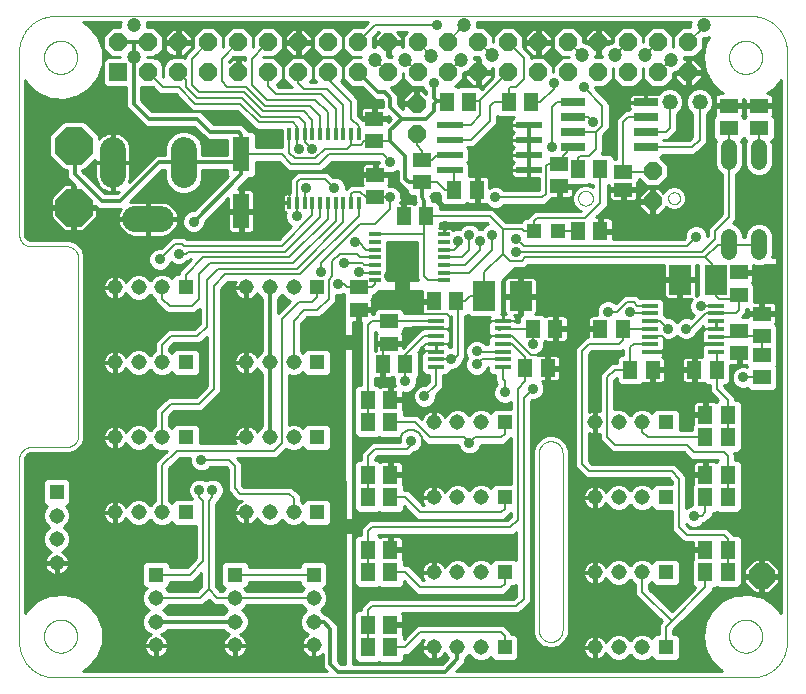
<source format=gtl>
G75*
%MOIN*%
%OFA0B0*%
%FSLAX25Y25*%
%IPPOS*%
%LPD*%
%AMOC8*
5,1,8,0,0,1.08239X$1,22.5*
%
%ADD10C,0.00000*%
%ADD11R,0.06000X0.06000*%
%ADD12OC8,0.06000*%
%ADD13R,0.08661X0.02362*%
%ADD14R,0.05118X0.06299*%
%ADD15R,0.06299X0.05118*%
%ADD16R,0.04724X0.04724*%
%ADD17R,0.08000X0.02600*%
%ADD18C,0.05200*%
%ADD19R,0.05118X0.05906*%
%ADD20R,0.01200X0.03900*%
%ADD21R,0.05906X0.05118*%
%ADD22C,0.08600*%
%ADD23C,0.05200*%
%ADD24R,0.05512X0.11811*%
%ADD25OC8,0.08500*%
%ADD26OC8,0.12500*%
%ADD27R,0.07677X0.09843*%
%ADD28R,0.06300X0.04600*%
%ADD29R,0.03900X0.01200*%
%ADD30R,0.05800X0.01400*%
%ADD31C,0.04724*%
%ADD32R,0.05150X0.05150*%
%ADD33C,0.05150*%
%ADD34C,0.01200*%
%ADD35C,0.03562*%
%ADD36C,0.00800*%
%ADD37C,0.01000*%
%ADD38C,0.05000*%
%ADD39C,0.02400*%
D10*
X0005500Y0014811D02*
X0005500Y0075835D01*
X0005502Y0075959D01*
X0005508Y0076082D01*
X0005517Y0076206D01*
X0005531Y0076328D01*
X0005548Y0076451D01*
X0005570Y0076573D01*
X0005595Y0076694D01*
X0005624Y0076814D01*
X0005656Y0076933D01*
X0005693Y0077052D01*
X0005733Y0077169D01*
X0005776Y0077284D01*
X0005824Y0077399D01*
X0005875Y0077511D01*
X0005929Y0077622D01*
X0005987Y0077732D01*
X0006048Y0077839D01*
X0006113Y0077945D01*
X0006181Y0078048D01*
X0006252Y0078149D01*
X0006326Y0078248D01*
X0006403Y0078345D01*
X0006484Y0078439D01*
X0006567Y0078530D01*
X0006653Y0078619D01*
X0006742Y0078705D01*
X0006833Y0078788D01*
X0006927Y0078869D01*
X0007024Y0078946D01*
X0007123Y0079020D01*
X0007224Y0079091D01*
X0007327Y0079159D01*
X0007433Y0079224D01*
X0007540Y0079285D01*
X0007650Y0079343D01*
X0007761Y0079397D01*
X0007873Y0079448D01*
X0007988Y0079496D01*
X0008103Y0079539D01*
X0008220Y0079579D01*
X0008339Y0079616D01*
X0008458Y0079648D01*
X0008578Y0079677D01*
X0008699Y0079702D01*
X0008821Y0079724D01*
X0008944Y0079741D01*
X0009066Y0079755D01*
X0009190Y0079764D01*
X0009313Y0079770D01*
X0009437Y0079772D01*
X0021248Y0079772D01*
X0021372Y0079774D01*
X0021495Y0079780D01*
X0021619Y0079789D01*
X0021741Y0079803D01*
X0021864Y0079820D01*
X0021986Y0079842D01*
X0022107Y0079867D01*
X0022227Y0079896D01*
X0022346Y0079928D01*
X0022465Y0079965D01*
X0022582Y0080005D01*
X0022697Y0080048D01*
X0022812Y0080096D01*
X0022924Y0080147D01*
X0023035Y0080201D01*
X0023145Y0080259D01*
X0023252Y0080320D01*
X0023358Y0080385D01*
X0023461Y0080453D01*
X0023562Y0080524D01*
X0023661Y0080598D01*
X0023758Y0080675D01*
X0023852Y0080756D01*
X0023943Y0080839D01*
X0024032Y0080925D01*
X0024118Y0081014D01*
X0024201Y0081105D01*
X0024282Y0081199D01*
X0024359Y0081296D01*
X0024433Y0081395D01*
X0024504Y0081496D01*
X0024572Y0081599D01*
X0024637Y0081705D01*
X0024698Y0081812D01*
X0024756Y0081922D01*
X0024810Y0082033D01*
X0024861Y0082145D01*
X0024909Y0082260D01*
X0024952Y0082375D01*
X0024992Y0082492D01*
X0025029Y0082611D01*
X0025061Y0082730D01*
X0025090Y0082850D01*
X0025115Y0082971D01*
X0025137Y0083093D01*
X0025154Y0083216D01*
X0025168Y0083338D01*
X0025177Y0083462D01*
X0025183Y0083585D01*
X0025185Y0083709D01*
X0025185Y0142764D01*
X0025183Y0142888D01*
X0025177Y0143011D01*
X0025168Y0143135D01*
X0025154Y0143257D01*
X0025137Y0143380D01*
X0025115Y0143502D01*
X0025090Y0143623D01*
X0025061Y0143743D01*
X0025029Y0143862D01*
X0024992Y0143981D01*
X0024952Y0144098D01*
X0024909Y0144213D01*
X0024861Y0144328D01*
X0024810Y0144440D01*
X0024756Y0144551D01*
X0024698Y0144661D01*
X0024637Y0144768D01*
X0024572Y0144874D01*
X0024504Y0144977D01*
X0024433Y0145078D01*
X0024359Y0145177D01*
X0024282Y0145274D01*
X0024201Y0145368D01*
X0024118Y0145459D01*
X0024032Y0145548D01*
X0023943Y0145634D01*
X0023852Y0145717D01*
X0023758Y0145798D01*
X0023661Y0145875D01*
X0023562Y0145949D01*
X0023461Y0146020D01*
X0023358Y0146088D01*
X0023252Y0146153D01*
X0023145Y0146214D01*
X0023035Y0146272D01*
X0022924Y0146326D01*
X0022812Y0146377D01*
X0022697Y0146425D01*
X0022582Y0146468D01*
X0022465Y0146508D01*
X0022346Y0146545D01*
X0022227Y0146577D01*
X0022107Y0146606D01*
X0021986Y0146631D01*
X0021864Y0146653D01*
X0021741Y0146670D01*
X0021619Y0146684D01*
X0021495Y0146693D01*
X0021372Y0146699D01*
X0021248Y0146701D01*
X0009437Y0146701D01*
X0009313Y0146703D01*
X0009190Y0146709D01*
X0009066Y0146718D01*
X0008944Y0146732D01*
X0008821Y0146749D01*
X0008699Y0146771D01*
X0008578Y0146796D01*
X0008458Y0146825D01*
X0008339Y0146857D01*
X0008220Y0146894D01*
X0008103Y0146934D01*
X0007988Y0146977D01*
X0007873Y0147025D01*
X0007761Y0147076D01*
X0007650Y0147130D01*
X0007540Y0147188D01*
X0007433Y0147249D01*
X0007327Y0147314D01*
X0007224Y0147382D01*
X0007123Y0147453D01*
X0007024Y0147527D01*
X0006927Y0147604D01*
X0006833Y0147685D01*
X0006742Y0147768D01*
X0006653Y0147854D01*
X0006567Y0147943D01*
X0006484Y0148034D01*
X0006403Y0148128D01*
X0006326Y0148225D01*
X0006252Y0148324D01*
X0006181Y0148425D01*
X0006113Y0148528D01*
X0006048Y0148634D01*
X0005987Y0148741D01*
X0005929Y0148851D01*
X0005875Y0148962D01*
X0005824Y0149074D01*
X0005776Y0149189D01*
X0005733Y0149304D01*
X0005693Y0149421D01*
X0005656Y0149540D01*
X0005624Y0149659D01*
X0005595Y0149779D01*
X0005570Y0149900D01*
X0005548Y0150022D01*
X0005531Y0150145D01*
X0005517Y0150267D01*
X0005508Y0150391D01*
X0005502Y0150514D01*
X0005500Y0150638D01*
X0005500Y0211661D01*
X0005503Y0211946D01*
X0005514Y0212232D01*
X0005531Y0212517D01*
X0005555Y0212801D01*
X0005586Y0213085D01*
X0005624Y0213368D01*
X0005669Y0213649D01*
X0005720Y0213930D01*
X0005778Y0214210D01*
X0005843Y0214488D01*
X0005915Y0214764D01*
X0005993Y0215038D01*
X0006078Y0215311D01*
X0006170Y0215581D01*
X0006268Y0215849D01*
X0006372Y0216115D01*
X0006483Y0216378D01*
X0006600Y0216638D01*
X0006723Y0216896D01*
X0006853Y0217150D01*
X0006989Y0217401D01*
X0007130Y0217649D01*
X0007278Y0217893D01*
X0007431Y0218134D01*
X0007591Y0218370D01*
X0007756Y0218603D01*
X0007926Y0218832D01*
X0008102Y0219057D01*
X0008284Y0219277D01*
X0008470Y0219493D01*
X0008662Y0219704D01*
X0008859Y0219911D01*
X0009061Y0220113D01*
X0009268Y0220310D01*
X0009479Y0220502D01*
X0009695Y0220688D01*
X0009915Y0220870D01*
X0010140Y0221046D01*
X0010369Y0221216D01*
X0010602Y0221381D01*
X0010838Y0221541D01*
X0011079Y0221694D01*
X0011323Y0221842D01*
X0011571Y0221983D01*
X0011822Y0222119D01*
X0012076Y0222249D01*
X0012334Y0222372D01*
X0012594Y0222489D01*
X0012857Y0222600D01*
X0013123Y0222704D01*
X0013391Y0222802D01*
X0013661Y0222894D01*
X0013934Y0222979D01*
X0014208Y0223057D01*
X0014484Y0223129D01*
X0014762Y0223194D01*
X0015042Y0223252D01*
X0015323Y0223303D01*
X0015604Y0223348D01*
X0015887Y0223386D01*
X0016171Y0223417D01*
X0016455Y0223441D01*
X0016740Y0223458D01*
X0017026Y0223469D01*
X0017311Y0223472D01*
X0249594Y0223472D01*
X0249879Y0223469D01*
X0250165Y0223458D01*
X0250450Y0223441D01*
X0250734Y0223417D01*
X0251018Y0223386D01*
X0251301Y0223348D01*
X0251582Y0223303D01*
X0251863Y0223252D01*
X0252143Y0223194D01*
X0252421Y0223129D01*
X0252697Y0223057D01*
X0252971Y0222979D01*
X0253244Y0222894D01*
X0253514Y0222802D01*
X0253782Y0222704D01*
X0254048Y0222600D01*
X0254311Y0222489D01*
X0254571Y0222372D01*
X0254829Y0222249D01*
X0255083Y0222119D01*
X0255334Y0221983D01*
X0255582Y0221842D01*
X0255826Y0221694D01*
X0256067Y0221541D01*
X0256303Y0221381D01*
X0256536Y0221216D01*
X0256765Y0221046D01*
X0256990Y0220870D01*
X0257210Y0220688D01*
X0257426Y0220502D01*
X0257637Y0220310D01*
X0257844Y0220113D01*
X0258046Y0219911D01*
X0258243Y0219704D01*
X0258435Y0219493D01*
X0258621Y0219277D01*
X0258803Y0219057D01*
X0258979Y0218832D01*
X0259149Y0218603D01*
X0259314Y0218370D01*
X0259474Y0218134D01*
X0259627Y0217893D01*
X0259775Y0217649D01*
X0259916Y0217401D01*
X0260052Y0217150D01*
X0260182Y0216896D01*
X0260305Y0216638D01*
X0260422Y0216378D01*
X0260533Y0216115D01*
X0260637Y0215849D01*
X0260735Y0215581D01*
X0260827Y0215311D01*
X0260912Y0215038D01*
X0260990Y0214764D01*
X0261062Y0214488D01*
X0261127Y0214210D01*
X0261185Y0213930D01*
X0261236Y0213649D01*
X0261281Y0213368D01*
X0261319Y0213085D01*
X0261350Y0212801D01*
X0261374Y0212517D01*
X0261391Y0212232D01*
X0261402Y0211946D01*
X0261405Y0211661D01*
X0261406Y0211661D02*
X0261406Y0014811D01*
X0261405Y0014811D02*
X0261402Y0014526D01*
X0261391Y0014240D01*
X0261374Y0013955D01*
X0261350Y0013671D01*
X0261319Y0013387D01*
X0261281Y0013104D01*
X0261236Y0012823D01*
X0261185Y0012542D01*
X0261127Y0012262D01*
X0261062Y0011984D01*
X0260990Y0011708D01*
X0260912Y0011434D01*
X0260827Y0011161D01*
X0260735Y0010891D01*
X0260637Y0010623D01*
X0260533Y0010357D01*
X0260422Y0010094D01*
X0260305Y0009834D01*
X0260182Y0009576D01*
X0260052Y0009322D01*
X0259916Y0009071D01*
X0259775Y0008823D01*
X0259627Y0008579D01*
X0259474Y0008338D01*
X0259314Y0008102D01*
X0259149Y0007869D01*
X0258979Y0007640D01*
X0258803Y0007415D01*
X0258621Y0007195D01*
X0258435Y0006979D01*
X0258243Y0006768D01*
X0258046Y0006561D01*
X0257844Y0006359D01*
X0257637Y0006162D01*
X0257426Y0005970D01*
X0257210Y0005784D01*
X0256990Y0005602D01*
X0256765Y0005426D01*
X0256536Y0005256D01*
X0256303Y0005091D01*
X0256067Y0004931D01*
X0255826Y0004778D01*
X0255582Y0004630D01*
X0255334Y0004489D01*
X0255083Y0004353D01*
X0254829Y0004223D01*
X0254571Y0004100D01*
X0254311Y0003983D01*
X0254048Y0003872D01*
X0253782Y0003768D01*
X0253514Y0003670D01*
X0253244Y0003578D01*
X0252971Y0003493D01*
X0252697Y0003415D01*
X0252421Y0003343D01*
X0252143Y0003278D01*
X0251863Y0003220D01*
X0251582Y0003169D01*
X0251301Y0003124D01*
X0251018Y0003086D01*
X0250734Y0003055D01*
X0250450Y0003031D01*
X0250165Y0003014D01*
X0249879Y0003003D01*
X0249594Y0003000D01*
X0017311Y0003000D01*
X0017026Y0003003D01*
X0016740Y0003014D01*
X0016455Y0003031D01*
X0016171Y0003055D01*
X0015887Y0003086D01*
X0015604Y0003124D01*
X0015323Y0003169D01*
X0015042Y0003220D01*
X0014762Y0003278D01*
X0014484Y0003343D01*
X0014208Y0003415D01*
X0013934Y0003493D01*
X0013661Y0003578D01*
X0013391Y0003670D01*
X0013123Y0003768D01*
X0012857Y0003872D01*
X0012594Y0003983D01*
X0012334Y0004100D01*
X0012076Y0004223D01*
X0011822Y0004353D01*
X0011571Y0004489D01*
X0011323Y0004630D01*
X0011079Y0004778D01*
X0010838Y0004931D01*
X0010602Y0005091D01*
X0010369Y0005256D01*
X0010140Y0005426D01*
X0009915Y0005602D01*
X0009695Y0005784D01*
X0009479Y0005970D01*
X0009268Y0006162D01*
X0009061Y0006359D01*
X0008859Y0006561D01*
X0008662Y0006768D01*
X0008470Y0006979D01*
X0008284Y0007195D01*
X0008102Y0007415D01*
X0007926Y0007640D01*
X0007756Y0007869D01*
X0007591Y0008102D01*
X0007431Y0008338D01*
X0007278Y0008579D01*
X0007130Y0008823D01*
X0006989Y0009071D01*
X0006853Y0009322D01*
X0006723Y0009576D01*
X0006600Y0009834D01*
X0006483Y0010094D01*
X0006372Y0010357D01*
X0006268Y0010623D01*
X0006170Y0010891D01*
X0006078Y0011161D01*
X0005993Y0011434D01*
X0005915Y0011708D01*
X0005843Y0011984D01*
X0005778Y0012262D01*
X0005720Y0012542D01*
X0005669Y0012823D01*
X0005624Y0013104D01*
X0005586Y0013387D01*
X0005555Y0013671D01*
X0005531Y0013955D01*
X0005514Y0014240D01*
X0005503Y0014526D01*
X0005500Y0014811D01*
X0013768Y0016780D02*
X0013770Y0016928D01*
X0013776Y0017076D01*
X0013786Y0017224D01*
X0013800Y0017371D01*
X0013818Y0017518D01*
X0013839Y0017664D01*
X0013865Y0017810D01*
X0013895Y0017955D01*
X0013928Y0018099D01*
X0013966Y0018242D01*
X0014007Y0018384D01*
X0014052Y0018525D01*
X0014100Y0018665D01*
X0014153Y0018804D01*
X0014209Y0018941D01*
X0014269Y0019076D01*
X0014332Y0019210D01*
X0014399Y0019342D01*
X0014470Y0019472D01*
X0014544Y0019600D01*
X0014621Y0019726D01*
X0014702Y0019850D01*
X0014786Y0019972D01*
X0014873Y0020091D01*
X0014964Y0020208D01*
X0015058Y0020323D01*
X0015154Y0020435D01*
X0015254Y0020545D01*
X0015356Y0020651D01*
X0015462Y0020755D01*
X0015570Y0020856D01*
X0015681Y0020954D01*
X0015794Y0021050D01*
X0015910Y0021142D01*
X0016028Y0021231D01*
X0016149Y0021316D01*
X0016272Y0021399D01*
X0016397Y0021478D01*
X0016524Y0021554D01*
X0016653Y0021626D01*
X0016784Y0021695D01*
X0016917Y0021760D01*
X0017052Y0021821D01*
X0017188Y0021879D01*
X0017325Y0021934D01*
X0017464Y0021984D01*
X0017605Y0022031D01*
X0017746Y0022074D01*
X0017889Y0022114D01*
X0018033Y0022149D01*
X0018177Y0022181D01*
X0018323Y0022208D01*
X0018469Y0022232D01*
X0018616Y0022252D01*
X0018763Y0022268D01*
X0018910Y0022280D01*
X0019058Y0022288D01*
X0019206Y0022292D01*
X0019354Y0022292D01*
X0019502Y0022288D01*
X0019650Y0022280D01*
X0019797Y0022268D01*
X0019944Y0022252D01*
X0020091Y0022232D01*
X0020237Y0022208D01*
X0020383Y0022181D01*
X0020527Y0022149D01*
X0020671Y0022114D01*
X0020814Y0022074D01*
X0020955Y0022031D01*
X0021096Y0021984D01*
X0021235Y0021934D01*
X0021372Y0021879D01*
X0021508Y0021821D01*
X0021643Y0021760D01*
X0021776Y0021695D01*
X0021907Y0021626D01*
X0022036Y0021554D01*
X0022163Y0021478D01*
X0022288Y0021399D01*
X0022411Y0021316D01*
X0022532Y0021231D01*
X0022650Y0021142D01*
X0022766Y0021050D01*
X0022879Y0020954D01*
X0022990Y0020856D01*
X0023098Y0020755D01*
X0023204Y0020651D01*
X0023306Y0020545D01*
X0023406Y0020435D01*
X0023502Y0020323D01*
X0023596Y0020208D01*
X0023687Y0020091D01*
X0023774Y0019972D01*
X0023858Y0019850D01*
X0023939Y0019726D01*
X0024016Y0019600D01*
X0024090Y0019472D01*
X0024161Y0019342D01*
X0024228Y0019210D01*
X0024291Y0019076D01*
X0024351Y0018941D01*
X0024407Y0018804D01*
X0024460Y0018665D01*
X0024508Y0018525D01*
X0024553Y0018384D01*
X0024594Y0018242D01*
X0024632Y0018099D01*
X0024665Y0017955D01*
X0024695Y0017810D01*
X0024721Y0017664D01*
X0024742Y0017518D01*
X0024760Y0017371D01*
X0024774Y0017224D01*
X0024784Y0017076D01*
X0024790Y0016928D01*
X0024792Y0016780D01*
X0024790Y0016632D01*
X0024784Y0016484D01*
X0024774Y0016336D01*
X0024760Y0016189D01*
X0024742Y0016042D01*
X0024721Y0015896D01*
X0024695Y0015750D01*
X0024665Y0015605D01*
X0024632Y0015461D01*
X0024594Y0015318D01*
X0024553Y0015176D01*
X0024508Y0015035D01*
X0024460Y0014895D01*
X0024407Y0014756D01*
X0024351Y0014619D01*
X0024291Y0014484D01*
X0024228Y0014350D01*
X0024161Y0014218D01*
X0024090Y0014088D01*
X0024016Y0013960D01*
X0023939Y0013834D01*
X0023858Y0013710D01*
X0023774Y0013588D01*
X0023687Y0013469D01*
X0023596Y0013352D01*
X0023502Y0013237D01*
X0023406Y0013125D01*
X0023306Y0013015D01*
X0023204Y0012909D01*
X0023098Y0012805D01*
X0022990Y0012704D01*
X0022879Y0012606D01*
X0022766Y0012510D01*
X0022650Y0012418D01*
X0022532Y0012329D01*
X0022411Y0012244D01*
X0022288Y0012161D01*
X0022163Y0012082D01*
X0022036Y0012006D01*
X0021907Y0011934D01*
X0021776Y0011865D01*
X0021643Y0011800D01*
X0021508Y0011739D01*
X0021372Y0011681D01*
X0021235Y0011626D01*
X0021096Y0011576D01*
X0020955Y0011529D01*
X0020814Y0011486D01*
X0020671Y0011446D01*
X0020527Y0011411D01*
X0020383Y0011379D01*
X0020237Y0011352D01*
X0020091Y0011328D01*
X0019944Y0011308D01*
X0019797Y0011292D01*
X0019650Y0011280D01*
X0019502Y0011272D01*
X0019354Y0011268D01*
X0019206Y0011268D01*
X0019058Y0011272D01*
X0018910Y0011280D01*
X0018763Y0011292D01*
X0018616Y0011308D01*
X0018469Y0011328D01*
X0018323Y0011352D01*
X0018177Y0011379D01*
X0018033Y0011411D01*
X0017889Y0011446D01*
X0017746Y0011486D01*
X0017605Y0011529D01*
X0017464Y0011576D01*
X0017325Y0011626D01*
X0017188Y0011681D01*
X0017052Y0011739D01*
X0016917Y0011800D01*
X0016784Y0011865D01*
X0016653Y0011934D01*
X0016524Y0012006D01*
X0016397Y0012082D01*
X0016272Y0012161D01*
X0016149Y0012244D01*
X0016028Y0012329D01*
X0015910Y0012418D01*
X0015794Y0012510D01*
X0015681Y0012606D01*
X0015570Y0012704D01*
X0015462Y0012805D01*
X0015356Y0012909D01*
X0015254Y0013015D01*
X0015154Y0013125D01*
X0015058Y0013237D01*
X0014964Y0013352D01*
X0014873Y0013469D01*
X0014786Y0013588D01*
X0014702Y0013710D01*
X0014621Y0013834D01*
X0014544Y0013960D01*
X0014470Y0014088D01*
X0014399Y0014218D01*
X0014332Y0014350D01*
X0014269Y0014484D01*
X0014209Y0014619D01*
X0014153Y0014756D01*
X0014100Y0014895D01*
X0014052Y0015035D01*
X0014007Y0015176D01*
X0013966Y0015318D01*
X0013928Y0015461D01*
X0013895Y0015605D01*
X0013865Y0015750D01*
X0013839Y0015896D01*
X0013818Y0016042D01*
X0013800Y0016189D01*
X0013786Y0016336D01*
X0013776Y0016484D01*
X0013770Y0016632D01*
X0013768Y0016780D01*
X0178728Y0018787D02*
X0178728Y0077803D01*
X0178730Y0077927D01*
X0178736Y0078050D01*
X0178745Y0078174D01*
X0178759Y0078296D01*
X0178776Y0078419D01*
X0178798Y0078541D01*
X0178823Y0078662D01*
X0178852Y0078782D01*
X0178884Y0078901D01*
X0178921Y0079020D01*
X0178961Y0079137D01*
X0179004Y0079252D01*
X0179052Y0079367D01*
X0179103Y0079479D01*
X0179157Y0079590D01*
X0179215Y0079700D01*
X0179276Y0079807D01*
X0179341Y0079913D01*
X0179409Y0080016D01*
X0179480Y0080117D01*
X0179554Y0080216D01*
X0179631Y0080313D01*
X0179712Y0080407D01*
X0179795Y0080498D01*
X0179881Y0080587D01*
X0179970Y0080673D01*
X0180061Y0080756D01*
X0180155Y0080837D01*
X0180252Y0080914D01*
X0180351Y0080988D01*
X0180452Y0081059D01*
X0180555Y0081127D01*
X0180661Y0081192D01*
X0180768Y0081253D01*
X0180878Y0081311D01*
X0180989Y0081365D01*
X0181101Y0081416D01*
X0181216Y0081464D01*
X0181331Y0081507D01*
X0181448Y0081547D01*
X0181567Y0081584D01*
X0181686Y0081616D01*
X0181806Y0081645D01*
X0181927Y0081670D01*
X0182049Y0081692D01*
X0182172Y0081709D01*
X0182294Y0081723D01*
X0182418Y0081732D01*
X0182541Y0081738D01*
X0182665Y0081740D01*
X0182789Y0081738D01*
X0182912Y0081732D01*
X0183036Y0081723D01*
X0183158Y0081709D01*
X0183281Y0081692D01*
X0183403Y0081670D01*
X0183524Y0081645D01*
X0183644Y0081616D01*
X0183763Y0081584D01*
X0183882Y0081547D01*
X0183999Y0081507D01*
X0184114Y0081464D01*
X0184229Y0081416D01*
X0184341Y0081365D01*
X0184452Y0081311D01*
X0184562Y0081253D01*
X0184669Y0081192D01*
X0184775Y0081127D01*
X0184878Y0081059D01*
X0184979Y0080988D01*
X0185078Y0080914D01*
X0185175Y0080837D01*
X0185269Y0080756D01*
X0185360Y0080673D01*
X0185449Y0080587D01*
X0185535Y0080498D01*
X0185618Y0080407D01*
X0185699Y0080313D01*
X0185776Y0080216D01*
X0185850Y0080117D01*
X0185921Y0080016D01*
X0185989Y0079913D01*
X0186054Y0079807D01*
X0186115Y0079700D01*
X0186173Y0079590D01*
X0186227Y0079479D01*
X0186278Y0079367D01*
X0186326Y0079252D01*
X0186369Y0079137D01*
X0186409Y0079020D01*
X0186446Y0078901D01*
X0186478Y0078782D01*
X0186507Y0078662D01*
X0186532Y0078541D01*
X0186554Y0078419D01*
X0186571Y0078296D01*
X0186585Y0078174D01*
X0186594Y0078050D01*
X0186600Y0077927D01*
X0186602Y0077803D01*
X0186602Y0018787D01*
X0186600Y0018663D01*
X0186594Y0018540D01*
X0186585Y0018416D01*
X0186571Y0018294D01*
X0186554Y0018171D01*
X0186532Y0018049D01*
X0186507Y0017928D01*
X0186478Y0017808D01*
X0186446Y0017689D01*
X0186409Y0017570D01*
X0186369Y0017453D01*
X0186326Y0017338D01*
X0186278Y0017223D01*
X0186227Y0017111D01*
X0186173Y0017000D01*
X0186115Y0016890D01*
X0186054Y0016783D01*
X0185989Y0016677D01*
X0185921Y0016574D01*
X0185850Y0016473D01*
X0185776Y0016374D01*
X0185699Y0016277D01*
X0185618Y0016183D01*
X0185535Y0016092D01*
X0185449Y0016003D01*
X0185360Y0015917D01*
X0185269Y0015834D01*
X0185175Y0015753D01*
X0185078Y0015676D01*
X0184979Y0015602D01*
X0184878Y0015531D01*
X0184775Y0015463D01*
X0184669Y0015398D01*
X0184562Y0015337D01*
X0184452Y0015279D01*
X0184341Y0015225D01*
X0184229Y0015174D01*
X0184114Y0015126D01*
X0183999Y0015083D01*
X0183882Y0015043D01*
X0183763Y0015006D01*
X0183644Y0014974D01*
X0183524Y0014945D01*
X0183403Y0014920D01*
X0183281Y0014898D01*
X0183158Y0014881D01*
X0183036Y0014867D01*
X0182912Y0014858D01*
X0182789Y0014852D01*
X0182665Y0014850D01*
X0182541Y0014852D01*
X0182418Y0014858D01*
X0182294Y0014867D01*
X0182172Y0014881D01*
X0182049Y0014898D01*
X0181927Y0014920D01*
X0181806Y0014945D01*
X0181686Y0014974D01*
X0181567Y0015006D01*
X0181448Y0015043D01*
X0181331Y0015083D01*
X0181216Y0015126D01*
X0181101Y0015174D01*
X0180989Y0015225D01*
X0180878Y0015279D01*
X0180768Y0015337D01*
X0180661Y0015398D01*
X0180555Y0015463D01*
X0180452Y0015531D01*
X0180351Y0015602D01*
X0180252Y0015676D01*
X0180155Y0015753D01*
X0180061Y0015834D01*
X0179970Y0015917D01*
X0179881Y0016003D01*
X0179795Y0016092D01*
X0179712Y0016183D01*
X0179631Y0016277D01*
X0179554Y0016374D01*
X0179480Y0016473D01*
X0179409Y0016574D01*
X0179341Y0016677D01*
X0179276Y0016783D01*
X0179215Y0016890D01*
X0179157Y0017000D01*
X0179103Y0017111D01*
X0179052Y0017223D01*
X0179004Y0017338D01*
X0178961Y0017453D01*
X0178921Y0017570D01*
X0178884Y0017689D01*
X0178852Y0017808D01*
X0178823Y0017928D01*
X0178798Y0018049D01*
X0178776Y0018171D01*
X0178759Y0018294D01*
X0178745Y0018416D01*
X0178736Y0018540D01*
X0178730Y0018663D01*
X0178728Y0018787D01*
X0242114Y0016780D02*
X0242116Y0016928D01*
X0242122Y0017076D01*
X0242132Y0017224D01*
X0242146Y0017371D01*
X0242164Y0017518D01*
X0242185Y0017664D01*
X0242211Y0017810D01*
X0242241Y0017955D01*
X0242274Y0018099D01*
X0242312Y0018242D01*
X0242353Y0018384D01*
X0242398Y0018525D01*
X0242446Y0018665D01*
X0242499Y0018804D01*
X0242555Y0018941D01*
X0242615Y0019076D01*
X0242678Y0019210D01*
X0242745Y0019342D01*
X0242816Y0019472D01*
X0242890Y0019600D01*
X0242967Y0019726D01*
X0243048Y0019850D01*
X0243132Y0019972D01*
X0243219Y0020091D01*
X0243310Y0020208D01*
X0243404Y0020323D01*
X0243500Y0020435D01*
X0243600Y0020545D01*
X0243702Y0020651D01*
X0243808Y0020755D01*
X0243916Y0020856D01*
X0244027Y0020954D01*
X0244140Y0021050D01*
X0244256Y0021142D01*
X0244374Y0021231D01*
X0244495Y0021316D01*
X0244618Y0021399D01*
X0244743Y0021478D01*
X0244870Y0021554D01*
X0244999Y0021626D01*
X0245130Y0021695D01*
X0245263Y0021760D01*
X0245398Y0021821D01*
X0245534Y0021879D01*
X0245671Y0021934D01*
X0245810Y0021984D01*
X0245951Y0022031D01*
X0246092Y0022074D01*
X0246235Y0022114D01*
X0246379Y0022149D01*
X0246523Y0022181D01*
X0246669Y0022208D01*
X0246815Y0022232D01*
X0246962Y0022252D01*
X0247109Y0022268D01*
X0247256Y0022280D01*
X0247404Y0022288D01*
X0247552Y0022292D01*
X0247700Y0022292D01*
X0247848Y0022288D01*
X0247996Y0022280D01*
X0248143Y0022268D01*
X0248290Y0022252D01*
X0248437Y0022232D01*
X0248583Y0022208D01*
X0248729Y0022181D01*
X0248873Y0022149D01*
X0249017Y0022114D01*
X0249160Y0022074D01*
X0249301Y0022031D01*
X0249442Y0021984D01*
X0249581Y0021934D01*
X0249718Y0021879D01*
X0249854Y0021821D01*
X0249989Y0021760D01*
X0250122Y0021695D01*
X0250253Y0021626D01*
X0250382Y0021554D01*
X0250509Y0021478D01*
X0250634Y0021399D01*
X0250757Y0021316D01*
X0250878Y0021231D01*
X0250996Y0021142D01*
X0251112Y0021050D01*
X0251225Y0020954D01*
X0251336Y0020856D01*
X0251444Y0020755D01*
X0251550Y0020651D01*
X0251652Y0020545D01*
X0251752Y0020435D01*
X0251848Y0020323D01*
X0251942Y0020208D01*
X0252033Y0020091D01*
X0252120Y0019972D01*
X0252204Y0019850D01*
X0252285Y0019726D01*
X0252362Y0019600D01*
X0252436Y0019472D01*
X0252507Y0019342D01*
X0252574Y0019210D01*
X0252637Y0019076D01*
X0252697Y0018941D01*
X0252753Y0018804D01*
X0252806Y0018665D01*
X0252854Y0018525D01*
X0252899Y0018384D01*
X0252940Y0018242D01*
X0252978Y0018099D01*
X0253011Y0017955D01*
X0253041Y0017810D01*
X0253067Y0017664D01*
X0253088Y0017518D01*
X0253106Y0017371D01*
X0253120Y0017224D01*
X0253130Y0017076D01*
X0253136Y0016928D01*
X0253138Y0016780D01*
X0253136Y0016632D01*
X0253130Y0016484D01*
X0253120Y0016336D01*
X0253106Y0016189D01*
X0253088Y0016042D01*
X0253067Y0015896D01*
X0253041Y0015750D01*
X0253011Y0015605D01*
X0252978Y0015461D01*
X0252940Y0015318D01*
X0252899Y0015176D01*
X0252854Y0015035D01*
X0252806Y0014895D01*
X0252753Y0014756D01*
X0252697Y0014619D01*
X0252637Y0014484D01*
X0252574Y0014350D01*
X0252507Y0014218D01*
X0252436Y0014088D01*
X0252362Y0013960D01*
X0252285Y0013834D01*
X0252204Y0013710D01*
X0252120Y0013588D01*
X0252033Y0013469D01*
X0251942Y0013352D01*
X0251848Y0013237D01*
X0251752Y0013125D01*
X0251652Y0013015D01*
X0251550Y0012909D01*
X0251444Y0012805D01*
X0251336Y0012704D01*
X0251225Y0012606D01*
X0251112Y0012510D01*
X0250996Y0012418D01*
X0250878Y0012329D01*
X0250757Y0012244D01*
X0250634Y0012161D01*
X0250509Y0012082D01*
X0250382Y0012006D01*
X0250253Y0011934D01*
X0250122Y0011865D01*
X0249989Y0011800D01*
X0249854Y0011739D01*
X0249718Y0011681D01*
X0249581Y0011626D01*
X0249442Y0011576D01*
X0249301Y0011529D01*
X0249160Y0011486D01*
X0249017Y0011446D01*
X0248873Y0011411D01*
X0248729Y0011379D01*
X0248583Y0011352D01*
X0248437Y0011328D01*
X0248290Y0011308D01*
X0248143Y0011292D01*
X0247996Y0011280D01*
X0247848Y0011272D01*
X0247700Y0011268D01*
X0247552Y0011268D01*
X0247404Y0011272D01*
X0247256Y0011280D01*
X0247109Y0011292D01*
X0246962Y0011308D01*
X0246815Y0011328D01*
X0246669Y0011352D01*
X0246523Y0011379D01*
X0246379Y0011411D01*
X0246235Y0011446D01*
X0246092Y0011486D01*
X0245951Y0011529D01*
X0245810Y0011576D01*
X0245671Y0011626D01*
X0245534Y0011681D01*
X0245398Y0011739D01*
X0245263Y0011800D01*
X0245130Y0011865D01*
X0244999Y0011934D01*
X0244870Y0012006D01*
X0244743Y0012082D01*
X0244618Y0012161D01*
X0244495Y0012244D01*
X0244374Y0012329D01*
X0244256Y0012418D01*
X0244140Y0012510D01*
X0244027Y0012606D01*
X0243916Y0012704D01*
X0243808Y0012805D01*
X0243702Y0012909D01*
X0243600Y0013015D01*
X0243500Y0013125D01*
X0243404Y0013237D01*
X0243310Y0013352D01*
X0243219Y0013469D01*
X0243132Y0013588D01*
X0243048Y0013710D01*
X0242967Y0013834D01*
X0242890Y0013960D01*
X0242816Y0014088D01*
X0242745Y0014218D01*
X0242678Y0014350D01*
X0242615Y0014484D01*
X0242555Y0014619D01*
X0242499Y0014756D01*
X0242446Y0014895D01*
X0242398Y0015035D01*
X0242353Y0015176D01*
X0242312Y0015318D01*
X0242274Y0015461D01*
X0242241Y0015605D01*
X0242211Y0015750D01*
X0242185Y0015896D01*
X0242164Y0016042D01*
X0242146Y0016189D01*
X0242132Y0016336D01*
X0242122Y0016484D01*
X0242116Y0016632D01*
X0242114Y0016780D01*
X0221828Y0162754D02*
X0221830Y0162842D01*
X0221836Y0162930D01*
X0221846Y0163018D01*
X0221860Y0163106D01*
X0221877Y0163192D01*
X0221899Y0163278D01*
X0221924Y0163362D01*
X0221954Y0163446D01*
X0221986Y0163528D01*
X0222023Y0163608D01*
X0222063Y0163687D01*
X0222107Y0163764D01*
X0222154Y0163839D01*
X0222204Y0163911D01*
X0222258Y0163982D01*
X0222314Y0164049D01*
X0222374Y0164115D01*
X0222436Y0164177D01*
X0222502Y0164237D01*
X0222569Y0164293D01*
X0222640Y0164347D01*
X0222712Y0164397D01*
X0222787Y0164444D01*
X0222864Y0164488D01*
X0222943Y0164528D01*
X0223023Y0164565D01*
X0223105Y0164597D01*
X0223189Y0164627D01*
X0223273Y0164652D01*
X0223359Y0164674D01*
X0223445Y0164691D01*
X0223533Y0164705D01*
X0223621Y0164715D01*
X0223709Y0164721D01*
X0223797Y0164723D01*
X0223885Y0164721D01*
X0223973Y0164715D01*
X0224061Y0164705D01*
X0224149Y0164691D01*
X0224235Y0164674D01*
X0224321Y0164652D01*
X0224405Y0164627D01*
X0224489Y0164597D01*
X0224571Y0164565D01*
X0224651Y0164528D01*
X0224730Y0164488D01*
X0224807Y0164444D01*
X0224882Y0164397D01*
X0224954Y0164347D01*
X0225025Y0164293D01*
X0225092Y0164237D01*
X0225158Y0164177D01*
X0225220Y0164115D01*
X0225280Y0164049D01*
X0225336Y0163982D01*
X0225390Y0163911D01*
X0225440Y0163839D01*
X0225487Y0163764D01*
X0225531Y0163687D01*
X0225571Y0163608D01*
X0225608Y0163528D01*
X0225640Y0163446D01*
X0225670Y0163362D01*
X0225695Y0163278D01*
X0225717Y0163192D01*
X0225734Y0163106D01*
X0225748Y0163018D01*
X0225758Y0162930D01*
X0225764Y0162842D01*
X0225766Y0162754D01*
X0225764Y0162666D01*
X0225758Y0162578D01*
X0225748Y0162490D01*
X0225734Y0162402D01*
X0225717Y0162316D01*
X0225695Y0162230D01*
X0225670Y0162146D01*
X0225640Y0162062D01*
X0225608Y0161980D01*
X0225571Y0161900D01*
X0225531Y0161821D01*
X0225487Y0161744D01*
X0225440Y0161669D01*
X0225390Y0161597D01*
X0225336Y0161526D01*
X0225280Y0161459D01*
X0225220Y0161393D01*
X0225158Y0161331D01*
X0225092Y0161271D01*
X0225025Y0161215D01*
X0224954Y0161161D01*
X0224882Y0161111D01*
X0224807Y0161064D01*
X0224730Y0161020D01*
X0224651Y0160980D01*
X0224571Y0160943D01*
X0224489Y0160911D01*
X0224405Y0160881D01*
X0224321Y0160856D01*
X0224235Y0160834D01*
X0224149Y0160817D01*
X0224061Y0160803D01*
X0223973Y0160793D01*
X0223885Y0160787D01*
X0223797Y0160785D01*
X0223709Y0160787D01*
X0223621Y0160793D01*
X0223533Y0160803D01*
X0223445Y0160817D01*
X0223359Y0160834D01*
X0223273Y0160856D01*
X0223189Y0160881D01*
X0223105Y0160911D01*
X0223023Y0160943D01*
X0222943Y0160980D01*
X0222864Y0161020D01*
X0222787Y0161064D01*
X0222712Y0161111D01*
X0222640Y0161161D01*
X0222569Y0161215D01*
X0222502Y0161271D01*
X0222436Y0161331D01*
X0222374Y0161393D01*
X0222314Y0161459D01*
X0222258Y0161526D01*
X0222204Y0161597D01*
X0222154Y0161669D01*
X0222107Y0161744D01*
X0222063Y0161821D01*
X0222023Y0161900D01*
X0221986Y0161980D01*
X0221954Y0162062D01*
X0221924Y0162146D01*
X0221899Y0162230D01*
X0221877Y0162316D01*
X0221860Y0162402D01*
X0221846Y0162490D01*
X0221836Y0162578D01*
X0221830Y0162666D01*
X0221828Y0162754D01*
X0191809Y0162754D02*
X0191811Y0162853D01*
X0191817Y0162952D01*
X0191827Y0163051D01*
X0191841Y0163149D01*
X0191859Y0163246D01*
X0191881Y0163343D01*
X0191906Y0163439D01*
X0191936Y0163533D01*
X0191969Y0163627D01*
X0192006Y0163719D01*
X0192047Y0163809D01*
X0192091Y0163898D01*
X0192139Y0163984D01*
X0192190Y0164069D01*
X0192245Y0164152D01*
X0192303Y0164232D01*
X0192364Y0164310D01*
X0192428Y0164386D01*
X0192495Y0164459D01*
X0192565Y0164529D01*
X0192638Y0164596D01*
X0192714Y0164660D01*
X0192792Y0164721D01*
X0192872Y0164779D01*
X0192955Y0164834D01*
X0193039Y0164885D01*
X0193126Y0164933D01*
X0193215Y0164977D01*
X0193305Y0165018D01*
X0193397Y0165055D01*
X0193491Y0165088D01*
X0193585Y0165118D01*
X0193681Y0165143D01*
X0193778Y0165165D01*
X0193875Y0165183D01*
X0193973Y0165197D01*
X0194072Y0165207D01*
X0194171Y0165213D01*
X0194270Y0165215D01*
X0194369Y0165213D01*
X0194468Y0165207D01*
X0194567Y0165197D01*
X0194665Y0165183D01*
X0194762Y0165165D01*
X0194859Y0165143D01*
X0194955Y0165118D01*
X0195049Y0165088D01*
X0195143Y0165055D01*
X0195235Y0165018D01*
X0195325Y0164977D01*
X0195414Y0164933D01*
X0195500Y0164885D01*
X0195585Y0164834D01*
X0195668Y0164779D01*
X0195748Y0164721D01*
X0195826Y0164660D01*
X0195902Y0164596D01*
X0195975Y0164529D01*
X0196045Y0164459D01*
X0196112Y0164386D01*
X0196176Y0164310D01*
X0196237Y0164232D01*
X0196295Y0164152D01*
X0196350Y0164069D01*
X0196401Y0163985D01*
X0196449Y0163898D01*
X0196493Y0163809D01*
X0196534Y0163719D01*
X0196571Y0163627D01*
X0196604Y0163533D01*
X0196634Y0163439D01*
X0196659Y0163343D01*
X0196681Y0163246D01*
X0196699Y0163149D01*
X0196713Y0163051D01*
X0196723Y0162952D01*
X0196729Y0162853D01*
X0196731Y0162754D01*
X0196729Y0162655D01*
X0196723Y0162556D01*
X0196713Y0162457D01*
X0196699Y0162359D01*
X0196681Y0162262D01*
X0196659Y0162165D01*
X0196634Y0162069D01*
X0196604Y0161975D01*
X0196571Y0161881D01*
X0196534Y0161789D01*
X0196493Y0161699D01*
X0196449Y0161610D01*
X0196401Y0161524D01*
X0196350Y0161439D01*
X0196295Y0161356D01*
X0196237Y0161276D01*
X0196176Y0161198D01*
X0196112Y0161122D01*
X0196045Y0161049D01*
X0195975Y0160979D01*
X0195902Y0160912D01*
X0195826Y0160848D01*
X0195748Y0160787D01*
X0195668Y0160729D01*
X0195585Y0160674D01*
X0195501Y0160623D01*
X0195414Y0160575D01*
X0195325Y0160531D01*
X0195235Y0160490D01*
X0195143Y0160453D01*
X0195049Y0160420D01*
X0194955Y0160390D01*
X0194859Y0160365D01*
X0194762Y0160343D01*
X0194665Y0160325D01*
X0194567Y0160311D01*
X0194468Y0160301D01*
X0194369Y0160295D01*
X0194270Y0160293D01*
X0194171Y0160295D01*
X0194072Y0160301D01*
X0193973Y0160311D01*
X0193875Y0160325D01*
X0193778Y0160343D01*
X0193681Y0160365D01*
X0193585Y0160390D01*
X0193491Y0160420D01*
X0193397Y0160453D01*
X0193305Y0160490D01*
X0193215Y0160531D01*
X0193126Y0160575D01*
X0193040Y0160623D01*
X0192955Y0160674D01*
X0192872Y0160729D01*
X0192792Y0160787D01*
X0192714Y0160848D01*
X0192638Y0160912D01*
X0192565Y0160979D01*
X0192495Y0161049D01*
X0192428Y0161122D01*
X0192364Y0161198D01*
X0192303Y0161276D01*
X0192245Y0161356D01*
X0192190Y0161439D01*
X0192139Y0161523D01*
X0192091Y0161610D01*
X0192047Y0161699D01*
X0192006Y0161789D01*
X0191969Y0161881D01*
X0191936Y0161975D01*
X0191906Y0162069D01*
X0191881Y0162165D01*
X0191859Y0162262D01*
X0191841Y0162359D01*
X0191827Y0162457D01*
X0191817Y0162556D01*
X0191811Y0162655D01*
X0191809Y0162754D01*
X0242114Y0209693D02*
X0242116Y0209841D01*
X0242122Y0209989D01*
X0242132Y0210137D01*
X0242146Y0210284D01*
X0242164Y0210431D01*
X0242185Y0210577D01*
X0242211Y0210723D01*
X0242241Y0210868D01*
X0242274Y0211012D01*
X0242312Y0211155D01*
X0242353Y0211297D01*
X0242398Y0211438D01*
X0242446Y0211578D01*
X0242499Y0211717D01*
X0242555Y0211854D01*
X0242615Y0211989D01*
X0242678Y0212123D01*
X0242745Y0212255D01*
X0242816Y0212385D01*
X0242890Y0212513D01*
X0242967Y0212639D01*
X0243048Y0212763D01*
X0243132Y0212885D01*
X0243219Y0213004D01*
X0243310Y0213121D01*
X0243404Y0213236D01*
X0243500Y0213348D01*
X0243600Y0213458D01*
X0243702Y0213564D01*
X0243808Y0213668D01*
X0243916Y0213769D01*
X0244027Y0213867D01*
X0244140Y0213963D01*
X0244256Y0214055D01*
X0244374Y0214144D01*
X0244495Y0214229D01*
X0244618Y0214312D01*
X0244743Y0214391D01*
X0244870Y0214467D01*
X0244999Y0214539D01*
X0245130Y0214608D01*
X0245263Y0214673D01*
X0245398Y0214734D01*
X0245534Y0214792D01*
X0245671Y0214847D01*
X0245810Y0214897D01*
X0245951Y0214944D01*
X0246092Y0214987D01*
X0246235Y0215027D01*
X0246379Y0215062D01*
X0246523Y0215094D01*
X0246669Y0215121D01*
X0246815Y0215145D01*
X0246962Y0215165D01*
X0247109Y0215181D01*
X0247256Y0215193D01*
X0247404Y0215201D01*
X0247552Y0215205D01*
X0247700Y0215205D01*
X0247848Y0215201D01*
X0247996Y0215193D01*
X0248143Y0215181D01*
X0248290Y0215165D01*
X0248437Y0215145D01*
X0248583Y0215121D01*
X0248729Y0215094D01*
X0248873Y0215062D01*
X0249017Y0215027D01*
X0249160Y0214987D01*
X0249301Y0214944D01*
X0249442Y0214897D01*
X0249581Y0214847D01*
X0249718Y0214792D01*
X0249854Y0214734D01*
X0249989Y0214673D01*
X0250122Y0214608D01*
X0250253Y0214539D01*
X0250382Y0214467D01*
X0250509Y0214391D01*
X0250634Y0214312D01*
X0250757Y0214229D01*
X0250878Y0214144D01*
X0250996Y0214055D01*
X0251112Y0213963D01*
X0251225Y0213867D01*
X0251336Y0213769D01*
X0251444Y0213668D01*
X0251550Y0213564D01*
X0251652Y0213458D01*
X0251752Y0213348D01*
X0251848Y0213236D01*
X0251942Y0213121D01*
X0252033Y0213004D01*
X0252120Y0212885D01*
X0252204Y0212763D01*
X0252285Y0212639D01*
X0252362Y0212513D01*
X0252436Y0212385D01*
X0252507Y0212255D01*
X0252574Y0212123D01*
X0252637Y0211989D01*
X0252697Y0211854D01*
X0252753Y0211717D01*
X0252806Y0211578D01*
X0252854Y0211438D01*
X0252899Y0211297D01*
X0252940Y0211155D01*
X0252978Y0211012D01*
X0253011Y0210868D01*
X0253041Y0210723D01*
X0253067Y0210577D01*
X0253088Y0210431D01*
X0253106Y0210284D01*
X0253120Y0210137D01*
X0253130Y0209989D01*
X0253136Y0209841D01*
X0253138Y0209693D01*
X0253136Y0209545D01*
X0253130Y0209397D01*
X0253120Y0209249D01*
X0253106Y0209102D01*
X0253088Y0208955D01*
X0253067Y0208809D01*
X0253041Y0208663D01*
X0253011Y0208518D01*
X0252978Y0208374D01*
X0252940Y0208231D01*
X0252899Y0208089D01*
X0252854Y0207948D01*
X0252806Y0207808D01*
X0252753Y0207669D01*
X0252697Y0207532D01*
X0252637Y0207397D01*
X0252574Y0207263D01*
X0252507Y0207131D01*
X0252436Y0207001D01*
X0252362Y0206873D01*
X0252285Y0206747D01*
X0252204Y0206623D01*
X0252120Y0206501D01*
X0252033Y0206382D01*
X0251942Y0206265D01*
X0251848Y0206150D01*
X0251752Y0206038D01*
X0251652Y0205928D01*
X0251550Y0205822D01*
X0251444Y0205718D01*
X0251336Y0205617D01*
X0251225Y0205519D01*
X0251112Y0205423D01*
X0250996Y0205331D01*
X0250878Y0205242D01*
X0250757Y0205157D01*
X0250634Y0205074D01*
X0250509Y0204995D01*
X0250382Y0204919D01*
X0250253Y0204847D01*
X0250122Y0204778D01*
X0249989Y0204713D01*
X0249854Y0204652D01*
X0249718Y0204594D01*
X0249581Y0204539D01*
X0249442Y0204489D01*
X0249301Y0204442D01*
X0249160Y0204399D01*
X0249017Y0204359D01*
X0248873Y0204324D01*
X0248729Y0204292D01*
X0248583Y0204265D01*
X0248437Y0204241D01*
X0248290Y0204221D01*
X0248143Y0204205D01*
X0247996Y0204193D01*
X0247848Y0204185D01*
X0247700Y0204181D01*
X0247552Y0204181D01*
X0247404Y0204185D01*
X0247256Y0204193D01*
X0247109Y0204205D01*
X0246962Y0204221D01*
X0246815Y0204241D01*
X0246669Y0204265D01*
X0246523Y0204292D01*
X0246379Y0204324D01*
X0246235Y0204359D01*
X0246092Y0204399D01*
X0245951Y0204442D01*
X0245810Y0204489D01*
X0245671Y0204539D01*
X0245534Y0204594D01*
X0245398Y0204652D01*
X0245263Y0204713D01*
X0245130Y0204778D01*
X0244999Y0204847D01*
X0244870Y0204919D01*
X0244743Y0204995D01*
X0244618Y0205074D01*
X0244495Y0205157D01*
X0244374Y0205242D01*
X0244256Y0205331D01*
X0244140Y0205423D01*
X0244027Y0205519D01*
X0243916Y0205617D01*
X0243808Y0205718D01*
X0243702Y0205822D01*
X0243600Y0205928D01*
X0243500Y0206038D01*
X0243404Y0206150D01*
X0243310Y0206265D01*
X0243219Y0206382D01*
X0243132Y0206501D01*
X0243048Y0206623D01*
X0242967Y0206747D01*
X0242890Y0206873D01*
X0242816Y0207001D01*
X0242745Y0207131D01*
X0242678Y0207263D01*
X0242615Y0207397D01*
X0242555Y0207532D01*
X0242499Y0207669D01*
X0242446Y0207808D01*
X0242398Y0207948D01*
X0242353Y0208089D01*
X0242312Y0208231D01*
X0242274Y0208374D01*
X0242241Y0208518D01*
X0242211Y0208663D01*
X0242185Y0208809D01*
X0242164Y0208955D01*
X0242146Y0209102D01*
X0242132Y0209249D01*
X0242122Y0209397D01*
X0242116Y0209545D01*
X0242114Y0209693D01*
X0013768Y0209693D02*
X0013770Y0209841D01*
X0013776Y0209989D01*
X0013786Y0210137D01*
X0013800Y0210284D01*
X0013818Y0210431D01*
X0013839Y0210577D01*
X0013865Y0210723D01*
X0013895Y0210868D01*
X0013928Y0211012D01*
X0013966Y0211155D01*
X0014007Y0211297D01*
X0014052Y0211438D01*
X0014100Y0211578D01*
X0014153Y0211717D01*
X0014209Y0211854D01*
X0014269Y0211989D01*
X0014332Y0212123D01*
X0014399Y0212255D01*
X0014470Y0212385D01*
X0014544Y0212513D01*
X0014621Y0212639D01*
X0014702Y0212763D01*
X0014786Y0212885D01*
X0014873Y0213004D01*
X0014964Y0213121D01*
X0015058Y0213236D01*
X0015154Y0213348D01*
X0015254Y0213458D01*
X0015356Y0213564D01*
X0015462Y0213668D01*
X0015570Y0213769D01*
X0015681Y0213867D01*
X0015794Y0213963D01*
X0015910Y0214055D01*
X0016028Y0214144D01*
X0016149Y0214229D01*
X0016272Y0214312D01*
X0016397Y0214391D01*
X0016524Y0214467D01*
X0016653Y0214539D01*
X0016784Y0214608D01*
X0016917Y0214673D01*
X0017052Y0214734D01*
X0017188Y0214792D01*
X0017325Y0214847D01*
X0017464Y0214897D01*
X0017605Y0214944D01*
X0017746Y0214987D01*
X0017889Y0215027D01*
X0018033Y0215062D01*
X0018177Y0215094D01*
X0018323Y0215121D01*
X0018469Y0215145D01*
X0018616Y0215165D01*
X0018763Y0215181D01*
X0018910Y0215193D01*
X0019058Y0215201D01*
X0019206Y0215205D01*
X0019354Y0215205D01*
X0019502Y0215201D01*
X0019650Y0215193D01*
X0019797Y0215181D01*
X0019944Y0215165D01*
X0020091Y0215145D01*
X0020237Y0215121D01*
X0020383Y0215094D01*
X0020527Y0215062D01*
X0020671Y0215027D01*
X0020814Y0214987D01*
X0020955Y0214944D01*
X0021096Y0214897D01*
X0021235Y0214847D01*
X0021372Y0214792D01*
X0021508Y0214734D01*
X0021643Y0214673D01*
X0021776Y0214608D01*
X0021907Y0214539D01*
X0022036Y0214467D01*
X0022163Y0214391D01*
X0022288Y0214312D01*
X0022411Y0214229D01*
X0022532Y0214144D01*
X0022650Y0214055D01*
X0022766Y0213963D01*
X0022879Y0213867D01*
X0022990Y0213769D01*
X0023098Y0213668D01*
X0023204Y0213564D01*
X0023306Y0213458D01*
X0023406Y0213348D01*
X0023502Y0213236D01*
X0023596Y0213121D01*
X0023687Y0213004D01*
X0023774Y0212885D01*
X0023858Y0212763D01*
X0023939Y0212639D01*
X0024016Y0212513D01*
X0024090Y0212385D01*
X0024161Y0212255D01*
X0024228Y0212123D01*
X0024291Y0211989D01*
X0024351Y0211854D01*
X0024407Y0211717D01*
X0024460Y0211578D01*
X0024508Y0211438D01*
X0024553Y0211297D01*
X0024594Y0211155D01*
X0024632Y0211012D01*
X0024665Y0210868D01*
X0024695Y0210723D01*
X0024721Y0210577D01*
X0024742Y0210431D01*
X0024760Y0210284D01*
X0024774Y0210137D01*
X0024784Y0209989D01*
X0024790Y0209841D01*
X0024792Y0209693D01*
X0024790Y0209545D01*
X0024784Y0209397D01*
X0024774Y0209249D01*
X0024760Y0209102D01*
X0024742Y0208955D01*
X0024721Y0208809D01*
X0024695Y0208663D01*
X0024665Y0208518D01*
X0024632Y0208374D01*
X0024594Y0208231D01*
X0024553Y0208089D01*
X0024508Y0207948D01*
X0024460Y0207808D01*
X0024407Y0207669D01*
X0024351Y0207532D01*
X0024291Y0207397D01*
X0024228Y0207263D01*
X0024161Y0207131D01*
X0024090Y0207001D01*
X0024016Y0206873D01*
X0023939Y0206747D01*
X0023858Y0206623D01*
X0023774Y0206501D01*
X0023687Y0206382D01*
X0023596Y0206265D01*
X0023502Y0206150D01*
X0023406Y0206038D01*
X0023306Y0205928D01*
X0023204Y0205822D01*
X0023098Y0205718D01*
X0022990Y0205617D01*
X0022879Y0205519D01*
X0022766Y0205423D01*
X0022650Y0205331D01*
X0022532Y0205242D01*
X0022411Y0205157D01*
X0022288Y0205074D01*
X0022163Y0204995D01*
X0022036Y0204919D01*
X0021907Y0204847D01*
X0021776Y0204778D01*
X0021643Y0204713D01*
X0021508Y0204652D01*
X0021372Y0204594D01*
X0021235Y0204539D01*
X0021096Y0204489D01*
X0020955Y0204442D01*
X0020814Y0204399D01*
X0020671Y0204359D01*
X0020527Y0204324D01*
X0020383Y0204292D01*
X0020237Y0204265D01*
X0020091Y0204241D01*
X0019944Y0204221D01*
X0019797Y0204205D01*
X0019650Y0204193D01*
X0019502Y0204185D01*
X0019354Y0204181D01*
X0019206Y0204181D01*
X0019058Y0204185D01*
X0018910Y0204193D01*
X0018763Y0204205D01*
X0018616Y0204221D01*
X0018469Y0204241D01*
X0018323Y0204265D01*
X0018177Y0204292D01*
X0018033Y0204324D01*
X0017889Y0204359D01*
X0017746Y0204399D01*
X0017605Y0204442D01*
X0017464Y0204489D01*
X0017325Y0204539D01*
X0017188Y0204594D01*
X0017052Y0204652D01*
X0016917Y0204713D01*
X0016784Y0204778D01*
X0016653Y0204847D01*
X0016524Y0204919D01*
X0016397Y0204995D01*
X0016272Y0205074D01*
X0016149Y0205157D01*
X0016028Y0205242D01*
X0015910Y0205331D01*
X0015794Y0205423D01*
X0015681Y0205519D01*
X0015570Y0205617D01*
X0015462Y0205718D01*
X0015356Y0205822D01*
X0015254Y0205928D01*
X0015154Y0206038D01*
X0015058Y0206150D01*
X0014964Y0206265D01*
X0014873Y0206382D01*
X0014786Y0206501D01*
X0014702Y0206623D01*
X0014621Y0206747D01*
X0014544Y0206873D01*
X0014470Y0207001D01*
X0014399Y0207131D01*
X0014332Y0207263D01*
X0014269Y0207397D01*
X0014209Y0207532D01*
X0014153Y0207669D01*
X0014100Y0207808D01*
X0014052Y0207948D01*
X0014007Y0208089D01*
X0013966Y0208231D01*
X0013928Y0208374D01*
X0013895Y0208518D01*
X0013865Y0208663D01*
X0013839Y0208809D01*
X0013818Y0208955D01*
X0013800Y0209102D01*
X0013786Y0209249D01*
X0013776Y0209397D01*
X0013770Y0209545D01*
X0013768Y0209693D01*
D11*
X0038453Y0204693D03*
D12*
X0048453Y0204693D03*
X0058453Y0204693D03*
X0068453Y0204693D03*
X0078453Y0204693D03*
X0088453Y0204693D03*
X0098453Y0204693D03*
X0108453Y0204693D03*
X0118453Y0204693D03*
X0128453Y0204693D03*
X0138453Y0204693D03*
X0148453Y0204693D03*
X0158453Y0204693D03*
X0168453Y0204693D03*
X0178453Y0204693D03*
X0188453Y0204693D03*
X0198453Y0204693D03*
X0208453Y0204693D03*
X0218453Y0204693D03*
X0228453Y0204693D03*
X0228453Y0214693D03*
X0218453Y0214693D03*
X0208453Y0214693D03*
X0198453Y0214693D03*
X0188453Y0214693D03*
X0178453Y0214693D03*
X0168453Y0214693D03*
X0158453Y0214693D03*
X0148453Y0214693D03*
X0138453Y0214693D03*
X0128453Y0214693D03*
X0118453Y0214693D03*
X0108453Y0214693D03*
X0098453Y0214693D03*
X0088453Y0214693D03*
X0078453Y0214693D03*
X0068453Y0214693D03*
X0058453Y0214693D03*
X0048453Y0214693D03*
X0038453Y0214693D03*
X0138000Y0194250D03*
X0138000Y0184250D03*
X0216750Y0171750D03*
X0216750Y0161750D03*
D13*
X0175313Y0172193D03*
X0175313Y0177193D03*
X0175313Y0182193D03*
X0175313Y0187193D03*
X0149093Y0187193D03*
X0149093Y0182193D03*
X0149093Y0177193D03*
X0149093Y0172193D03*
D14*
X0150313Y0165500D03*
X0158187Y0165500D03*
X0191760Y0172375D03*
X0199240Y0172375D03*
X0199240Y0151750D03*
X0191760Y0151750D03*
X0176115Y0194875D03*
X0168635Y0194875D03*
X0155490Y0194875D03*
X0148010Y0194875D03*
X0129240Y0095500D03*
X0121760Y0095500D03*
X0121760Y0088000D03*
X0129240Y0088000D03*
X0129240Y0070500D03*
X0121760Y0070500D03*
X0121760Y0063000D03*
X0129240Y0063000D03*
X0129240Y0045500D03*
X0121760Y0045500D03*
X0121760Y0038000D03*
X0129240Y0038000D03*
X0129240Y0020500D03*
X0121760Y0020500D03*
X0121760Y0013000D03*
X0129240Y0013000D03*
X0234260Y0038000D03*
X0241740Y0038000D03*
X0241740Y0045500D03*
X0234260Y0045500D03*
X0234260Y0063000D03*
X0241740Y0063000D03*
X0241740Y0070500D03*
X0234260Y0070500D03*
X0234260Y0083000D03*
X0241740Y0083000D03*
X0241740Y0090500D03*
X0234260Y0090500D03*
D15*
X0253000Y0103010D03*
X0253000Y0110490D03*
X0253000Y0116760D03*
X0253000Y0124240D03*
X0252119Y0186135D03*
X0252119Y0193615D03*
X0242000Y0193615D03*
X0242000Y0186135D03*
X0139875Y0175490D03*
X0139875Y0168010D03*
D16*
X0176991Y0151750D03*
X0185259Y0151750D03*
D17*
X0190122Y0179703D03*
X0190122Y0184703D03*
X0190122Y0189703D03*
X0190122Y0194703D03*
X0214322Y0194703D03*
X0214322Y0189703D03*
X0214322Y0184703D03*
X0214322Y0179703D03*
D18*
X0222281Y0194826D03*
X0232281Y0194826D03*
D19*
X0151233Y0128369D03*
X0143753Y0128369D03*
X0134240Y0107375D03*
X0126760Y0107375D03*
X0174260Y0106125D03*
X0181740Y0106125D03*
X0184240Y0119250D03*
X0176760Y0119250D03*
X0199260Y0119250D03*
X0206740Y0119250D03*
X0209260Y0105500D03*
X0216740Y0105500D03*
X0230510Y0105500D03*
X0237990Y0105500D03*
X0141115Y0156750D03*
X0133635Y0156750D03*
D20*
X0118620Y0161153D03*
X0116061Y0161153D03*
X0113502Y0161153D03*
X0110943Y0161153D03*
X0108384Y0161153D03*
X0105825Y0161153D03*
X0103266Y0161153D03*
X0100707Y0161153D03*
X0098148Y0161153D03*
X0095589Y0161153D03*
X0095589Y0184128D03*
X0098148Y0184128D03*
X0100707Y0184128D03*
X0103266Y0184128D03*
X0105825Y0184128D03*
X0108384Y0184128D03*
X0110943Y0184128D03*
X0113502Y0184128D03*
X0116061Y0184128D03*
X0118620Y0184128D03*
D21*
X0123875Y0181760D03*
X0123875Y0189240D03*
X0124250Y0170490D03*
X0124250Y0163010D03*
X0118625Y0132990D03*
X0118625Y0125510D03*
X0128875Y0121740D03*
X0128875Y0114260D03*
X0185500Y0166760D03*
X0185500Y0174240D03*
X0245500Y0137990D03*
X0245500Y0130510D03*
X0245500Y0118615D03*
X0245500Y0111135D03*
D22*
X0060283Y0170373D02*
X0060283Y0178973D01*
X0036661Y0178973D02*
X0036661Y0170373D01*
X0044172Y0155776D02*
X0052772Y0155776D01*
D23*
X0242035Y0149881D02*
X0242035Y0144681D01*
X0252035Y0144681D02*
X0252035Y0149881D01*
X0252035Y0174681D02*
X0252035Y0179881D01*
X0242035Y0179881D02*
X0242035Y0174681D01*
D24*
X0079516Y0177341D03*
X0079516Y0158443D03*
D25*
X0253000Y0036750D03*
D26*
X0023719Y0159619D03*
X0023846Y0180244D03*
D27*
X0160594Y0130131D03*
X0172601Y0130131D03*
X0225746Y0135500D03*
X0237754Y0135500D03*
D28*
X0206878Y0165620D03*
X0206878Y0171620D03*
D29*
X0146987Y0150677D03*
X0146987Y0148118D03*
X0146987Y0145559D03*
X0146987Y0143000D03*
X0146987Y0140441D03*
X0146987Y0137882D03*
X0146987Y0135323D03*
X0124013Y0135323D03*
X0124013Y0137882D03*
X0124013Y0140441D03*
X0124013Y0143000D03*
X0124013Y0145559D03*
X0124013Y0148118D03*
X0124013Y0150677D03*
D30*
X0144400Y0121950D03*
X0144400Y0119350D03*
X0144400Y0116850D03*
X0144400Y0114250D03*
X0144400Y0111650D03*
X0144400Y0109150D03*
X0144400Y0106550D03*
X0166600Y0106550D03*
X0166600Y0109150D03*
X0166600Y0111650D03*
X0166600Y0114250D03*
X0166600Y0116850D03*
X0166600Y0119350D03*
X0166600Y0121950D03*
X0215650Y0121850D03*
X0215650Y0124350D03*
X0215650Y0126950D03*
X0215650Y0119250D03*
X0215650Y0116650D03*
X0215650Y0114150D03*
X0215650Y0111550D03*
X0237850Y0111550D03*
X0237850Y0114150D03*
X0237850Y0116650D03*
X0237850Y0119250D03*
X0237850Y0121850D03*
X0237850Y0124350D03*
X0237850Y0126950D03*
D31*
X0222687Y0208937D03*
X0214250Y0210500D03*
X0204250Y0210500D03*
X0193000Y0210500D03*
X0163000Y0210500D03*
X0152688Y0208937D03*
X0142688Y0210187D03*
X0133938Y0208937D03*
X0123937Y0208937D03*
X0153625Y0220500D03*
X0233625Y0220500D03*
X0053625Y0209875D03*
X0043625Y0209875D03*
X0043625Y0220500D03*
D32*
X0061061Y0133000D03*
X0061061Y0108000D03*
X0061061Y0083000D03*
X0061061Y0058000D03*
X0051125Y0037311D03*
X0077375Y0037311D03*
X0103625Y0037311D03*
X0104811Y0058000D03*
X0104811Y0083000D03*
X0104811Y0108000D03*
X0104811Y0133000D03*
X0167311Y0088000D03*
X0167311Y0063000D03*
X0167311Y0038000D03*
X0167311Y0013000D03*
X0221061Y0013000D03*
X0221061Y0038000D03*
X0221061Y0063000D03*
X0221061Y0088000D03*
X0018000Y0064811D03*
D33*
X0018000Y0056937D03*
X0018000Y0049063D03*
X0018000Y0041189D03*
X0037439Y0058000D03*
X0045313Y0058000D03*
X0053187Y0058000D03*
X0081189Y0058000D03*
X0089063Y0058000D03*
X0096937Y0058000D03*
X0096937Y0083000D03*
X0089063Y0083000D03*
X0081189Y0083000D03*
X0053187Y0083000D03*
X0045313Y0083000D03*
X0037439Y0083000D03*
X0037439Y0108000D03*
X0045313Y0108000D03*
X0053187Y0108000D03*
X0081189Y0108000D03*
X0089063Y0108000D03*
X0096937Y0108000D03*
X0096937Y0133000D03*
X0089063Y0133000D03*
X0081189Y0133000D03*
X0053187Y0133000D03*
X0045313Y0133000D03*
X0037439Y0133000D03*
X0143689Y0088000D03*
X0151563Y0088000D03*
X0159437Y0088000D03*
X0159437Y0063000D03*
X0151563Y0063000D03*
X0143689Y0063000D03*
X0143689Y0038000D03*
X0151563Y0038000D03*
X0159437Y0038000D03*
X0159437Y0013000D03*
X0151563Y0013000D03*
X0143689Y0013000D03*
X0103625Y0013689D03*
X0103625Y0021563D03*
X0103625Y0029437D03*
X0077375Y0029437D03*
X0077375Y0021563D03*
X0077375Y0013689D03*
X0051125Y0013689D03*
X0051125Y0021563D03*
X0051125Y0029437D03*
X0197439Y0038000D03*
X0205313Y0038000D03*
X0213187Y0038000D03*
X0213187Y0013000D03*
X0205313Y0013000D03*
X0197439Y0013000D03*
X0197439Y0063000D03*
X0205313Y0063000D03*
X0213187Y0063000D03*
X0213187Y0088000D03*
X0205313Y0088000D03*
X0197439Y0088000D03*
D34*
X0174260Y0106125D02*
X0173000Y0104885D01*
X0176750Y0118615D02*
X0176760Y0119250D01*
X0166600Y0119350D02*
X0165450Y0119250D01*
X0144400Y0119350D02*
X0136850Y0119350D01*
X0136750Y0118000D01*
X0144300Y0116750D02*
X0144400Y0116850D01*
X0134240Y0107375D02*
X0135500Y0106115D01*
X0121760Y0095500D02*
X0121750Y0095510D01*
X0121750Y0070510D02*
X0121760Y0070500D01*
X0089063Y0083000D02*
X0089063Y0108000D01*
X0089063Y0133000D01*
X0063625Y0154875D02*
X0079516Y0170766D01*
X0079516Y0174250D01*
X0079093Y0174673D01*
X0060283Y0174673D01*
X0052173Y0174673D01*
X0039250Y0161750D01*
X0033000Y0161750D01*
X0023994Y0170756D01*
X0023994Y0177744D01*
X0043625Y0194250D02*
X0043625Y0209875D01*
X0043625Y0214693D01*
X0048453Y0214693D01*
X0043625Y0214693D02*
X0038453Y0214693D01*
X0043625Y0194250D02*
X0048625Y0189250D01*
X0064875Y0189250D01*
X0069250Y0184875D01*
X0078625Y0184875D01*
X0079516Y0183984D01*
X0079516Y0177341D01*
X0079516Y0174250D01*
X0090500Y0161125D02*
X0095500Y0161125D01*
X0095589Y0161661D01*
X0095589Y0161153D01*
X0129250Y0181750D02*
X0129250Y0183000D01*
X0129250Y0185500D01*
X0133000Y0189250D01*
X0129250Y0193000D01*
X0129250Y0196125D01*
X0127375Y0198000D01*
X0125146Y0198000D01*
X0118453Y0204693D01*
X0133000Y0189250D02*
X0141125Y0189250D01*
X0143625Y0191750D01*
X0143625Y0193989D01*
X0144693Y0195057D01*
X0147828Y0195057D01*
X0148010Y0194875D01*
X0144693Y0195057D02*
X0143625Y0196125D01*
X0143625Y0201125D01*
X0129250Y0181750D02*
X0134250Y0176750D01*
X0134250Y0169250D01*
X0135500Y0168000D01*
X0137990Y0168000D01*
X0139875Y0168010D01*
X0139875Y0163000D01*
X0140500Y0161750D01*
X0140500Y0156750D01*
X0149535Y0171750D02*
X0149093Y0172193D01*
X0139875Y0175490D02*
X0138010Y0175500D01*
X0206740Y0119250D02*
X0206750Y0119240D01*
X0215650Y0111550D02*
X0221550Y0111550D01*
X0221750Y0111750D01*
X0231750Y0114250D02*
X0231850Y0114150D01*
X0233000Y0114150D01*
X0237850Y0114150D01*
X0237850Y0111550D02*
X0237990Y0111410D01*
X0252990Y0103000D02*
X0253000Y0103010D01*
X0241750Y0090510D02*
X0241740Y0090500D01*
X0151563Y0013000D02*
X0151563Y0009063D01*
X0147375Y0004875D01*
X0111750Y0004875D01*
X0109250Y0007375D01*
X0109250Y0019250D01*
X0106937Y0021563D01*
X0103625Y0021563D01*
X0077375Y0021563D02*
X0051125Y0021563D01*
D35*
X0056750Y0025500D03*
X0056750Y0033625D03*
X0049250Y0063625D03*
X0062375Y0071750D03*
X0066125Y0075500D03*
X0065500Y0065500D03*
X0069875Y0065500D03*
X0100500Y0064250D03*
X0136125Y0081750D03*
X0140500Y0096750D03*
X0134250Y0101750D03*
X0149500Y0109250D03*
X0158000Y0107375D03*
X0158000Y0111750D03*
X0167375Y0098000D03*
X0176750Y0099250D03*
X0182375Y0089250D03*
X0197375Y0098000D03*
X0176750Y0114250D03*
X0201750Y0124875D03*
X0209250Y0124875D03*
X0221750Y0119250D03*
X0227750Y0119250D03*
X0232687Y0126750D03*
X0231125Y0149875D03*
X0208000Y0151750D03*
X0183000Y0179875D03*
X0196750Y0188000D03*
X0202375Y0180500D03*
X0193625Y0199875D03*
X0183625Y0201125D03*
X0164250Y0182375D03*
X0164250Y0163000D03*
X0163000Y0150500D03*
X0159250Y0148625D03*
X0155500Y0150500D03*
X0151750Y0148625D03*
X0147375Y0153625D03*
X0144250Y0163000D03*
X0134250Y0163000D03*
X0129250Y0163000D03*
X0129250Y0174875D03*
X0117375Y0172375D03*
X0110500Y0166125D03*
X0101125Y0166125D03*
X0098000Y0156750D03*
X0117375Y0148000D03*
X0113625Y0141125D03*
X0118625Y0138000D03*
X0111750Y0134250D03*
X0106125Y0138000D03*
X0093000Y0128000D03*
X0105500Y0100500D03*
X0134875Y0118000D03*
X0135500Y0125500D03*
X0128625Y0136750D03*
X0171125Y0144875D03*
X0171125Y0149250D03*
X0227375Y0184875D03*
X0143625Y0201125D03*
X0144875Y0220500D03*
X0103000Y0179250D03*
X0098625Y0179250D03*
X0089875Y0181750D03*
X0063625Y0154875D03*
X0058625Y0144250D03*
X0052375Y0142375D03*
X0050500Y0119875D03*
X0049875Y0095500D03*
X0098000Y0033000D03*
X0098000Y0025500D03*
X0160500Y0022375D03*
X0182375Y0009250D03*
X0162375Y0043625D03*
X0162375Y0068625D03*
X0155500Y0081125D03*
X0215500Y0044250D03*
X0230500Y0056750D03*
X0216125Y0068000D03*
X0226125Y0075500D03*
X0216125Y0093625D03*
X0246750Y0103000D03*
X0043625Y0220500D03*
D36*
X0048453Y0204693D02*
X0053271Y0199875D01*
X0058625Y0199875D01*
X0064250Y0194250D01*
X0079250Y0194250D01*
X0085500Y0188000D01*
X0096750Y0188000D01*
X0098148Y0186602D01*
X0098148Y0184128D01*
X0098148Y0180023D01*
X0098625Y0179250D01*
X0100707Y0181543D02*
X0103000Y0179250D01*
X0100707Y0181543D02*
X0100707Y0184128D01*
X0100707Y0187793D01*
X0098625Y0189875D01*
X0086125Y0189875D01*
X0079875Y0196125D01*
X0064875Y0196125D01*
X0061125Y0199875D01*
X0061125Y0202021D01*
X0058453Y0204693D01*
X0063000Y0200500D02*
X0063000Y0209240D01*
X0068453Y0214693D01*
X0073000Y0209250D02*
X0073000Y0201750D01*
X0074875Y0199875D01*
X0081125Y0199875D01*
X0087375Y0193625D01*
X0102375Y0193625D01*
X0105825Y0190175D01*
X0105825Y0184128D01*
X0108384Y0184128D02*
X0108384Y0191366D01*
X0104250Y0195500D01*
X0088000Y0195500D01*
X0083000Y0200500D01*
X0083000Y0209250D01*
X0087193Y0213443D01*
X0088453Y0214693D01*
X0078443Y0214693D02*
X0073000Y0209250D01*
X0063000Y0200500D02*
X0065500Y0198000D01*
X0080500Y0198000D01*
X0086750Y0191750D01*
X0100500Y0191750D01*
X0103266Y0188984D01*
X0103266Y0184128D01*
X0107375Y0179250D02*
X0114747Y0179250D01*
X0116061Y0180564D01*
X0119314Y0180564D01*
X0120500Y0181750D01*
X0123865Y0181750D01*
X0123875Y0181760D01*
X0129240Y0181760D01*
X0129250Y0183000D01*
X0124250Y0189240D02*
X0124250Y0194875D01*
X0121750Y0194875D01*
X0116120Y0194880D02*
X0108453Y0202547D01*
X0108453Y0204693D01*
X0108000Y0199250D02*
X0100500Y0199250D01*
X0098453Y0201297D01*
X0098453Y0204693D01*
X0091125Y0197375D02*
X0088453Y0200047D01*
X0088453Y0204693D01*
X0091125Y0197375D02*
X0106125Y0197375D01*
X0110943Y0192557D01*
X0110943Y0184128D01*
X0113502Y0184128D02*
X0113502Y0193748D01*
X0108000Y0199250D01*
X0116120Y0194880D02*
X0116120Y0189255D01*
X0118625Y0186750D01*
X0118620Y0184128D01*
X0116061Y0184128D02*
X0116061Y0180564D01*
X0108625Y0177375D02*
X0126750Y0177375D01*
X0129250Y0174875D01*
X0129240Y0174865D01*
X0138010Y0175500D02*
X0143000Y0175500D01*
X0144693Y0177193D01*
X0149093Y0177193D01*
X0149093Y0182193D02*
X0155943Y0182193D01*
X0162375Y0188625D01*
X0162375Y0193625D01*
X0163625Y0194875D01*
X0168635Y0194875D01*
X0168635Y0199260D01*
X0169250Y0199875D01*
X0171125Y0199875D01*
X0173625Y0202375D01*
X0173625Y0209521D01*
X0168453Y0214693D01*
X0163000Y0210500D02*
X0158453Y0214703D01*
X0158453Y0214693D01*
X0153625Y0220500D02*
X0148453Y0214703D01*
X0148453Y0214693D01*
X0144875Y0220500D02*
X0124250Y0220500D01*
X0118453Y0214703D01*
X0118453Y0214693D01*
X0123937Y0208937D02*
X0124521Y0208625D01*
X0128453Y0204693D01*
X0133938Y0208937D02*
X0134521Y0208625D01*
X0138453Y0204693D01*
X0142688Y0210187D02*
X0138453Y0214703D01*
X0138453Y0214693D01*
X0148453Y0204693D02*
X0152375Y0208615D01*
X0152688Y0208937D01*
X0155490Y0194875D02*
X0158807Y0195057D01*
X0159250Y0195500D01*
X0159250Y0190500D01*
X0155943Y0187193D01*
X0149093Y0187193D01*
X0139875Y0178625D02*
X0138000Y0180500D01*
X0138000Y0184250D01*
X0139875Y0178625D02*
X0139875Y0175490D01*
X0139875Y0168010D02*
X0144865Y0168010D01*
X0147375Y0165500D01*
X0150313Y0165500D01*
X0150313Y0172163D01*
X0149093Y0172193D01*
X0164250Y0163000D02*
X0179875Y0163000D01*
X0181125Y0164250D01*
X0181125Y0173625D01*
X0181750Y0174250D01*
X0186115Y0174250D01*
X0185500Y0174240D01*
X0186750Y0176750D01*
X0188000Y0178000D01*
X0188000Y0179455D01*
X0190122Y0179703D01*
X0192375Y0176750D02*
X0191750Y0176125D01*
X0191750Y0171760D01*
X0191760Y0172375D01*
X0192375Y0176750D02*
X0195500Y0176750D01*
X0197828Y0179078D01*
X0197828Y0184703D01*
X0199875Y0186750D01*
X0199875Y0193625D01*
X0193625Y0199875D01*
X0190122Y0194703D02*
X0184703Y0194703D01*
X0183000Y0193000D01*
X0183000Y0179875D01*
X0190122Y0184703D02*
X0197828Y0184703D01*
X0196750Y0188000D02*
X0195047Y0189703D01*
X0190122Y0189703D01*
X0183625Y0199250D02*
X0179068Y0194693D01*
X0176115Y0194875D01*
X0183625Y0199250D02*
X0183625Y0201125D01*
X0193000Y0210500D02*
X0188453Y0214703D01*
X0188453Y0214693D01*
X0204250Y0210500D02*
X0208453Y0214703D01*
X0208453Y0214693D01*
X0214250Y0210500D02*
X0218453Y0214703D01*
X0218453Y0214693D01*
X0222687Y0208937D02*
X0218453Y0204703D01*
X0218453Y0204693D01*
X0222281Y0194826D02*
X0222281Y0186031D01*
X0220953Y0184703D01*
X0214322Y0184703D01*
X0214322Y0179703D02*
X0229703Y0179703D01*
X0232281Y0182281D01*
X0232281Y0194826D01*
X0242000Y0186135D02*
X0242000Y0177317D01*
X0242035Y0177281D01*
X0242035Y0156410D01*
X0237375Y0151750D01*
X0237375Y0149250D01*
X0233000Y0144875D01*
X0171125Y0144875D01*
X0173625Y0146750D02*
X0228000Y0146750D01*
X0231125Y0149875D01*
X0234250Y0143000D02*
X0236504Y0140746D01*
X0236504Y0135746D01*
X0236750Y0135500D01*
X0237754Y0135500D01*
X0237754Y0130121D01*
X0238625Y0129250D01*
X0245490Y0129250D01*
X0245500Y0130510D01*
X0245500Y0125500D01*
X0244350Y0124350D01*
X0237850Y0124350D01*
X0234350Y0124350D01*
X0229250Y0119250D01*
X0227750Y0119250D01*
X0233000Y0118000D02*
X0233000Y0114150D01*
X0233000Y0118000D02*
X0234250Y0119250D01*
X0237850Y0119250D01*
X0237850Y0116650D02*
X0242910Y0116650D01*
X0245500Y0118615D01*
X0245510Y0119240D01*
X0248000Y0116750D01*
X0252990Y0116750D01*
X0253000Y0116760D01*
X0253000Y0110490D01*
X0252990Y0103000D02*
X0246750Y0103000D01*
X0241750Y0095500D02*
X0238000Y0099250D01*
X0238000Y0105490D01*
X0237990Y0105500D01*
X0237990Y0111410D01*
X0221750Y0119250D02*
X0219150Y0121850D01*
X0215650Y0121850D01*
X0215650Y0124350D02*
X0209775Y0124350D01*
X0209250Y0124875D01*
X0211550Y0126950D02*
X0210500Y0128000D01*
X0208000Y0128000D01*
X0204875Y0124875D01*
X0201750Y0124875D01*
X0206740Y0119250D02*
X0215650Y0119250D01*
X0215750Y0116750D02*
X0215650Y0116650D01*
X0215750Y0116750D02*
X0219875Y0116750D01*
X0220500Y0116125D01*
X0220500Y0112375D01*
X0219675Y0111550D01*
X0215650Y0111550D01*
X0215650Y0114150D02*
X0210420Y0114150D01*
X0209260Y0112990D01*
X0209250Y0113000D01*
X0209260Y0112990D02*
X0209260Y0105500D01*
X0203937Y0105500D01*
X0201437Y0103000D01*
X0201437Y0083313D01*
X0204250Y0080500D01*
X0228000Y0080500D01*
X0230500Y0078000D01*
X0240500Y0078000D01*
X0241740Y0076760D01*
X0241740Y0070500D01*
X0241740Y0063000D01*
X0234260Y0063000D02*
X0234260Y0058010D01*
X0233000Y0056750D01*
X0230500Y0056750D01*
X0225500Y0053000D02*
X0225500Y0069250D01*
X0223000Y0071750D01*
X0195500Y0071750D01*
X0193000Y0074250D01*
X0193000Y0111750D01*
X0195500Y0114250D01*
X0205500Y0114250D01*
X0206750Y0115500D01*
X0206750Y0119240D01*
X0211550Y0126950D02*
X0215650Y0126950D01*
X0232687Y0126750D02*
X0232887Y0126950D01*
X0237850Y0126950D01*
X0234250Y0143000D02*
X0238531Y0147281D01*
X0242035Y0147281D01*
X0252035Y0147281D01*
X0234250Y0143000D02*
X0174250Y0143000D01*
X0173000Y0141750D01*
X0169250Y0141750D01*
X0166750Y0144250D01*
X0166750Y0152375D01*
X0173000Y0152375D01*
X0173625Y0151750D01*
X0176991Y0151750D01*
X0176991Y0155116D01*
X0178000Y0156125D01*
X0194250Y0156125D01*
X0199240Y0161115D01*
X0199240Y0172375D01*
X0206750Y0171748D02*
X0206750Y0188000D01*
X0208453Y0189703D01*
X0214322Y0189703D01*
X0216750Y0171750D02*
X0216620Y0171620D01*
X0206878Y0171620D01*
X0191760Y0151750D02*
X0185259Y0151750D01*
X0173625Y0146750D02*
X0171125Y0149250D01*
X0166750Y0152375D02*
X0162375Y0156750D01*
X0141115Y0156750D01*
X0140500Y0156750D01*
X0140500Y0150500D01*
X0140323Y0150677D01*
X0124013Y0150677D01*
X0124250Y0154250D02*
X0119250Y0154250D01*
X0106125Y0141125D01*
X0106125Y0138000D01*
X0108625Y0135500D02*
X0109875Y0136750D01*
X0109875Y0141750D01*
X0112375Y0144250D01*
X0118000Y0144250D01*
X0119250Y0143000D01*
X0124013Y0143000D01*
X0124013Y0140441D02*
X0120500Y0140500D01*
X0119934Y0141066D01*
X0118059Y0141066D01*
X0113625Y0141125D01*
X0118625Y0138000D02*
X0118743Y0137882D01*
X0124013Y0137882D01*
X0124013Y0135323D02*
X0124013Y0134013D01*
X0123000Y0133000D01*
X0118635Y0133000D01*
X0114875Y0133000D01*
X0113625Y0134250D01*
X0111750Y0134250D01*
X0108625Y0135500D02*
X0108625Y0129250D01*
X0104875Y0125500D01*
X0100500Y0125500D01*
X0096937Y0121937D01*
X0096937Y0108000D01*
X0093000Y0122375D02*
X0098625Y0128000D01*
X0103000Y0128000D01*
X0104811Y0129811D01*
X0104811Y0133000D01*
X0099250Y0137375D02*
X0118620Y0156745D01*
X0118620Y0161153D01*
X0116061Y0161153D02*
X0116061Y0164186D01*
X0116750Y0164875D01*
X0119250Y0164875D01*
X0121125Y0163000D01*
X0124240Y0163000D01*
X0124250Y0163010D01*
X0129240Y0163010D01*
X0129250Y0163000D01*
X0129250Y0159250D01*
X0124250Y0154250D01*
X0118625Y0148000D02*
X0117375Y0148000D01*
X0118625Y0148000D02*
X0121066Y0145559D01*
X0124013Y0145559D01*
X0113502Y0154752D02*
X0113502Y0161153D01*
X0116061Y0161153D02*
X0116061Y0161686D01*
X0110943Y0161153D02*
X0110943Y0155318D01*
X0096750Y0141125D01*
X0069250Y0141125D01*
X0065500Y0137375D01*
X0065500Y0129250D01*
X0063000Y0126750D01*
X0055687Y0126750D01*
X0053187Y0129250D01*
X0053187Y0133000D01*
X0061061Y0133000D02*
X0061061Y0137311D01*
X0066750Y0143000D01*
X0095500Y0143000D01*
X0108384Y0155884D01*
X0108384Y0161153D01*
X0105825Y0161153D02*
X0105825Y0156450D01*
X0094250Y0144875D01*
X0061750Y0144875D01*
X0061125Y0144250D01*
X0058625Y0144250D01*
X0060500Y0146750D02*
X0059875Y0147375D01*
X0057375Y0147375D01*
X0052375Y0142375D01*
X0060500Y0146750D02*
X0093000Y0146750D01*
X0103266Y0157016D01*
X0103266Y0161153D01*
X0100707Y0161153D02*
X0100707Y0165707D01*
X0101125Y0166125D01*
X0098148Y0168148D02*
X0099250Y0169250D01*
X0107375Y0169250D01*
X0110500Y0166125D01*
X0105500Y0174250D02*
X0108625Y0177375D01*
X0107375Y0179250D02*
X0104250Y0176125D01*
X0097375Y0176125D01*
X0095589Y0177911D01*
X0095589Y0184128D01*
X0093034Y0177341D02*
X0079516Y0177341D01*
X0093034Y0177341D02*
X0096125Y0174250D01*
X0105500Y0174250D01*
X0098148Y0168148D02*
X0098148Y0161153D01*
X0098148Y0156898D01*
X0098000Y0156750D01*
X0113502Y0154752D02*
X0098000Y0139250D01*
X0071750Y0139250D01*
X0068000Y0135500D01*
X0068000Y0119875D01*
X0064875Y0116750D01*
X0056125Y0116750D01*
X0053187Y0113812D01*
X0053187Y0108000D01*
X0056125Y0094250D02*
X0065500Y0094250D01*
X0070500Y0099250D01*
X0070500Y0133625D01*
X0074250Y0137375D01*
X0099250Y0137375D01*
X0093000Y0122375D02*
X0093000Y0081125D01*
X0090500Y0078625D01*
X0058000Y0078625D01*
X0053187Y0073812D01*
X0053187Y0058000D01*
X0065500Y0063000D02*
X0065500Y0065500D01*
X0065500Y0063000D02*
X0066750Y0061750D01*
X0066750Y0041750D01*
X0062311Y0037311D01*
X0051125Y0037311D01*
X0051125Y0029437D02*
X0065687Y0029437D01*
X0068625Y0032375D01*
X0071563Y0029437D01*
X0077375Y0029437D01*
X0103625Y0029437D01*
X0103625Y0037311D02*
X0077375Y0037311D01*
X0068625Y0032375D02*
X0068625Y0061750D01*
X0069875Y0063000D01*
X0069875Y0065500D01*
X0077375Y0066125D02*
X0077375Y0073625D01*
X0075500Y0075500D01*
X0066125Y0075500D01*
X0077375Y0066125D02*
X0079250Y0064250D01*
X0095500Y0064250D01*
X0096937Y0062813D01*
X0096937Y0058000D01*
X0121760Y0063000D02*
X0121760Y0070500D01*
X0121750Y0070510D02*
X0121750Y0076750D01*
X0124250Y0079250D01*
X0134875Y0079250D01*
X0136125Y0080500D01*
X0136125Y0081750D01*
X0136750Y0078000D02*
X0136871Y0078022D01*
X0136990Y0078048D01*
X0137109Y0078078D01*
X0137227Y0078111D01*
X0137344Y0078149D01*
X0137459Y0078190D01*
X0137573Y0078235D01*
X0137685Y0078283D01*
X0137796Y0078335D01*
X0137905Y0078391D01*
X0138013Y0078450D01*
X0138118Y0078512D01*
X0138221Y0078578D01*
X0138322Y0078647D01*
X0138421Y0078720D01*
X0138518Y0078795D01*
X0138612Y0078874D01*
X0138703Y0078956D01*
X0138792Y0079040D01*
X0138878Y0079127D01*
X0138961Y0079217D01*
X0139041Y0079310D01*
X0139118Y0079405D01*
X0139192Y0079503D01*
X0139263Y0079603D01*
X0139330Y0079705D01*
X0139394Y0079809D01*
X0139455Y0079916D01*
X0139513Y0080024D01*
X0139566Y0080134D01*
X0139617Y0080246D01*
X0139663Y0080359D01*
X0139706Y0080474D01*
X0139746Y0080590D01*
X0139781Y0080707D01*
X0139813Y0080825D01*
X0139841Y0080945D01*
X0139865Y0081065D01*
X0139885Y0081186D01*
X0139901Y0081307D01*
X0139913Y0081429D01*
X0139922Y0081551D01*
X0139926Y0081673D01*
X0139927Y0081796D01*
X0139923Y0081918D01*
X0139916Y0082041D01*
X0139905Y0082163D01*
X0139889Y0082284D01*
X0139870Y0082405D01*
X0139847Y0082526D01*
X0139820Y0082645D01*
X0139789Y0082764D01*
X0139755Y0082881D01*
X0139717Y0082997D01*
X0139674Y0083113D01*
X0139629Y0083226D01*
X0139579Y0083338D01*
X0139526Y0083449D01*
X0139470Y0083557D01*
X0139410Y0083664D01*
X0139347Y0083769D01*
X0139280Y0083872D01*
X0139210Y0083972D01*
X0139137Y0084071D01*
X0139060Y0084166D01*
X0138981Y0084260D01*
X0138899Y0084350D01*
X0138813Y0084438D01*
X0138725Y0084524D01*
X0138635Y0084606D01*
X0138541Y0084685D01*
X0138446Y0084762D01*
X0138347Y0084835D01*
X0138247Y0084905D01*
X0138144Y0084972D01*
X0138039Y0085035D01*
X0137932Y0085095D01*
X0137824Y0085151D01*
X0137713Y0085204D01*
X0137601Y0085254D01*
X0137488Y0085299D01*
X0137372Y0085342D01*
X0137256Y0085380D01*
X0137139Y0085414D01*
X0137020Y0085445D01*
X0136901Y0085472D01*
X0136780Y0085495D01*
X0136659Y0085514D01*
X0136538Y0085530D01*
X0136416Y0085541D01*
X0136293Y0085548D01*
X0136171Y0085552D01*
X0136048Y0085551D01*
X0135926Y0085547D01*
X0135804Y0085538D01*
X0135682Y0085526D01*
X0135561Y0085510D01*
X0135440Y0085490D01*
X0135320Y0085466D01*
X0135200Y0085438D01*
X0135082Y0085406D01*
X0134965Y0085371D01*
X0134849Y0085331D01*
X0134734Y0085288D01*
X0134621Y0085242D01*
X0134509Y0085191D01*
X0134399Y0085138D01*
X0134291Y0085080D01*
X0134184Y0085019D01*
X0134080Y0084955D01*
X0133978Y0084888D01*
X0133878Y0084817D01*
X0133780Y0084743D01*
X0133685Y0084666D01*
X0133592Y0084586D01*
X0133502Y0084503D01*
X0133415Y0084417D01*
X0133331Y0084328D01*
X0133249Y0084237D01*
X0133170Y0084143D01*
X0133095Y0084046D01*
X0133022Y0083947D01*
X0132953Y0083846D01*
X0132887Y0083743D01*
X0132825Y0083638D01*
X0132766Y0083530D01*
X0132710Y0083421D01*
X0132658Y0083310D01*
X0132610Y0083198D01*
X0132565Y0083084D01*
X0132524Y0082969D01*
X0132486Y0082852D01*
X0132453Y0082734D01*
X0132423Y0082615D01*
X0132397Y0082496D01*
X0132375Y0082375D01*
X0136750Y0078000D02*
X0136750Y0072375D01*
X0134875Y0070500D01*
X0129240Y0070500D01*
X0129240Y0063000D02*
X0134250Y0063000D01*
X0139250Y0058000D01*
X0166125Y0058000D01*
X0167311Y0059186D01*
X0167311Y0063000D01*
X0171750Y0055500D02*
X0171750Y0099250D01*
X0174250Y0101750D01*
X0174250Y0106115D01*
X0174260Y0106125D01*
X0174250Y0106135D01*
X0174250Y0109875D01*
X0169875Y0114250D01*
X0166600Y0114250D01*
X0166750Y0116750D02*
X0169875Y0116750D01*
X0176125Y0110500D01*
X0181125Y0110500D01*
X0176760Y0114260D02*
X0176750Y0114250D01*
X0176760Y0114260D02*
X0176760Y0119250D01*
X0165450Y0119250D01*
X0165250Y0116750D02*
X0161750Y0116750D01*
X0161125Y0117375D01*
X0161125Y0121125D01*
X0161950Y0121950D01*
X0166600Y0121950D01*
X0167375Y0121750D02*
X0171750Y0121750D01*
X0166600Y0116850D02*
X0165250Y0116750D01*
X0166600Y0111650D02*
X0158725Y0111650D01*
X0158000Y0111750D01*
X0159775Y0109150D02*
X0158000Y0107375D01*
X0159775Y0109150D02*
X0166600Y0109150D01*
X0166600Y0106550D02*
X0166600Y0102525D01*
X0167375Y0101750D01*
X0167375Y0098000D01*
X0173625Y0096125D02*
X0176750Y0099250D01*
X0173625Y0096125D02*
X0173625Y0029250D01*
X0171125Y0026750D01*
X0123000Y0026750D01*
X0121760Y0025510D01*
X0121760Y0020500D01*
X0121760Y0013000D01*
X0129240Y0013000D02*
X0134250Y0013000D01*
X0139250Y0018000D01*
X0166125Y0018000D01*
X0167311Y0016814D01*
X0167311Y0013000D01*
X0166125Y0033000D02*
X0167311Y0034186D01*
X0167311Y0038000D01*
X0166125Y0033000D02*
X0139250Y0033000D01*
X0134250Y0038000D01*
X0129240Y0038000D01*
X0121760Y0038000D02*
X0121760Y0045500D01*
X0121760Y0051760D01*
X0123000Y0053000D01*
X0169250Y0053000D01*
X0171750Y0055500D01*
X0155500Y0081125D02*
X0157375Y0083000D01*
X0166125Y0083000D01*
X0167311Y0084186D01*
X0167311Y0088000D01*
X0155500Y0081125D02*
X0153625Y0083000D01*
X0142375Y0083000D01*
X0137375Y0088000D01*
X0129240Y0088000D01*
X0121760Y0088000D02*
X0121760Y0095500D01*
X0121750Y0095510D02*
X0121750Y0120500D01*
X0123000Y0121750D01*
X0128885Y0121750D01*
X0128875Y0121740D01*
X0129085Y0121950D01*
X0144400Y0121950D01*
X0144400Y0119350D02*
X0144500Y0119250D01*
X0148000Y0119250D01*
X0149250Y0118000D01*
X0149250Y0114875D01*
X0148625Y0114250D01*
X0144400Y0114250D01*
X0141125Y0114250D01*
X0139250Y0112375D01*
X0139250Y0111750D01*
X0144250Y0111750D01*
X0144400Y0109150D02*
X0149400Y0109150D01*
X0149500Y0109250D01*
X0150500Y0109250D01*
X0151750Y0110500D01*
X0151750Y0128000D01*
X0151233Y0128517D01*
X0151233Y0128369D01*
X0153994Y0128369D01*
X0155756Y0130131D01*
X0160594Y0130131D01*
X0160500Y0128974D01*
X0160500Y0138000D01*
X0166750Y0144250D01*
X0163000Y0145500D02*
X0163000Y0150500D01*
X0159250Y0148625D02*
X0159250Y0145500D01*
X0154191Y0140441D01*
X0146987Y0140441D01*
X0146987Y0143000D02*
X0153000Y0143000D01*
X0155500Y0145500D01*
X0155500Y0150500D01*
X0151750Y0148625D02*
X0151750Y0146750D01*
X0150559Y0145559D01*
X0146987Y0145559D01*
X0140500Y0150500D02*
X0140500Y0136750D01*
X0141927Y0135323D01*
X0146987Y0135323D01*
X0146987Y0137882D02*
X0155382Y0137882D01*
X0163000Y0145500D01*
X0148000Y0124250D02*
X0139250Y0124250D01*
X0140500Y0116750D02*
X0134250Y0110500D01*
X0134250Y0104885D01*
X0134240Y0107375D01*
X0134240Y0104260D01*
X0134250Y0101750D01*
X0126750Y0108000D02*
X0126750Y0111750D01*
X0129250Y0114250D01*
X0118625Y0117375D02*
X0116125Y0114875D01*
X0118625Y0117375D02*
X0118625Y0125510D01*
X0118625Y0132990D02*
X0118635Y0133000D01*
X0140500Y0116750D02*
X0144300Y0116750D01*
X0149250Y0119875D02*
X0149250Y0123000D01*
X0148000Y0124250D01*
X0144400Y0106550D02*
X0144400Y0100650D01*
X0140500Y0096750D01*
X0213187Y0088000D02*
X0213187Y0084875D01*
X0215062Y0083000D01*
X0234260Y0083000D01*
X0241740Y0083000D02*
X0241740Y0090500D01*
X0241750Y0090510D02*
X0241750Y0095500D01*
X0225500Y0053000D02*
X0228000Y0050500D01*
X0240500Y0050500D01*
X0241740Y0049260D01*
X0241740Y0045500D01*
X0241740Y0038000D01*
X0234260Y0038000D02*
X0234260Y0033010D01*
X0223000Y0021750D01*
X0213187Y0031563D01*
X0213187Y0038000D01*
X0223000Y0021750D02*
X0221061Y0019811D01*
X0221061Y0013000D01*
X0056125Y0094250D02*
X0053187Y0091312D01*
X0053187Y0083000D01*
X0123875Y0189240D02*
X0124250Y0189240D01*
X0159250Y0195500D02*
X0168443Y0204693D01*
X0168453Y0204693D01*
X0228453Y0214693D02*
X0228453Y0214703D01*
X0233625Y0219875D01*
X0233625Y0220500D01*
X0252119Y0186135D02*
X0252119Y0177365D01*
X0252035Y0177281D01*
D37*
X0247435Y0177739D02*
X0246635Y0177739D01*
X0246635Y0176741D02*
X0247435Y0176741D01*
X0247435Y0175742D02*
X0246635Y0175742D01*
X0246635Y0174744D02*
X0247435Y0174744D01*
X0247435Y0173766D02*
X0248136Y0172076D01*
X0249430Y0170782D01*
X0251120Y0170081D01*
X0252950Y0170081D01*
X0254641Y0170782D01*
X0255935Y0172076D01*
X0256635Y0173766D01*
X0256635Y0180796D01*
X0256249Y0181728D01*
X0257269Y0182747D01*
X0257269Y0189522D01*
X0256537Y0190254D01*
X0256666Y0190477D01*
X0256769Y0190859D01*
X0256769Y0193115D01*
X0252619Y0193115D01*
X0252619Y0194115D01*
X0256769Y0194115D01*
X0256769Y0196372D01*
X0256666Y0196753D01*
X0256469Y0197095D01*
X0256190Y0197374D01*
X0255848Y0197572D01*
X0255466Y0197674D01*
X0254847Y0197674D01*
X0257247Y0199242D01*
X0259406Y0202016D01*
X0259406Y0143281D01*
X0256434Y0143281D01*
X0256635Y0143766D01*
X0256635Y0150796D01*
X0255935Y0152487D01*
X0254641Y0153781D01*
X0252950Y0154481D01*
X0251120Y0154481D01*
X0249430Y0153781D01*
X0248136Y0152487D01*
X0247435Y0150796D01*
X0247435Y0149681D01*
X0246635Y0149681D01*
X0246635Y0150796D01*
X0245935Y0152487D01*
X0244641Y0153781D01*
X0243339Y0154320D01*
X0243395Y0154376D01*
X0244070Y0155051D01*
X0244435Y0155933D01*
X0244435Y0170697D01*
X0244641Y0170782D01*
X0245935Y0172076D01*
X0246635Y0173766D01*
X0246635Y0180796D01*
X0246215Y0181812D01*
X0247060Y0182657D01*
X0247870Y0181846D01*
X0247435Y0180796D01*
X0247435Y0173766D01*
X0247444Y0173745D02*
X0246627Y0173745D01*
X0246213Y0172747D02*
X0247858Y0172747D01*
X0248463Y0171748D02*
X0245608Y0171748D01*
X0244564Y0170750D02*
X0249507Y0170750D01*
X0254564Y0170750D02*
X0259406Y0170750D01*
X0259406Y0171748D02*
X0255608Y0171748D01*
X0256213Y0172747D02*
X0259406Y0172747D01*
X0259406Y0173745D02*
X0256627Y0173745D01*
X0256635Y0174744D02*
X0259406Y0174744D01*
X0259406Y0175742D02*
X0256635Y0175742D01*
X0256635Y0176741D02*
X0259406Y0176741D01*
X0259406Y0177739D02*
X0256635Y0177739D01*
X0256635Y0178738D02*
X0259406Y0178738D01*
X0259406Y0179737D02*
X0256635Y0179737D01*
X0256635Y0180735D02*
X0259406Y0180735D01*
X0259406Y0181734D02*
X0256255Y0181734D01*
X0257253Y0182732D02*
X0259406Y0182732D01*
X0259406Y0183731D02*
X0257269Y0183731D01*
X0257269Y0184729D02*
X0259406Y0184729D01*
X0259406Y0185728D02*
X0257269Y0185728D01*
X0257269Y0186726D02*
X0259406Y0186726D01*
X0259406Y0187725D02*
X0257269Y0187725D01*
X0257269Y0188723D02*
X0259406Y0188723D01*
X0259406Y0189722D02*
X0257069Y0189722D01*
X0256732Y0190720D02*
X0259406Y0190720D01*
X0259406Y0191719D02*
X0256769Y0191719D01*
X0256769Y0192717D02*
X0259406Y0192717D01*
X0259406Y0193716D02*
X0252619Y0193716D01*
X0251619Y0193716D02*
X0242500Y0193716D01*
X0242500Y0194115D02*
X0242500Y0193115D01*
X0246650Y0193115D01*
X0246650Y0190859D01*
X0246547Y0190477D01*
X0246418Y0190254D01*
X0247060Y0189612D01*
X0247701Y0190254D01*
X0247572Y0190477D01*
X0247469Y0190859D01*
X0247469Y0193115D01*
X0251619Y0193115D01*
X0251619Y0194115D01*
X0247469Y0194115D01*
X0247469Y0195647D01*
X0246650Y0195715D01*
X0246650Y0194115D01*
X0242500Y0194115D01*
X0241500Y0194115D02*
X0241500Y0193115D01*
X0237350Y0193115D01*
X0237350Y0190859D01*
X0237453Y0190477D01*
X0237582Y0190254D01*
X0236850Y0189522D01*
X0236850Y0182747D01*
X0237835Y0181762D01*
X0237435Y0180796D01*
X0237435Y0173766D01*
X0238136Y0172076D01*
X0239430Y0170782D01*
X0239635Y0170697D01*
X0239635Y0157405D01*
X0235340Y0153109D01*
X0234975Y0152227D01*
X0234975Y0150244D01*
X0234906Y0150175D01*
X0234906Y0150627D01*
X0234330Y0152017D01*
X0233267Y0153080D01*
X0231877Y0153656D01*
X0230373Y0153656D01*
X0228983Y0153080D01*
X0227920Y0152017D01*
X0227344Y0150627D01*
X0227344Y0149488D01*
X0227006Y0149150D01*
X0203299Y0149150D01*
X0203299Y0151250D01*
X0199740Y0151250D01*
X0199740Y0152250D01*
X0198740Y0152250D01*
X0198740Y0156400D01*
X0197919Y0156400D01*
X0201275Y0159756D01*
X0201640Y0160638D01*
X0201640Y0167225D01*
X0202228Y0167225D01*
X0202228Y0166120D01*
X0206378Y0166120D01*
X0206378Y0165120D01*
X0207378Y0165120D01*
X0207378Y0166120D01*
X0211528Y0166120D01*
X0211528Y0167992D01*
X0212028Y0168492D01*
X0212028Y0169220D01*
X0212209Y0169220D01*
X0214679Y0166750D01*
X0218821Y0166750D01*
X0221750Y0169679D01*
X0221750Y0173821D01*
X0219160Y0176411D01*
X0220051Y0177303D01*
X0230180Y0177303D01*
X0231062Y0177668D01*
X0234316Y0180922D01*
X0234681Y0181804D01*
X0234681Y0190841D01*
X0234887Y0190926D01*
X0236181Y0192220D01*
X0236881Y0193911D01*
X0236881Y0195741D01*
X0236181Y0197431D01*
X0234887Y0198725D01*
X0233196Y0199426D01*
X0231366Y0199426D01*
X0229676Y0198725D01*
X0228382Y0197431D01*
X0227681Y0195741D01*
X0227681Y0193911D01*
X0228382Y0192220D01*
X0229676Y0190926D01*
X0229881Y0190841D01*
X0229881Y0183276D01*
X0228709Y0182103D01*
X0220051Y0182103D01*
X0219951Y0182203D01*
X0220051Y0182303D01*
X0221430Y0182303D01*
X0222312Y0182668D01*
X0223641Y0183997D01*
X0224316Y0184672D01*
X0224681Y0185554D01*
X0224681Y0190841D01*
X0224887Y0190926D01*
X0226181Y0192220D01*
X0226881Y0193911D01*
X0226881Y0195741D01*
X0226181Y0197431D01*
X0224887Y0198725D01*
X0223196Y0199426D01*
X0221366Y0199426D01*
X0219676Y0198725D01*
X0218453Y0197503D01*
X0214472Y0197503D01*
X0214472Y0194853D01*
X0214172Y0194853D01*
X0214172Y0194553D01*
X0208822Y0194553D01*
X0208822Y0193205D01*
X0208925Y0192824D01*
X0209068Y0192576D01*
X0208594Y0192103D01*
X0207975Y0192103D01*
X0207093Y0191737D01*
X0205391Y0190035D01*
X0204715Y0189359D01*
X0204350Y0188477D01*
X0204350Y0175920D01*
X0203799Y0175920D01*
X0203799Y0176353D01*
X0202628Y0177525D01*
X0199669Y0177525D01*
X0199862Y0177718D01*
X0200228Y0178600D01*
X0200228Y0183709D01*
X0201234Y0184715D01*
X0201910Y0185391D01*
X0202275Y0186273D01*
X0202275Y0194102D01*
X0201910Y0194984D01*
X0201234Y0195660D01*
X0197406Y0199488D01*
X0197406Y0199693D01*
X0200524Y0199693D01*
X0203453Y0202622D01*
X0206382Y0199693D01*
X0210524Y0199693D01*
X0213453Y0202622D01*
X0216382Y0199693D01*
X0220524Y0199693D01*
X0223453Y0202622D01*
X0223453Y0204575D01*
X0223555Y0204575D01*
X0225046Y0205193D01*
X0227953Y0205193D01*
X0227953Y0209193D01*
X0227050Y0209193D01*
X0227050Y0209693D01*
X0230524Y0209693D01*
X0233453Y0212622D01*
X0233453Y0216138D01*
X0234493Y0216138D01*
X0235382Y0216506D01*
X0234191Y0214305D01*
X0233421Y0209693D01*
X0234191Y0205081D01*
X0236416Y0200968D01*
X0239857Y0197801D01*
X0240146Y0197674D01*
X0238653Y0197674D01*
X0238271Y0197572D01*
X0237929Y0197374D01*
X0237650Y0197095D01*
X0237453Y0196753D01*
X0237350Y0196372D01*
X0237350Y0194115D01*
X0241500Y0194115D01*
X0241500Y0193716D02*
X0236801Y0193716D01*
X0236881Y0194714D02*
X0237350Y0194714D01*
X0237350Y0195713D02*
X0236881Y0195713D01*
X0236480Y0196711D02*
X0237441Y0196711D01*
X0235903Y0197710D02*
X0240065Y0197710D01*
X0238871Y0198708D02*
X0234904Y0198708D01*
X0236702Y0200705D02*
X0230829Y0200705D01*
X0230317Y0200193D02*
X0232953Y0202829D01*
X0232953Y0204193D01*
X0228953Y0204193D01*
X0228953Y0205193D01*
X0232953Y0205193D01*
X0232953Y0206557D01*
X0230317Y0209193D01*
X0228953Y0209193D01*
X0228953Y0205193D01*
X0227953Y0205193D01*
X0227953Y0204193D01*
X0228953Y0204193D01*
X0228953Y0200193D01*
X0230317Y0200193D01*
X0228953Y0200705D02*
X0227953Y0200705D01*
X0227953Y0200193D02*
X0227953Y0204193D01*
X0223953Y0204193D01*
X0223953Y0202829D01*
X0226589Y0200193D01*
X0227953Y0200193D01*
X0227953Y0201704D02*
X0228953Y0201704D01*
X0228953Y0202702D02*
X0227953Y0202702D01*
X0227953Y0203701D02*
X0228953Y0203701D01*
X0228953Y0204699D02*
X0234397Y0204699D01*
X0234088Y0205698D02*
X0232953Y0205698D01*
X0232813Y0206696D02*
X0233921Y0206696D01*
X0233755Y0207695D02*
X0231815Y0207695D01*
X0230816Y0208693D02*
X0233588Y0208693D01*
X0233421Y0209692D02*
X0227050Y0209692D01*
X0227953Y0208693D02*
X0228953Y0208693D01*
X0228953Y0207695D02*
X0227953Y0207695D01*
X0227953Y0206696D02*
X0228953Y0206696D01*
X0228953Y0205698D02*
X0227953Y0205698D01*
X0227953Y0204699D02*
X0223855Y0204699D01*
X0223953Y0203701D02*
X0223453Y0203701D01*
X0223453Y0202702D02*
X0224079Y0202702D01*
X0225078Y0201704D02*
X0222535Y0201704D01*
X0221536Y0200705D02*
X0226076Y0200705D01*
X0224904Y0198708D02*
X0229659Y0198708D01*
X0228660Y0197710D02*
X0225903Y0197710D01*
X0226480Y0196711D02*
X0228083Y0196711D01*
X0227681Y0195713D02*
X0226881Y0195713D01*
X0226881Y0194714D02*
X0227681Y0194714D01*
X0227762Y0193716D02*
X0226801Y0193716D01*
X0226387Y0192717D02*
X0228176Y0192717D01*
X0228883Y0191719D02*
X0225680Y0191719D01*
X0224681Y0190720D02*
X0229881Y0190720D01*
X0229881Y0189722D02*
X0224681Y0189722D01*
X0224681Y0188723D02*
X0229881Y0188723D01*
X0229881Y0187725D02*
X0224681Y0187725D01*
X0224681Y0186726D02*
X0229881Y0186726D01*
X0229881Y0185728D02*
X0224681Y0185728D01*
X0224340Y0184729D02*
X0229881Y0184729D01*
X0229881Y0183731D02*
X0223375Y0183731D01*
X0223641Y0183997D02*
X0223641Y0183997D01*
X0222376Y0182732D02*
X0229338Y0182732D01*
X0234129Y0180735D02*
X0237435Y0180735D01*
X0237435Y0179737D02*
X0233131Y0179737D01*
X0232132Y0178738D02*
X0237435Y0178738D01*
X0237435Y0177739D02*
X0231134Y0177739D01*
X0234652Y0181734D02*
X0237824Y0181734D01*
X0236866Y0182732D02*
X0234681Y0182732D01*
X0234681Y0183731D02*
X0236850Y0183731D01*
X0236850Y0184729D02*
X0234681Y0184729D01*
X0234681Y0185728D02*
X0236850Y0185728D01*
X0236850Y0186726D02*
X0234681Y0186726D01*
X0234681Y0187725D02*
X0236850Y0187725D01*
X0236850Y0188723D02*
X0234681Y0188723D01*
X0234681Y0189722D02*
X0237050Y0189722D01*
X0237387Y0190720D02*
X0234681Y0190720D01*
X0235680Y0191719D02*
X0237350Y0191719D01*
X0237350Y0192717D02*
X0236387Y0192717D01*
X0237787Y0199707D02*
X0220538Y0199707D01*
X0219659Y0198708D02*
X0198186Y0198708D01*
X0199184Y0197710D02*
X0218660Y0197710D01*
X0216368Y0199707D02*
X0210538Y0199707D01*
X0211536Y0200705D02*
X0215369Y0200705D01*
X0214371Y0201704D02*
X0212535Y0201704D01*
X0213453Y0202622D02*
X0213453Y0206138D01*
X0213453Y0206138D01*
X0213453Y0202622D01*
X0213453Y0202702D02*
X0213453Y0202702D01*
X0213453Y0203701D02*
X0213453Y0203701D01*
X0213453Y0204699D02*
X0213453Y0204699D01*
X0213453Y0205698D02*
X0213453Y0205698D01*
X0206368Y0199707D02*
X0200538Y0199707D01*
X0201536Y0200705D02*
X0205369Y0200705D01*
X0204371Y0201704D02*
X0202535Y0201704D01*
X0203453Y0202622D02*
X0203453Y0206138D01*
X0203453Y0206138D01*
X0203453Y0202622D01*
X0203453Y0202702D02*
X0203453Y0202702D01*
X0203453Y0203701D02*
X0203453Y0203701D01*
X0203453Y0204699D02*
X0203453Y0204699D01*
X0203453Y0205698D02*
X0203453Y0205698D01*
X0199888Y0209693D02*
X0199888Y0210193D01*
X0198953Y0210193D01*
X0198953Y0214193D01*
X0198953Y0215193D01*
X0202953Y0215193D01*
X0202953Y0216557D01*
X0200317Y0219193D01*
X0198953Y0219193D01*
X0198953Y0215193D01*
X0197953Y0215193D01*
X0197953Y0219193D01*
X0196589Y0219193D01*
X0193953Y0216557D01*
X0193953Y0215193D01*
X0197953Y0215193D01*
X0197953Y0214193D01*
X0198953Y0214193D01*
X0201774Y0214193D01*
X0201779Y0214198D01*
X0203382Y0214862D01*
X0203453Y0214862D01*
X0203453Y0216764D01*
X0206382Y0219693D01*
X0210524Y0219693D01*
X0213453Y0216764D01*
X0213453Y0214862D01*
X0213453Y0214862D01*
X0213453Y0216764D01*
X0216382Y0219693D01*
X0220524Y0219693D01*
X0223453Y0216764D01*
X0223453Y0213300D01*
X0223453Y0216764D01*
X0226382Y0219693D01*
X0229263Y0219693D01*
X0229263Y0221368D01*
X0229306Y0221472D01*
X0157944Y0221472D01*
X0157987Y0221368D01*
X0157987Y0219693D01*
X0160524Y0219693D01*
X0163453Y0216764D01*
X0163453Y0214862D01*
X0163453Y0214862D01*
X0163453Y0216764D01*
X0166382Y0219693D01*
X0170524Y0219693D01*
X0173453Y0216764D01*
X0173453Y0213087D01*
X0175660Y0210880D01*
X0176025Y0209998D01*
X0176025Y0209336D01*
X0176382Y0209693D01*
X0180524Y0209693D01*
X0183453Y0206764D01*
X0183453Y0204906D01*
X0183453Y0204906D01*
X0183453Y0206764D01*
X0186382Y0209693D01*
X0188638Y0209693D01*
X0186382Y0209693D01*
X0183453Y0212622D01*
X0183453Y0216764D01*
X0186382Y0219693D01*
X0190524Y0219693D01*
X0193453Y0216764D01*
X0193453Y0214862D01*
X0193868Y0214862D01*
X0195471Y0214198D01*
X0195476Y0214193D01*
X0197953Y0214193D01*
X0197953Y0210193D01*
X0197362Y0210193D01*
X0197362Y0209693D01*
X0199888Y0209693D01*
X0198953Y0210690D02*
X0197953Y0210690D01*
X0197953Y0211689D02*
X0198953Y0211689D01*
X0198953Y0212687D02*
X0197953Y0212687D01*
X0197953Y0213686D02*
X0198953Y0213686D01*
X0198953Y0214684D02*
X0202953Y0214684D01*
X0202953Y0215683D02*
X0203453Y0215683D01*
X0203453Y0216681D02*
X0202828Y0216681D01*
X0201830Y0217680D02*
X0204369Y0217680D01*
X0205367Y0218678D02*
X0200831Y0218678D01*
X0198953Y0218678D02*
X0197953Y0218678D01*
X0197953Y0217680D02*
X0198953Y0217680D01*
X0198953Y0216681D02*
X0197953Y0216681D01*
X0197953Y0215683D02*
X0198953Y0215683D01*
X0197953Y0214684D02*
X0194297Y0214684D01*
X0193953Y0215683D02*
X0193453Y0215683D01*
X0193453Y0216681D02*
X0194077Y0216681D01*
X0195076Y0217680D02*
X0192537Y0217680D01*
X0191538Y0218678D02*
X0196074Y0218678D01*
X0190540Y0219677D02*
X0206366Y0219677D01*
X0210540Y0219677D02*
X0216366Y0219677D01*
X0215367Y0218678D02*
X0211538Y0218678D01*
X0212537Y0217680D02*
X0214369Y0217680D01*
X0213453Y0216681D02*
X0213453Y0216681D01*
X0213453Y0215683D02*
X0213453Y0215683D01*
X0220540Y0219677D02*
X0226366Y0219677D01*
X0225367Y0218678D02*
X0221538Y0218678D01*
X0222537Y0217680D02*
X0224369Y0217680D01*
X0223453Y0216681D02*
X0223453Y0216681D01*
X0223453Y0215683D02*
X0223453Y0215683D01*
X0223453Y0214684D02*
X0223453Y0214684D01*
X0223453Y0213686D02*
X0223453Y0213686D01*
X0223453Y0213300D02*
X0223453Y0213300D01*
X0231521Y0210690D02*
X0233588Y0210690D01*
X0233754Y0211689D02*
X0232520Y0211689D01*
X0233453Y0212687D02*
X0233921Y0212687D01*
X0234088Y0213686D02*
X0233453Y0213686D01*
X0233453Y0214684D02*
X0234396Y0214684D01*
X0234937Y0215683D02*
X0233453Y0215683D01*
X0229263Y0220675D02*
X0157987Y0220675D01*
X0160540Y0219677D02*
X0166366Y0219677D01*
X0165367Y0218678D02*
X0161538Y0218678D01*
X0162537Y0217680D02*
X0164369Y0217680D01*
X0163453Y0216681D02*
X0163453Y0216681D01*
X0163453Y0215683D02*
X0163453Y0215683D01*
X0170540Y0219677D02*
X0186366Y0219677D01*
X0185367Y0218678D02*
X0180831Y0218678D01*
X0180317Y0219193D02*
X0178953Y0219193D01*
X0178953Y0215193D01*
X0182953Y0215193D01*
X0182953Y0216557D01*
X0180317Y0219193D01*
X0178953Y0218678D02*
X0177953Y0218678D01*
X0177953Y0219193D02*
X0177953Y0215193D01*
X0178953Y0215193D01*
X0178953Y0214193D01*
X0182953Y0214193D01*
X0182953Y0212829D01*
X0180317Y0210193D01*
X0178953Y0210193D01*
X0178953Y0214193D01*
X0177953Y0214193D01*
X0177953Y0210193D01*
X0176589Y0210193D01*
X0173953Y0212829D01*
X0173953Y0214193D01*
X0177953Y0214193D01*
X0177953Y0215193D01*
X0173953Y0215193D01*
X0173953Y0216557D01*
X0176589Y0219193D01*
X0177953Y0219193D01*
X0177953Y0217680D02*
X0178953Y0217680D01*
X0178953Y0216681D02*
X0177953Y0216681D01*
X0177953Y0215683D02*
X0178953Y0215683D01*
X0178953Y0214684D02*
X0183453Y0214684D01*
X0183453Y0213686D02*
X0182953Y0213686D01*
X0182811Y0212687D02*
X0183453Y0212687D01*
X0184386Y0211689D02*
X0181813Y0211689D01*
X0180814Y0210690D02*
X0185384Y0210690D01*
X0186381Y0209692D02*
X0180525Y0209692D01*
X0181523Y0208693D02*
X0185382Y0208693D01*
X0184384Y0207695D02*
X0182522Y0207695D01*
X0183453Y0206696D02*
X0183453Y0206696D01*
X0183453Y0205698D02*
X0183453Y0205698D01*
X0188638Y0209693D02*
X0188638Y0209693D01*
X0183453Y0215683D02*
X0182953Y0215683D01*
X0182828Y0216681D02*
X0183453Y0216681D01*
X0184369Y0217680D02*
X0181830Y0217680D01*
X0177953Y0214684D02*
X0173453Y0214684D01*
X0173453Y0213686D02*
X0173953Y0213686D01*
X0173852Y0212687D02*
X0174094Y0212687D01*
X0174851Y0211689D02*
X0175093Y0211689D01*
X0175738Y0210690D02*
X0176091Y0210690D01*
X0176025Y0209692D02*
X0176381Y0209692D01*
X0177953Y0210690D02*
X0178953Y0210690D01*
X0178953Y0211689D02*
X0177953Y0211689D01*
X0177953Y0212687D02*
X0178953Y0212687D01*
X0178953Y0213686D02*
X0177953Y0213686D01*
X0173953Y0215683D02*
X0173453Y0215683D01*
X0173453Y0216681D02*
X0174077Y0216681D01*
X0175076Y0217680D02*
X0172537Y0217680D01*
X0171538Y0218678D02*
X0176074Y0218678D01*
X0163453Y0206138D02*
X0162953Y0206138D01*
X0162953Y0205193D01*
X0158953Y0205193D01*
X0158953Y0204193D01*
X0162953Y0204193D01*
X0162953Y0202829D01*
X0160317Y0200193D01*
X0158953Y0200193D01*
X0158953Y0204193D01*
X0157953Y0204193D01*
X0157953Y0200193D01*
X0156589Y0200193D01*
X0153953Y0202829D01*
X0153953Y0204193D01*
X0157953Y0204193D01*
X0157953Y0205193D01*
X0157953Y0209193D01*
X0157050Y0209193D01*
X0157050Y0209693D01*
X0158638Y0209693D01*
X0158638Y0209632D01*
X0158953Y0208872D01*
X0158953Y0205193D01*
X0157953Y0205193D01*
X0155046Y0205193D01*
X0153555Y0204575D01*
X0153453Y0204575D01*
X0153453Y0202622D01*
X0150855Y0200025D01*
X0151397Y0200025D01*
X0151750Y0199672D01*
X0152103Y0200025D01*
X0158878Y0200025D01*
X0159629Y0199273D01*
X0163453Y0203097D01*
X0163453Y0206138D01*
X0163453Y0205698D02*
X0162953Y0205698D01*
X0163453Y0204699D02*
X0158953Y0204699D01*
X0158953Y0203701D02*
X0157953Y0203701D01*
X0157953Y0204699D02*
X0153855Y0204699D01*
X0153953Y0203701D02*
X0153453Y0203701D01*
X0153453Y0202702D02*
X0154079Y0202702D01*
X0155078Y0201704D02*
X0152535Y0201704D01*
X0151536Y0200705D02*
X0156076Y0200705D01*
X0157953Y0200705D02*
X0158953Y0200705D01*
X0158953Y0201704D02*
X0157953Y0201704D01*
X0157953Y0202702D02*
X0158953Y0202702D01*
X0160829Y0200705D02*
X0161061Y0200705D01*
X0161828Y0201704D02*
X0162060Y0201704D01*
X0162826Y0202702D02*
X0163058Y0202702D01*
X0162953Y0203701D02*
X0163453Y0203701D01*
X0158953Y0205698D02*
X0157953Y0205698D01*
X0157953Y0206696D02*
X0158953Y0206696D01*
X0158953Y0207695D02*
X0157953Y0207695D01*
X0157953Y0208693D02*
X0158953Y0208693D01*
X0158638Y0209692D02*
X0157050Y0209692D01*
X0159195Y0199707D02*
X0160063Y0199707D01*
X0151785Y0199707D02*
X0151715Y0199707D01*
X0141025Y0198378D02*
X0141025Y0197589D01*
X0139864Y0198750D01*
X0138500Y0198750D01*
X0138500Y0194750D01*
X0137500Y0194750D01*
X0137500Y0198750D01*
X0136136Y0198750D01*
X0133500Y0196114D01*
X0133500Y0194750D01*
X0137500Y0194750D01*
X0137500Y0193750D01*
X0133500Y0193750D01*
X0133500Y0192427D01*
X0131850Y0194077D01*
X0131850Y0196642D01*
X0131454Y0197598D01*
X0129579Y0199473D01*
X0129359Y0199693D01*
X0130524Y0199693D01*
X0133453Y0202622D01*
X0136382Y0199693D01*
X0140126Y0199693D01*
X0140420Y0198983D01*
X0141025Y0198378D01*
X0140694Y0198708D02*
X0139906Y0198708D01*
X0138500Y0198708D02*
X0137500Y0198708D01*
X0137500Y0197710D02*
X0138500Y0197710D01*
X0138500Y0196711D02*
X0137500Y0196711D01*
X0137500Y0195713D02*
X0138500Y0195713D01*
X0137500Y0194714D02*
X0131850Y0194714D01*
X0131850Y0195713D02*
X0133500Y0195713D01*
X0134097Y0196711D02*
X0131821Y0196711D01*
X0131342Y0197710D02*
X0135096Y0197710D01*
X0136094Y0198708D02*
X0130344Y0198708D01*
X0130538Y0199707D02*
X0136368Y0199707D01*
X0135369Y0200705D02*
X0131536Y0200705D01*
X0132535Y0201704D02*
X0134371Y0201704D01*
X0133453Y0202622D02*
X0133453Y0204575D01*
X0133453Y0204575D01*
X0133453Y0202622D01*
X0133453Y0202702D02*
X0133453Y0202702D01*
X0133453Y0203701D02*
X0133453Y0203701D01*
X0129575Y0209693D02*
X0128300Y0209693D01*
X0128300Y0209805D01*
X0127953Y0210643D01*
X0127953Y0214193D01*
X0128953Y0214193D01*
X0128953Y0215193D01*
X0132953Y0215193D01*
X0132953Y0216557D01*
X0131410Y0218100D01*
X0134789Y0218100D01*
X0133453Y0216764D01*
X0133453Y0213300D01*
X0133070Y0213300D01*
X0132953Y0213251D01*
X0132953Y0214193D01*
X0128953Y0214193D01*
X0128953Y0210193D01*
X0129736Y0210193D01*
X0129575Y0209805D01*
X0129575Y0209693D01*
X0128953Y0210690D02*
X0127953Y0210690D01*
X0127953Y0211689D02*
X0128953Y0211689D01*
X0128953Y0212687D02*
X0127953Y0212687D01*
X0127953Y0213686D02*
X0128953Y0213686D01*
X0128953Y0214684D02*
X0133453Y0214684D01*
X0133453Y0213686D02*
X0132953Y0213686D01*
X0132953Y0215683D02*
X0133453Y0215683D01*
X0133453Y0216681D02*
X0132828Y0216681D01*
X0131830Y0217680D02*
X0134369Y0217680D01*
X0127953Y0215193D02*
X0127953Y0214193D01*
X0123953Y0214193D01*
X0123953Y0213300D01*
X0123453Y0213300D01*
X0123453Y0216309D01*
X0125244Y0218100D01*
X0125496Y0218100D01*
X0123953Y0216557D01*
X0123953Y0215193D01*
X0127953Y0215193D01*
X0127953Y0214684D02*
X0123453Y0214684D01*
X0123453Y0213686D02*
X0123953Y0213686D01*
X0123953Y0215683D02*
X0123453Y0215683D01*
X0123826Y0216681D02*
X0124077Y0216681D01*
X0124824Y0217680D02*
X0125076Y0217680D01*
X0121828Y0221472D02*
X0120049Y0219693D01*
X0116382Y0219693D01*
X0113453Y0216764D01*
X0113453Y0212622D01*
X0116382Y0209693D01*
X0119575Y0209693D01*
X0116382Y0209693D01*
X0113453Y0206764D01*
X0113453Y0202622D01*
X0116382Y0199693D01*
X0119776Y0199693D01*
X0123673Y0195796D01*
X0124628Y0195400D01*
X0126298Y0195400D01*
X0126650Y0195048D01*
X0126650Y0193299D01*
X0124375Y0193299D01*
X0124375Y0189740D01*
X0128328Y0189740D01*
X0128328Y0190245D01*
X0129323Y0189250D01*
X0128328Y0188255D01*
X0128328Y0188740D01*
X0124375Y0188740D01*
X0124375Y0189740D01*
X0123375Y0189740D01*
X0123375Y0188740D01*
X0120030Y0188740D01*
X0119988Y0188782D01*
X0119986Y0188783D01*
X0118520Y0190249D01*
X0118520Y0195357D01*
X0118155Y0196239D01*
X0112612Y0201782D01*
X0113453Y0202622D01*
X0113453Y0206764D01*
X0110524Y0209693D01*
X0113453Y0212622D01*
X0113453Y0216764D01*
X0110524Y0219693D01*
X0106382Y0219693D01*
X0103453Y0216764D01*
X0103453Y0212622D01*
X0106382Y0209693D01*
X0110524Y0209693D01*
X0106382Y0209693D01*
X0103453Y0206764D01*
X0103453Y0202622D01*
X0104425Y0201650D01*
X0102481Y0201650D01*
X0103453Y0202622D01*
X0103453Y0206764D01*
X0100524Y0209693D01*
X0096382Y0209693D01*
X0093453Y0206764D01*
X0093453Y0202622D01*
X0096300Y0199775D01*
X0092119Y0199775D01*
X0091362Y0200532D01*
X0093453Y0202622D01*
X0093453Y0206764D01*
X0090524Y0209693D01*
X0093453Y0212622D01*
X0093453Y0216764D01*
X0090524Y0219693D01*
X0086382Y0219693D01*
X0083453Y0216764D01*
X0083453Y0213097D01*
X0083453Y0213097D01*
X0083453Y0216764D01*
X0080524Y0219693D01*
X0076382Y0219693D01*
X0073453Y0216764D01*
X0073453Y0213097D01*
X0073453Y0213097D01*
X0073453Y0216764D01*
X0070524Y0219693D01*
X0066382Y0219693D01*
X0063453Y0216764D01*
X0063453Y0213087D01*
X0060965Y0210600D01*
X0060600Y0209718D01*
X0060600Y0209617D01*
X0060524Y0209693D01*
X0056382Y0209693D01*
X0056064Y0209375D01*
X0054125Y0209375D01*
X0054125Y0210375D01*
X0053125Y0210375D01*
X0053125Y0212294D01*
X0053453Y0212622D01*
X0053453Y0216764D01*
X0050524Y0219693D01*
X0047987Y0219693D01*
X0047987Y0221368D01*
X0047944Y0221472D01*
X0121828Y0221472D01*
X0121031Y0220675D02*
X0047987Y0220675D01*
X0050540Y0219677D02*
X0066366Y0219677D01*
X0065367Y0218678D02*
X0060831Y0218678D01*
X0060317Y0219193D02*
X0062953Y0216557D01*
X0062953Y0215193D01*
X0058953Y0215193D01*
X0058953Y0214193D01*
X0062953Y0214193D01*
X0062953Y0212829D01*
X0060317Y0210193D01*
X0058953Y0210193D01*
X0058953Y0214193D01*
X0057953Y0214193D01*
X0057953Y0210193D01*
X0056589Y0210193D01*
X0056407Y0210375D01*
X0054125Y0210375D01*
X0054125Y0212657D01*
X0053953Y0212829D01*
X0053953Y0214193D01*
X0057953Y0214193D01*
X0057953Y0215193D01*
X0057953Y0219193D01*
X0056589Y0219193D01*
X0053953Y0216557D01*
X0053953Y0215193D01*
X0057953Y0215193D01*
X0058953Y0215193D01*
X0058953Y0219193D01*
X0060317Y0219193D01*
X0058953Y0218678D02*
X0057953Y0218678D01*
X0057953Y0217680D02*
X0058953Y0217680D01*
X0058953Y0216681D02*
X0057953Y0216681D01*
X0057953Y0215683D02*
X0058953Y0215683D01*
X0058953Y0214684D02*
X0063453Y0214684D01*
X0063453Y0213686D02*
X0062953Y0213686D01*
X0063053Y0212687D02*
X0062811Y0212687D01*
X0062055Y0211689D02*
X0061813Y0211689D01*
X0061056Y0210690D02*
X0060814Y0210690D01*
X0060600Y0209692D02*
X0060525Y0209692D01*
X0058953Y0210690D02*
X0057953Y0210690D01*
X0057953Y0211689D02*
X0058953Y0211689D01*
X0058953Y0212687D02*
X0057953Y0212687D01*
X0057953Y0213686D02*
X0058953Y0213686D01*
X0057953Y0214684D02*
X0053453Y0214684D01*
X0053453Y0213686D02*
X0053953Y0213686D01*
X0054094Y0212687D02*
X0053453Y0212687D01*
X0053125Y0211689D02*
X0054125Y0211689D01*
X0054125Y0210690D02*
X0053125Y0210690D01*
X0053125Y0210375D02*
X0053125Y0209375D01*
X0054125Y0209375D01*
X0054125Y0207436D01*
X0053453Y0206764D01*
X0053453Y0203087D01*
X0053453Y0203087D01*
X0053453Y0206764D01*
X0053125Y0207092D01*
X0053125Y0209375D01*
X0050842Y0209375D01*
X0050524Y0209693D01*
X0051206Y0210375D01*
X0053125Y0210375D01*
X0053125Y0209692D02*
X0050525Y0209692D01*
X0050524Y0209693D02*
X0047987Y0209693D01*
X0050524Y0209693D01*
X0047987Y0209693D02*
X0047987Y0209693D01*
X0053125Y0208693D02*
X0054125Y0208693D01*
X0054125Y0207695D02*
X0053125Y0207695D01*
X0053453Y0206696D02*
X0053453Y0206696D01*
X0053453Y0205698D02*
X0053453Y0205698D01*
X0053453Y0204699D02*
X0053453Y0204699D01*
X0053453Y0203701D02*
X0053453Y0203701D01*
X0050059Y0199693D02*
X0051911Y0197840D01*
X0052793Y0197475D01*
X0057631Y0197475D01*
X0062891Y0192215D01*
X0063773Y0191850D01*
X0078256Y0191850D01*
X0084141Y0185965D01*
X0085023Y0185600D01*
X0085977Y0185600D01*
X0092989Y0185600D01*
X0092989Y0181350D01*
X0093189Y0181150D01*
X0093189Y0179741D01*
X0084272Y0179741D01*
X0084272Y0184074D01*
X0083100Y0185246D01*
X0081807Y0185246D01*
X0081720Y0185457D01*
X0080989Y0186188D01*
X0080098Y0187079D01*
X0079142Y0187475D01*
X0070327Y0187475D01*
X0066348Y0191454D01*
X0065392Y0191850D01*
X0049702Y0191850D01*
X0046225Y0195327D01*
X0046225Y0199850D01*
X0046382Y0199693D01*
X0050059Y0199693D01*
X0051043Y0198708D02*
X0046225Y0198708D01*
X0046225Y0197710D02*
X0052227Y0197710D01*
X0047836Y0193716D02*
X0061390Y0193716D01*
X0060392Y0194714D02*
X0046838Y0194714D01*
X0046225Y0195713D02*
X0059393Y0195713D01*
X0058395Y0196711D02*
X0046225Y0196711D01*
X0046225Y0199707D02*
X0046368Y0199707D01*
X0041025Y0199693D02*
X0041025Y0193733D01*
X0041421Y0192777D01*
X0047152Y0187046D01*
X0048108Y0186650D01*
X0063798Y0186650D01*
X0067046Y0183402D01*
X0067777Y0182671D01*
X0068733Y0182275D01*
X0074760Y0182275D01*
X0074760Y0177273D01*
X0066583Y0177273D01*
X0066583Y0180226D01*
X0065624Y0182542D01*
X0063852Y0184314D01*
X0061537Y0185273D01*
X0059030Y0185273D01*
X0056715Y0184314D01*
X0054943Y0182542D01*
X0053983Y0180226D01*
X0053983Y0177273D01*
X0051656Y0177273D01*
X0050700Y0176877D01*
X0042069Y0168245D01*
X0042319Y0169015D01*
X0042461Y0169917D01*
X0042461Y0174386D01*
X0036949Y0174386D01*
X0036949Y0174961D01*
X0036374Y0174961D01*
X0036374Y0184773D01*
X0036205Y0184773D01*
X0035303Y0184630D01*
X0034435Y0184348D01*
X0033622Y0183934D01*
X0032883Y0183397D01*
X0032237Y0182752D01*
X0032096Y0182558D01*
X0032096Y0183661D01*
X0027264Y0188494D01*
X0020429Y0188494D01*
X0015596Y0183661D01*
X0015596Y0176827D01*
X0020429Y0171994D01*
X0021394Y0171994D01*
X0021394Y0170239D01*
X0021790Y0169283D01*
X0024218Y0166855D01*
X0024218Y0160119D01*
X0023219Y0160119D01*
X0023219Y0167369D01*
X0020508Y0167369D01*
X0015969Y0162829D01*
X0015969Y0160119D01*
X0023218Y0160119D01*
X0023218Y0159119D01*
X0015969Y0159119D01*
X0015969Y0156409D01*
X0020508Y0151869D01*
X0023219Y0151869D01*
X0023219Y0159119D01*
X0024218Y0159119D01*
X0024218Y0151869D01*
X0026929Y0151869D01*
X0031468Y0156409D01*
X0031468Y0159119D01*
X0024219Y0159119D01*
X0024219Y0160119D01*
X0030954Y0160119D01*
X0031527Y0159546D01*
X0032483Y0159150D01*
X0039455Y0159150D01*
X0039212Y0158815D01*
X0038797Y0158002D01*
X0038515Y0157134D01*
X0038372Y0156232D01*
X0038372Y0156063D01*
X0048185Y0156063D01*
X0048185Y0155488D01*
X0048760Y0155488D01*
X0048760Y0156063D01*
X0058572Y0156063D01*
X0058572Y0156232D01*
X0058430Y0157134D01*
X0058148Y0158002D01*
X0057733Y0158815D01*
X0057196Y0159554D01*
X0056551Y0160200D01*
X0055812Y0160736D01*
X0054999Y0161151D01*
X0054131Y0161433D01*
X0053229Y0161576D01*
X0048760Y0161576D01*
X0048760Y0156063D01*
X0048185Y0156063D01*
X0048185Y0161576D01*
X0043716Y0161576D01*
X0042814Y0161433D01*
X0042511Y0161334D01*
X0053250Y0172073D01*
X0053983Y0172073D01*
X0053983Y0169120D01*
X0054943Y0166805D01*
X0056715Y0165032D01*
X0059030Y0164073D01*
X0061537Y0164073D01*
X0063852Y0165032D01*
X0065624Y0166805D01*
X0066583Y0169120D01*
X0066583Y0172073D01*
X0074760Y0172073D01*
X0074760Y0170607D01*
X0075220Y0170147D01*
X0063729Y0158656D01*
X0062873Y0158656D01*
X0061483Y0158080D01*
X0060420Y0157017D01*
X0059844Y0155627D01*
X0059844Y0154123D01*
X0060420Y0152733D01*
X0061483Y0151670D01*
X0062873Y0151094D01*
X0064377Y0151094D01*
X0065767Y0151670D01*
X0066830Y0152733D01*
X0067406Y0154123D01*
X0067406Y0154979D01*
X0075260Y0162833D01*
X0075260Y0158943D01*
X0079016Y0158943D01*
X0079016Y0165848D01*
X0078275Y0165848D01*
X0080989Y0168562D01*
X0081720Y0169293D01*
X0081779Y0169435D01*
X0083100Y0169435D01*
X0084272Y0170607D01*
X0084272Y0174941D01*
X0092040Y0174941D01*
X0094766Y0172215D01*
X0095648Y0171850D01*
X0105977Y0171850D01*
X0106859Y0172215D01*
X0109619Y0174975D01*
X0125469Y0174975D01*
X0125469Y0174549D01*
X0124750Y0174549D01*
X0124750Y0170990D01*
X0128703Y0170990D01*
X0128703Y0171094D01*
X0130002Y0171094D01*
X0131392Y0171670D01*
X0131650Y0171928D01*
X0131650Y0169767D01*
X0131650Y0168733D01*
X0132046Y0167777D01*
X0133296Y0166527D01*
X0134027Y0165796D01*
X0134725Y0165507D01*
X0134725Y0164622D01*
X0135897Y0163451D01*
X0137275Y0163451D01*
X0137275Y0163422D01*
X0137245Y0163332D01*
X0137275Y0162908D01*
X0137275Y0162483D01*
X0137311Y0162395D01*
X0137318Y0162300D01*
X0137508Y0161920D01*
X0137636Y0161611D01*
X0136996Y0160971D01*
X0136773Y0161101D01*
X0136391Y0161203D01*
X0134135Y0161203D01*
X0134135Y0157250D01*
X0133135Y0157250D01*
X0133135Y0161203D01*
X0132598Y0161203D01*
X0133031Y0162248D01*
X0133031Y0163752D01*
X0132455Y0165142D01*
X0131392Y0166205D01*
X0130002Y0166781D01*
X0128819Y0166781D01*
X0128471Y0167129D01*
X0128601Y0167352D01*
X0128703Y0167734D01*
X0128703Y0169990D01*
X0124750Y0169990D01*
X0124750Y0170990D01*
X0123750Y0170990D01*
X0123750Y0169990D01*
X0119797Y0169990D01*
X0119797Y0167734D01*
X0119899Y0167352D01*
X0120012Y0167157D01*
X0119727Y0167275D01*
X0116273Y0167275D01*
X0115391Y0166910D01*
X0114715Y0166234D01*
X0114281Y0165800D01*
X0114281Y0166877D01*
X0113705Y0168267D01*
X0112642Y0169330D01*
X0111252Y0169906D01*
X0110113Y0169906D01*
X0108734Y0171285D01*
X0107852Y0171650D01*
X0098773Y0171650D01*
X0097891Y0171285D01*
X0096113Y0169507D01*
X0095748Y0168625D01*
X0095748Y0164603D01*
X0095589Y0164603D01*
X0095589Y0163973D01*
X0095589Y0163973D01*
X0095589Y0164603D01*
X0094791Y0164603D01*
X0094410Y0164501D01*
X0094068Y0164304D01*
X0093788Y0164024D01*
X0093591Y0163682D01*
X0093489Y0163301D01*
X0093489Y0161153D01*
X0093489Y0159006D01*
X0093591Y0158624D01*
X0093788Y0158282D01*
X0094068Y0158003D01*
X0094357Y0157836D01*
X0094219Y0157502D01*
X0094219Y0155998D01*
X0094795Y0154608D01*
X0095858Y0153545D01*
X0096242Y0153386D01*
X0092006Y0149150D01*
X0061494Y0149150D01*
X0061234Y0149410D01*
X0060352Y0149775D01*
X0056898Y0149775D01*
X0056016Y0149410D01*
X0055340Y0148734D01*
X0052762Y0146156D01*
X0051623Y0146156D01*
X0050233Y0145580D01*
X0049170Y0144517D01*
X0048594Y0143127D01*
X0048594Y0141623D01*
X0049170Y0140233D01*
X0050233Y0139170D01*
X0051623Y0138594D01*
X0053127Y0138594D01*
X0054517Y0139170D01*
X0055580Y0140233D01*
X0056082Y0141445D01*
X0056483Y0141045D01*
X0057873Y0140469D01*
X0059377Y0140469D01*
X0060767Y0141045D01*
X0061572Y0141850D01*
X0061602Y0141850D01*
X0062484Y0142215D01*
X0062744Y0142475D01*
X0062831Y0142475D01*
X0059702Y0139346D01*
X0059026Y0138671D01*
X0058661Y0137788D01*
X0058661Y0137575D01*
X0057658Y0137575D01*
X0056486Y0136403D01*
X0056486Y0136171D01*
X0055778Y0136878D01*
X0054097Y0137575D01*
X0052277Y0137575D01*
X0050596Y0136878D01*
X0049309Y0135591D01*
X0049250Y0135450D01*
X0049191Y0135591D01*
X0047904Y0136878D01*
X0046223Y0137575D01*
X0044403Y0137575D01*
X0042722Y0136878D01*
X0041435Y0135591D01*
X0041102Y0134787D01*
X0040924Y0135136D01*
X0040547Y0135655D01*
X0040094Y0136108D01*
X0039575Y0136485D01*
X0039003Y0136776D01*
X0038393Y0136974D01*
X0037760Y0137075D01*
X0037726Y0137075D01*
X0037726Y0133287D01*
X0037152Y0133287D01*
X0037151Y0133287D02*
X0037151Y0132713D01*
X0033364Y0132713D01*
X0033364Y0132679D01*
X0033465Y0132046D01*
X0033663Y0131436D01*
X0033954Y0130864D01*
X0034331Y0130345D01*
X0034784Y0129892D01*
X0035303Y0129515D01*
X0035875Y0129224D01*
X0036485Y0129026D01*
X0037118Y0128925D01*
X0037152Y0128925D01*
X0037152Y0132713D01*
X0037726Y0132713D01*
X0037726Y0128925D01*
X0037760Y0128925D01*
X0038393Y0129026D01*
X0039003Y0129224D01*
X0039575Y0129515D01*
X0040094Y0129892D01*
X0040547Y0130345D01*
X0040924Y0130864D01*
X0041102Y0131213D01*
X0041435Y0130409D01*
X0042722Y0129122D01*
X0044403Y0128425D01*
X0046223Y0128425D01*
X0047904Y0129122D01*
X0049191Y0130409D01*
X0049250Y0130550D01*
X0049309Y0130409D01*
X0050596Y0129122D01*
X0050787Y0129042D01*
X0050787Y0128773D01*
X0051152Y0127891D01*
X0051828Y0127215D01*
X0054328Y0124715D01*
X0055210Y0124350D01*
X0063477Y0124350D01*
X0064359Y0124715D01*
X0065035Y0125391D01*
X0065600Y0125956D01*
X0065600Y0120869D01*
X0063881Y0119150D01*
X0055648Y0119150D01*
X0054766Y0118785D01*
X0051828Y0115847D01*
X0051828Y0115847D01*
X0051152Y0115171D01*
X0050787Y0114289D01*
X0050787Y0111958D01*
X0050596Y0111878D01*
X0049309Y0110591D01*
X0049250Y0110450D01*
X0049191Y0110591D01*
X0047904Y0111878D01*
X0046223Y0112575D01*
X0044403Y0112575D01*
X0042722Y0111878D01*
X0041435Y0110591D01*
X0041102Y0109787D01*
X0040924Y0110136D01*
X0040547Y0110655D01*
X0040094Y0111108D01*
X0039575Y0111485D01*
X0039003Y0111776D01*
X0038393Y0111974D01*
X0037760Y0112075D01*
X0037726Y0112075D01*
X0037726Y0108287D01*
X0037152Y0108287D01*
X0037151Y0108287D02*
X0037151Y0107713D01*
X0033364Y0107713D01*
X0033364Y0107679D01*
X0033465Y0107046D01*
X0033663Y0106436D01*
X0033954Y0105864D01*
X0034331Y0105345D01*
X0034784Y0104892D01*
X0035303Y0104515D01*
X0035875Y0104224D01*
X0036485Y0104026D01*
X0037118Y0103925D01*
X0037152Y0103925D01*
X0037152Y0107713D01*
X0037726Y0107713D01*
X0037726Y0103925D01*
X0037760Y0103925D01*
X0038393Y0104026D01*
X0039003Y0104224D01*
X0039575Y0104515D01*
X0040094Y0104892D01*
X0040547Y0105345D01*
X0040924Y0105864D01*
X0041102Y0106213D01*
X0041435Y0105409D01*
X0042722Y0104122D01*
X0044403Y0103425D01*
X0046223Y0103425D01*
X0047904Y0104122D01*
X0049191Y0105409D01*
X0049250Y0105550D01*
X0049309Y0105409D01*
X0050596Y0104122D01*
X0052277Y0103425D01*
X0054097Y0103425D01*
X0055778Y0104122D01*
X0056486Y0104829D01*
X0056486Y0104597D01*
X0057658Y0103425D01*
X0064464Y0103425D01*
X0065636Y0104597D01*
X0065636Y0111403D01*
X0064464Y0112575D01*
X0057658Y0112575D01*
X0056486Y0111403D01*
X0056486Y0111171D01*
X0055778Y0111878D01*
X0055587Y0111958D01*
X0055587Y0112818D01*
X0057119Y0114350D01*
X0065352Y0114350D01*
X0066234Y0114715D01*
X0068100Y0116581D01*
X0068100Y0100244D01*
X0064506Y0096650D01*
X0055648Y0096650D01*
X0054766Y0096285D01*
X0054090Y0095609D01*
X0051828Y0093347D01*
X0051828Y0093347D01*
X0051152Y0092671D01*
X0050787Y0091789D01*
X0050787Y0086958D01*
X0050596Y0086878D01*
X0049309Y0085591D01*
X0049250Y0085450D01*
X0049191Y0085591D01*
X0047904Y0086878D01*
X0046223Y0087575D01*
X0044403Y0087575D01*
X0042722Y0086878D01*
X0041435Y0085591D01*
X0041102Y0084787D01*
X0040924Y0085136D01*
X0040547Y0085655D01*
X0040094Y0086108D01*
X0039575Y0086485D01*
X0039003Y0086776D01*
X0038393Y0086974D01*
X0037760Y0087075D01*
X0037726Y0087075D01*
X0037726Y0083287D01*
X0037152Y0083287D01*
X0037151Y0083287D02*
X0037151Y0082713D01*
X0033364Y0082713D01*
X0033364Y0082679D01*
X0033465Y0082046D01*
X0033663Y0081436D01*
X0033954Y0080864D01*
X0034331Y0080345D01*
X0034784Y0079892D01*
X0035303Y0079515D01*
X0035875Y0079224D01*
X0036485Y0079026D01*
X0037118Y0078925D01*
X0037152Y0078925D01*
X0037152Y0082713D01*
X0037726Y0082713D01*
X0037726Y0078925D01*
X0037760Y0078925D01*
X0038393Y0079026D01*
X0039003Y0079224D01*
X0039575Y0079515D01*
X0040094Y0079892D01*
X0040547Y0080345D01*
X0040924Y0080864D01*
X0041102Y0081213D01*
X0041435Y0080409D01*
X0042722Y0079122D01*
X0044403Y0078425D01*
X0046223Y0078425D01*
X0047904Y0079122D01*
X0049191Y0080409D01*
X0049250Y0080550D01*
X0049309Y0080409D01*
X0050596Y0079122D01*
X0052277Y0078425D01*
X0054097Y0078425D01*
X0054625Y0078644D01*
X0051152Y0075171D01*
X0050787Y0074289D01*
X0050787Y0073335D01*
X0050787Y0061958D01*
X0050596Y0061878D01*
X0049309Y0060591D01*
X0049250Y0060450D01*
X0049191Y0060591D01*
X0047904Y0061878D01*
X0046223Y0062575D01*
X0044403Y0062575D01*
X0042722Y0061878D01*
X0041435Y0060591D01*
X0041102Y0059787D01*
X0040924Y0060136D01*
X0040547Y0060655D01*
X0040094Y0061108D01*
X0039575Y0061485D01*
X0039003Y0061776D01*
X0038393Y0061974D01*
X0037760Y0062075D01*
X0037726Y0062075D01*
X0037726Y0058287D01*
X0037152Y0058287D01*
X0037151Y0058287D02*
X0037151Y0057713D01*
X0033364Y0057713D01*
X0033364Y0057679D01*
X0033465Y0057046D01*
X0033663Y0056436D01*
X0033954Y0055864D01*
X0034331Y0055345D01*
X0034784Y0054892D01*
X0035303Y0054515D01*
X0035875Y0054224D01*
X0036485Y0054026D01*
X0037118Y0053925D01*
X0037152Y0053925D01*
X0037152Y0057713D01*
X0037726Y0057713D01*
X0037726Y0053925D01*
X0037760Y0053925D01*
X0038393Y0054026D01*
X0039003Y0054224D01*
X0039575Y0054515D01*
X0040094Y0054892D01*
X0040547Y0055345D01*
X0040924Y0055864D01*
X0041102Y0056213D01*
X0041435Y0055409D01*
X0042722Y0054122D01*
X0044403Y0053425D01*
X0046223Y0053425D01*
X0047904Y0054122D01*
X0049191Y0055409D01*
X0049250Y0055550D01*
X0049309Y0055409D01*
X0050596Y0054122D01*
X0052277Y0053425D01*
X0054097Y0053425D01*
X0055778Y0054122D01*
X0056486Y0054829D01*
X0056486Y0054597D01*
X0057658Y0053425D01*
X0064350Y0053425D01*
X0064350Y0042744D01*
X0061317Y0039711D01*
X0055700Y0039711D01*
X0055700Y0040714D01*
X0054528Y0041886D01*
X0047722Y0041886D01*
X0046550Y0040714D01*
X0046550Y0033908D01*
X0047722Y0032736D01*
X0047954Y0032736D01*
X0047247Y0032028D01*
X0046550Y0030347D01*
X0046550Y0028527D01*
X0047247Y0026846D01*
X0048534Y0025559D01*
X0048675Y0025500D01*
X0048534Y0025441D01*
X0047247Y0024154D01*
X0046550Y0022473D01*
X0046550Y0020653D01*
X0047247Y0018972D01*
X0048534Y0017685D01*
X0049338Y0017352D01*
X0048989Y0017174D01*
X0048470Y0016797D01*
X0048017Y0016344D01*
X0047640Y0015825D01*
X0047349Y0015253D01*
X0047151Y0014643D01*
X0047050Y0014010D01*
X0047050Y0013976D01*
X0050838Y0013976D01*
X0050838Y0013402D01*
X0050838Y0013401D02*
X0051412Y0013401D01*
X0051412Y0009614D01*
X0051446Y0009614D01*
X0052079Y0009715D01*
X0052689Y0009913D01*
X0053261Y0010204D01*
X0053780Y0010581D01*
X0054233Y0011034D01*
X0054610Y0011553D01*
X0054901Y0012125D01*
X0055099Y0012735D01*
X0055200Y0013368D01*
X0055200Y0013402D01*
X0051412Y0013402D01*
X0051412Y0013976D01*
X0055200Y0013976D01*
X0055200Y0014010D01*
X0055099Y0014643D01*
X0054901Y0015253D01*
X0054610Y0015825D01*
X0054233Y0016344D01*
X0053780Y0016797D01*
X0053261Y0017174D01*
X0052912Y0017352D01*
X0053716Y0017685D01*
X0054995Y0018963D01*
X0073505Y0018963D01*
X0074784Y0017685D01*
X0075588Y0017352D01*
X0075239Y0017174D01*
X0074720Y0016797D01*
X0074267Y0016344D01*
X0073890Y0015825D01*
X0073599Y0015253D01*
X0073401Y0014643D01*
X0073300Y0014010D01*
X0073300Y0013976D01*
X0077088Y0013976D01*
X0077088Y0013402D01*
X0077088Y0013401D02*
X0077662Y0013401D01*
X0077662Y0009614D01*
X0077696Y0009614D01*
X0078329Y0009715D01*
X0078939Y0009913D01*
X0079511Y0010204D01*
X0080030Y0010581D01*
X0080483Y0011034D01*
X0080860Y0011553D01*
X0081151Y0012125D01*
X0081349Y0012735D01*
X0081450Y0013368D01*
X0081450Y0013402D01*
X0077662Y0013402D01*
X0077662Y0013976D01*
X0081450Y0013976D01*
X0081450Y0014010D01*
X0081349Y0014643D01*
X0081151Y0015253D01*
X0080860Y0015825D01*
X0080483Y0016344D01*
X0080030Y0016797D01*
X0079511Y0017174D01*
X0079162Y0017352D01*
X0079966Y0017685D01*
X0081253Y0018972D01*
X0081950Y0020653D01*
X0081950Y0022473D01*
X0081253Y0024154D01*
X0079966Y0025441D01*
X0079825Y0025500D01*
X0079966Y0025559D01*
X0081253Y0026846D01*
X0081333Y0027037D01*
X0099667Y0027037D01*
X0099747Y0026846D01*
X0101034Y0025559D01*
X0101175Y0025500D01*
X0101034Y0025441D01*
X0099747Y0024154D01*
X0099050Y0022473D01*
X0099050Y0020653D01*
X0099747Y0018972D01*
X0101034Y0017685D01*
X0101838Y0017352D01*
X0101489Y0017174D01*
X0100970Y0016797D01*
X0100517Y0016344D01*
X0100140Y0015825D01*
X0099849Y0015253D01*
X0099651Y0014643D01*
X0099550Y0014010D01*
X0099550Y0013976D01*
X0103338Y0013976D01*
X0103338Y0013402D01*
X0103338Y0013401D02*
X0103912Y0013401D01*
X0103912Y0009614D01*
X0103946Y0009614D01*
X0104579Y0009715D01*
X0105189Y0009913D01*
X0105761Y0010204D01*
X0106280Y0010581D01*
X0106650Y0010951D01*
X0106650Y0006858D01*
X0107046Y0005902D01*
X0107948Y0005000D01*
X0026866Y0005000D01*
X0028900Y0006329D01*
X0031772Y0010019D01*
X0033291Y0014441D01*
X0033291Y0019118D01*
X0031772Y0023540D01*
X0028900Y0027230D01*
X0024985Y0029788D01*
X0020453Y0030936D01*
X0015792Y0030550D01*
X0011510Y0028671D01*
X0008070Y0025504D01*
X0007500Y0024451D01*
X0007500Y0075835D01*
X0007537Y0076213D01*
X0007826Y0076911D01*
X0008361Y0077445D01*
X0009059Y0077734D01*
X0009437Y0077772D01*
X0022429Y0077772D01*
X0024611Y0078676D01*
X0026281Y0080346D01*
X0027185Y0082528D01*
X0027185Y0143945D01*
X0026281Y0146127D01*
X0024611Y0147797D01*
X0022429Y0148701D01*
X0009437Y0148701D01*
X0009059Y0148738D01*
X0008361Y0149027D01*
X0007826Y0149562D01*
X0007537Y0150260D01*
X0007500Y0150638D01*
X0007500Y0202021D01*
X0008070Y0200968D01*
X0011510Y0197801D01*
X0015792Y0195923D01*
X0020453Y0195537D01*
X0024985Y0196685D01*
X0028900Y0199242D01*
X0031772Y0202932D01*
X0033291Y0207355D01*
X0033291Y0212031D01*
X0031772Y0216454D01*
X0028900Y0220144D01*
X0026866Y0221472D01*
X0039306Y0221472D01*
X0039263Y0221368D01*
X0039263Y0219693D01*
X0036382Y0219693D01*
X0033453Y0216764D01*
X0033453Y0212622D01*
X0036382Y0209693D01*
X0039263Y0209693D01*
X0034624Y0209693D01*
X0033453Y0208521D01*
X0033453Y0200864D01*
X0034624Y0199693D01*
X0041025Y0199693D01*
X0041025Y0198708D02*
X0028083Y0198708D01*
X0029262Y0199707D02*
X0034611Y0199707D01*
X0033612Y0200705D02*
X0030039Y0200705D01*
X0030816Y0201704D02*
X0033453Y0201704D01*
X0033453Y0202702D02*
X0031593Y0202702D01*
X0032036Y0203701D02*
X0033453Y0203701D01*
X0033453Y0204699D02*
X0032379Y0204699D01*
X0032722Y0205698D02*
X0033453Y0205698D01*
X0033453Y0206696D02*
X0033064Y0206696D01*
X0033291Y0207695D02*
X0033453Y0207695D01*
X0033291Y0208693D02*
X0033625Y0208693D01*
X0033291Y0209692D02*
X0034623Y0209692D01*
X0035384Y0210690D02*
X0033291Y0210690D01*
X0033291Y0211689D02*
X0034386Y0211689D01*
X0033453Y0212687D02*
X0033065Y0212687D01*
X0032722Y0213686D02*
X0033453Y0213686D01*
X0033453Y0214684D02*
X0032380Y0214684D01*
X0032037Y0215683D02*
X0033453Y0215683D01*
X0033453Y0216681D02*
X0031595Y0216681D01*
X0030818Y0217680D02*
X0034369Y0217680D01*
X0035367Y0218678D02*
X0030041Y0218678D01*
X0029263Y0219677D02*
X0036366Y0219677D01*
X0039263Y0220675D02*
X0028086Y0220675D01*
X0039263Y0209693D02*
X0039263Y0209693D01*
X0041025Y0197710D02*
X0026555Y0197710D01*
X0025026Y0196711D02*
X0041025Y0196711D01*
X0041025Y0195713D02*
X0021147Y0195713D01*
X0018329Y0195713D02*
X0007500Y0195713D01*
X0007500Y0196711D02*
X0013995Y0196711D01*
X0011719Y0197710D02*
X0007500Y0197710D01*
X0007500Y0198708D02*
X0010525Y0198708D01*
X0009440Y0199707D02*
X0007500Y0199707D01*
X0007500Y0200705D02*
X0008356Y0200705D01*
X0007672Y0201704D02*
X0007500Y0201704D01*
X0007500Y0194714D02*
X0041025Y0194714D01*
X0041032Y0193716D02*
X0007500Y0193716D01*
X0007500Y0192717D02*
X0041481Y0192717D01*
X0042479Y0191719D02*
X0007500Y0191719D01*
X0007500Y0190720D02*
X0043478Y0190720D01*
X0044476Y0189722D02*
X0007500Y0189722D01*
X0007500Y0188723D02*
X0045475Y0188723D01*
X0046473Y0187725D02*
X0028033Y0187725D01*
X0029032Y0186726D02*
X0047924Y0186726D01*
X0041100Y0182732D02*
X0055133Y0182732D01*
X0054608Y0181734D02*
X0041764Y0181734D01*
X0041622Y0182013D02*
X0041085Y0182752D01*
X0040440Y0183397D01*
X0039701Y0183934D01*
X0038888Y0184348D01*
X0038020Y0184630D01*
X0037118Y0184773D01*
X0036949Y0184773D01*
X0036949Y0174961D01*
X0042461Y0174961D01*
X0042461Y0179430D01*
X0042319Y0180331D01*
X0042036Y0181200D01*
X0041622Y0182013D01*
X0042187Y0180735D02*
X0054194Y0180735D01*
X0053983Y0179737D02*
X0042413Y0179737D01*
X0042461Y0178738D02*
X0053983Y0178738D01*
X0053983Y0177739D02*
X0042461Y0177739D01*
X0042461Y0176741D02*
X0050564Y0176741D01*
X0049566Y0175742D02*
X0042461Y0175742D01*
X0042461Y0173745D02*
X0047569Y0173745D01*
X0048567Y0174744D02*
X0036949Y0174744D01*
X0036949Y0174386D02*
X0036949Y0164573D01*
X0037118Y0164573D01*
X0038020Y0164716D01*
X0038789Y0164966D01*
X0038173Y0164350D01*
X0034077Y0164350D01*
X0026594Y0171833D01*
X0026594Y0171994D01*
X0027264Y0171994D01*
X0030861Y0175592D01*
X0030861Y0174961D01*
X0036374Y0174961D01*
X0036374Y0174386D01*
X0030861Y0174386D01*
X0030861Y0169917D01*
X0031004Y0169015D01*
X0031286Y0168147D01*
X0031701Y0167333D01*
X0032237Y0166595D01*
X0032883Y0165949D01*
X0033622Y0165413D01*
X0034435Y0164998D01*
X0035303Y0164716D01*
X0036205Y0164573D01*
X0036374Y0164573D01*
X0036374Y0174386D01*
X0036949Y0174386D01*
X0036949Y0173745D02*
X0036374Y0173745D01*
X0036374Y0172747D02*
X0036949Y0172747D01*
X0036949Y0171748D02*
X0036374Y0171748D01*
X0036374Y0170750D02*
X0036949Y0170750D01*
X0036949Y0169751D02*
X0036374Y0169751D01*
X0036374Y0168753D02*
X0036949Y0168753D01*
X0036949Y0167754D02*
X0036374Y0167754D01*
X0036374Y0166756D02*
X0036949Y0166756D01*
X0036949Y0165757D02*
X0036374Y0165757D01*
X0036374Y0164759D02*
X0036949Y0164759D01*
X0038151Y0164759D02*
X0038582Y0164759D01*
X0035172Y0164759D02*
X0033668Y0164759D01*
X0033147Y0165757D02*
X0032670Y0165757D01*
X0032120Y0166756D02*
X0031671Y0166756D01*
X0031486Y0167754D02*
X0030673Y0167754D01*
X0031089Y0168753D02*
X0029674Y0168753D01*
X0028676Y0169751D02*
X0030888Y0169751D01*
X0030861Y0170750D02*
X0027677Y0170750D01*
X0026679Y0171748D02*
X0030861Y0171748D01*
X0030861Y0172747D02*
X0028017Y0172747D01*
X0029015Y0173745D02*
X0030861Y0173745D01*
X0030014Y0174744D02*
X0036374Y0174744D01*
X0036374Y0175742D02*
X0036949Y0175742D01*
X0036949Y0176741D02*
X0036374Y0176741D01*
X0036374Y0177739D02*
X0036949Y0177739D01*
X0036949Y0178738D02*
X0036374Y0178738D01*
X0036374Y0179737D02*
X0036949Y0179737D01*
X0036949Y0180735D02*
X0036374Y0180735D01*
X0036374Y0181734D02*
X0036949Y0181734D01*
X0036949Y0182732D02*
X0036374Y0182732D01*
X0036374Y0183731D02*
X0036949Y0183731D01*
X0036949Y0184729D02*
X0036374Y0184729D01*
X0035926Y0184729D02*
X0031029Y0184729D01*
X0032027Y0183731D02*
X0033342Y0183731D01*
X0032223Y0182732D02*
X0032096Y0182732D01*
X0030030Y0185728D02*
X0064720Y0185728D01*
X0065719Y0184729D02*
X0062850Y0184729D01*
X0064436Y0183731D02*
X0066717Y0183731D01*
X0067716Y0182732D02*
X0065434Y0182732D01*
X0065959Y0181734D02*
X0074760Y0181734D01*
X0074760Y0180735D02*
X0066373Y0180735D01*
X0066583Y0179737D02*
X0074760Y0179737D01*
X0074760Y0178738D02*
X0066583Y0178738D01*
X0066583Y0177739D02*
X0074760Y0177739D01*
X0074760Y0171748D02*
X0066583Y0171748D01*
X0066583Y0170750D02*
X0074760Y0170750D01*
X0074824Y0169751D02*
X0066583Y0169751D01*
X0066431Y0168753D02*
X0073826Y0168753D01*
X0072827Y0167754D02*
X0066018Y0167754D01*
X0065576Y0166756D02*
X0071829Y0166756D01*
X0070830Y0165757D02*
X0064577Y0165757D01*
X0063192Y0164759D02*
X0069832Y0164759D01*
X0068833Y0163760D02*
X0044937Y0163760D01*
X0043939Y0162762D02*
X0067835Y0162762D01*
X0066836Y0161763D02*
X0042940Y0161763D01*
X0045936Y0164759D02*
X0057375Y0164759D01*
X0055990Y0165757D02*
X0046934Y0165757D01*
X0047933Y0166756D02*
X0054991Y0166756D01*
X0054549Y0167754D02*
X0048931Y0167754D01*
X0049930Y0168753D02*
X0054136Y0168753D01*
X0053983Y0169751D02*
X0050928Y0169751D01*
X0051927Y0170750D02*
X0053983Y0170750D01*
X0053983Y0171748D02*
X0052925Y0171748D01*
X0046570Y0172747D02*
X0042461Y0172747D01*
X0042461Y0171748D02*
X0045571Y0171748D01*
X0044573Y0170750D02*
X0042461Y0170750D01*
X0042435Y0169751D02*
X0043574Y0169751D01*
X0042576Y0168753D02*
X0042233Y0168753D01*
X0048185Y0160765D02*
X0048760Y0160765D01*
X0048760Y0159766D02*
X0048185Y0159766D01*
X0048185Y0158768D02*
X0048760Y0158768D01*
X0048760Y0157769D02*
X0048185Y0157769D01*
X0048185Y0156771D02*
X0048760Y0156771D01*
X0048760Y0155772D02*
X0059904Y0155772D01*
X0059844Y0154774D02*
X0058486Y0154774D01*
X0058430Y0154417D02*
X0058572Y0155319D01*
X0058572Y0155488D01*
X0048760Y0155488D01*
X0048760Y0149976D01*
X0053229Y0149976D01*
X0054131Y0150118D01*
X0054999Y0150401D01*
X0055812Y0150815D01*
X0056551Y0151352D01*
X0057196Y0151997D01*
X0057733Y0152736D01*
X0058148Y0153549D01*
X0058430Y0154417D01*
X0058221Y0153775D02*
X0059988Y0153775D01*
X0060402Y0152777D02*
X0057754Y0152777D01*
X0056977Y0151778D02*
X0061375Y0151778D01*
X0065875Y0151778D02*
X0075466Y0151778D01*
X0075560Y0151616D02*
X0075839Y0151337D01*
X0076181Y0151140D01*
X0076562Y0151037D01*
X0079016Y0151037D01*
X0079016Y0157943D01*
X0080016Y0157943D01*
X0080016Y0158943D01*
X0083772Y0158943D01*
X0083772Y0164546D01*
X0083669Y0164927D01*
X0083472Y0165269D01*
X0083193Y0165549D01*
X0082851Y0165746D01*
X0082469Y0165848D01*
X0080016Y0165848D01*
X0080016Y0158943D01*
X0079016Y0158943D01*
X0079016Y0157943D01*
X0075260Y0157943D01*
X0075260Y0152340D01*
X0075362Y0151958D01*
X0075560Y0151616D01*
X0075260Y0152777D02*
X0066848Y0152777D01*
X0067262Y0153775D02*
X0075260Y0153775D01*
X0075260Y0154774D02*
X0067406Y0154774D01*
X0068199Y0155772D02*
X0075260Y0155772D01*
X0075260Y0156771D02*
X0069198Y0156771D01*
X0070196Y0157769D02*
X0075260Y0157769D01*
X0075260Y0159766D02*
X0072193Y0159766D01*
X0071195Y0158768D02*
X0079016Y0158768D01*
X0079016Y0159766D02*
X0080016Y0159766D01*
X0080016Y0158768D02*
X0093552Y0158768D01*
X0093489Y0159766D02*
X0083772Y0159766D01*
X0083772Y0160765D02*
X0093489Y0160765D01*
X0093489Y0161153D02*
X0095548Y0161153D01*
X0095548Y0161153D01*
X0093489Y0161153D01*
X0093489Y0161763D02*
X0083772Y0161763D01*
X0083772Y0162762D02*
X0093489Y0162762D01*
X0093636Y0163760D02*
X0083772Y0163760D01*
X0083715Y0164759D02*
X0095748Y0164759D01*
X0095748Y0165757D02*
X0082809Y0165757D01*
X0080016Y0165757D02*
X0079016Y0165757D01*
X0079016Y0164759D02*
X0080016Y0164759D01*
X0080016Y0163760D02*
X0079016Y0163760D01*
X0079016Y0162762D02*
X0080016Y0162762D01*
X0080016Y0161763D02*
X0079016Y0161763D01*
X0079016Y0160765D02*
X0080016Y0160765D01*
X0080016Y0157943D02*
X0083772Y0157943D01*
X0083772Y0152340D01*
X0083669Y0151958D01*
X0083472Y0151616D01*
X0083193Y0151337D01*
X0082851Y0151140D01*
X0082469Y0151037D01*
X0080016Y0151037D01*
X0080016Y0157943D01*
X0080016Y0157769D02*
X0079016Y0157769D01*
X0079016Y0156771D02*
X0080016Y0156771D01*
X0080016Y0155772D02*
X0079016Y0155772D01*
X0079016Y0154774D02*
X0080016Y0154774D01*
X0080016Y0153775D02*
X0079016Y0153775D01*
X0079016Y0152777D02*
X0080016Y0152777D01*
X0080016Y0151778D02*
X0079016Y0151778D01*
X0083565Y0151778D02*
X0094634Y0151778D01*
X0093636Y0150780D02*
X0055743Y0150780D01*
X0055389Y0148783D02*
X0008951Y0148783D01*
X0007736Y0149781D02*
X0092637Y0149781D01*
X0095633Y0152777D02*
X0083772Y0152777D01*
X0083772Y0153775D02*
X0095627Y0153775D01*
X0094726Y0154774D02*
X0083772Y0154774D01*
X0083772Y0155772D02*
X0094312Y0155772D01*
X0094219Y0156771D02*
X0083772Y0156771D01*
X0083772Y0157769D02*
X0094330Y0157769D01*
X0095748Y0166756D02*
X0079183Y0166756D01*
X0080181Y0167754D02*
X0095748Y0167754D01*
X0095801Y0168753D02*
X0081180Y0168753D01*
X0083416Y0169751D02*
X0096357Y0169751D01*
X0097356Y0170750D02*
X0084272Y0170750D01*
X0084272Y0171748D02*
X0119797Y0171748D01*
X0119797Y0170990D02*
X0119797Y0173247D01*
X0119899Y0173628D01*
X0120097Y0173970D01*
X0120376Y0174249D01*
X0120718Y0174447D01*
X0121100Y0174549D01*
X0123750Y0174549D01*
X0123750Y0170990D01*
X0119797Y0170990D01*
X0119797Y0169751D02*
X0111626Y0169751D01*
X0113219Y0168753D02*
X0119797Y0168753D01*
X0119797Y0167754D02*
X0113918Y0167754D01*
X0114281Y0166756D02*
X0115237Y0166756D01*
X0109269Y0170750D02*
X0123750Y0170750D01*
X0123750Y0171748D02*
X0124750Y0171748D01*
X0124750Y0170750D02*
X0131650Y0170750D01*
X0131650Y0171748D02*
X0131471Y0171748D01*
X0131650Y0169751D02*
X0128703Y0169751D01*
X0128703Y0168753D02*
X0131650Y0168753D01*
X0132069Y0167754D02*
X0128703Y0167754D01*
X0130063Y0166756D02*
X0133067Y0166756D01*
X0134120Y0165757D02*
X0131840Y0165757D01*
X0132614Y0164759D02*
X0134725Y0164759D01*
X0135587Y0163760D02*
X0133028Y0163760D01*
X0133031Y0162762D02*
X0137275Y0162762D01*
X0137573Y0161763D02*
X0132830Y0161763D01*
X0133135Y0160765D02*
X0134135Y0160765D01*
X0134135Y0159766D02*
X0133135Y0159766D01*
X0133135Y0158768D02*
X0134135Y0158768D01*
X0134135Y0157769D02*
X0133135Y0157769D01*
X0138100Y0148277D02*
X0127963Y0148277D01*
X0127963Y0135500D01*
X0138420Y0135500D01*
X0138100Y0136273D01*
X0138100Y0148277D01*
X0138100Y0147784D02*
X0127963Y0147784D01*
X0127963Y0146786D02*
X0138100Y0146786D01*
X0138100Y0145787D02*
X0127963Y0145787D01*
X0127963Y0144789D02*
X0138100Y0144789D01*
X0138100Y0143790D02*
X0127963Y0143790D01*
X0127963Y0142792D02*
X0138100Y0142792D01*
X0138100Y0141793D02*
X0127963Y0141793D01*
X0127963Y0140795D02*
X0138100Y0140795D01*
X0138100Y0139796D02*
X0127963Y0139796D01*
X0127963Y0138798D02*
X0138100Y0138798D01*
X0138100Y0137799D02*
X0127963Y0137799D01*
X0127963Y0136801D02*
X0138100Y0136801D01*
X0138295Y0135802D02*
X0127963Y0135802D01*
X0125144Y0131750D02*
X0139756Y0131750D01*
X0139694Y0131519D01*
X0139694Y0128869D01*
X0143253Y0128869D01*
X0143253Y0127869D01*
X0139694Y0127869D01*
X0139694Y0125219D01*
X0139796Y0124837D01*
X0139994Y0124495D01*
X0140139Y0124350D01*
X0133828Y0124350D01*
X0133828Y0125128D01*
X0132656Y0126299D01*
X0125094Y0126299D01*
X0123922Y0125128D01*
X0123922Y0124150D01*
X0123078Y0124150D01*
X0123078Y0125010D01*
X0119125Y0125010D01*
X0119125Y0126010D01*
X0123078Y0126010D01*
X0123078Y0128266D01*
X0122976Y0128648D01*
X0122846Y0128871D01*
X0123578Y0129603D01*
X0123578Y0130642D01*
X0124359Y0130965D01*
X0125035Y0131641D01*
X0125144Y0131750D01*
X0123983Y0130809D02*
X0139694Y0130809D01*
X0139694Y0129811D02*
X0123578Y0129811D01*
X0122881Y0128812D02*
X0143253Y0128812D01*
X0139694Y0127814D02*
X0123078Y0127814D01*
X0123078Y0126815D02*
X0139694Y0126815D01*
X0139694Y0125817D02*
X0133138Y0125817D01*
X0133828Y0124818D02*
X0139807Y0124818D01*
X0140000Y0119550D02*
X0140000Y0119350D01*
X0140472Y0119350D01*
X0140472Y0119350D01*
X0140000Y0119350D01*
X0140000Y0119141D01*
X0139141Y0118785D01*
X0133328Y0112972D01*
X0133328Y0113760D01*
X0129375Y0113760D01*
X0129375Y0114760D01*
X0133328Y0114760D01*
X0133328Y0117016D01*
X0133226Y0117398D01*
X0133096Y0117621D01*
X0133828Y0118353D01*
X0133828Y0119550D01*
X0140000Y0119550D01*
X0139244Y0118827D02*
X0133828Y0118827D01*
X0133304Y0117829D02*
X0138185Y0117829D01*
X0137186Y0116830D02*
X0133328Y0116830D01*
X0133328Y0115832D02*
X0136188Y0115832D01*
X0135189Y0114833D02*
X0133328Y0114833D01*
X0134191Y0113835D02*
X0129375Y0113835D01*
X0128375Y0113835D02*
X0124150Y0113835D01*
X0124422Y0113760D02*
X0124422Y0111828D01*
X0124150Y0111828D01*
X0124150Y0118125D01*
X0124654Y0117621D01*
X0124524Y0117398D01*
X0124422Y0117016D01*
X0124422Y0114760D01*
X0128375Y0114760D01*
X0128375Y0113760D01*
X0124422Y0113760D01*
X0124422Y0112836D02*
X0124150Y0112836D01*
X0124150Y0111838D02*
X0124422Y0111838D01*
X0126260Y0110201D02*
X0126260Y0107875D01*
X0127260Y0107875D01*
X0127260Y0110201D01*
X0126260Y0110201D01*
X0126260Y0109841D02*
X0127260Y0109841D01*
X0127260Y0108842D02*
X0126260Y0108842D01*
X0126260Y0106875D02*
X0127260Y0106875D01*
X0127260Y0102922D01*
X0129516Y0102922D01*
X0129898Y0103024D01*
X0130121Y0103154D01*
X0130558Y0102717D01*
X0130469Y0102502D01*
X0130469Y0100998D01*
X0130820Y0100150D01*
X0129740Y0100150D01*
X0129740Y0096000D01*
X0128740Y0096000D01*
X0128740Y0100150D01*
X0126484Y0100150D01*
X0126102Y0100047D01*
X0125879Y0099918D01*
X0125147Y0100650D01*
X0124150Y0100650D01*
X0124150Y0102922D01*
X0126260Y0102922D01*
X0126260Y0106875D01*
X0126260Y0106845D02*
X0127260Y0106845D01*
X0127260Y0105847D02*
X0126260Y0105847D01*
X0126260Y0104848D02*
X0127260Y0104848D01*
X0127260Y0103850D02*
X0126260Y0103850D01*
X0124150Y0102851D02*
X0130424Y0102851D01*
X0130469Y0101853D02*
X0124150Y0101853D01*
X0124150Y0100854D02*
X0130528Y0100854D01*
X0129740Y0099856D02*
X0128740Y0099856D01*
X0128740Y0098857D02*
X0129740Y0098857D01*
X0129740Y0097859D02*
X0128740Y0097859D01*
X0128740Y0096860D02*
X0129740Y0096860D01*
X0129740Y0096000D02*
X0133299Y0096000D01*
X0133299Y0098051D01*
X0133498Y0097969D01*
X0135002Y0097969D01*
X0136392Y0098545D01*
X0137455Y0099608D01*
X0138031Y0100998D01*
X0138031Y0102502D01*
X0137936Y0102731D01*
X0138799Y0103594D01*
X0138799Y0111156D01*
X0138550Y0111406D01*
X0140107Y0112963D01*
X0140114Y0112950D01*
X0140102Y0112929D01*
X0140000Y0112547D01*
X0140000Y0111650D01*
X0140472Y0111650D01*
X0140472Y0111650D01*
X0140000Y0111650D01*
X0140000Y0111178D01*
X0139500Y0110678D01*
X0139500Y0105022D01*
X0140672Y0103850D01*
X0142000Y0103850D01*
X0142000Y0101644D01*
X0140887Y0100531D01*
X0139748Y0100531D01*
X0138358Y0099955D01*
X0137295Y0098892D01*
X0136719Y0097502D01*
X0136719Y0095998D01*
X0137295Y0094608D01*
X0138358Y0093545D01*
X0139748Y0092969D01*
X0141252Y0092969D01*
X0142642Y0093545D01*
X0143705Y0094608D01*
X0144281Y0095998D01*
X0144281Y0097137D01*
X0146435Y0099291D01*
X0146800Y0100173D01*
X0146800Y0103850D01*
X0148128Y0103850D01*
X0149300Y0105022D01*
X0149300Y0105469D01*
X0150252Y0105469D01*
X0151642Y0106045D01*
X0152705Y0107108D01*
X0153281Y0108498D01*
X0153281Y0108637D01*
X0153785Y0109141D01*
X0154150Y0110023D01*
X0154150Y0123416D01*
X0154621Y0123416D01*
X0155170Y0123966D01*
X0155926Y0123210D01*
X0162297Y0123210D01*
X0162200Y0122847D01*
X0162200Y0121950D01*
X0162772Y0121950D01*
X0162772Y0121950D01*
X0162200Y0121950D01*
X0162200Y0121378D01*
X0161700Y0120878D01*
X0161700Y0117822D01*
X0162200Y0117322D01*
X0162200Y0116850D01*
X0162672Y0116850D01*
X0162200Y0116850D01*
X0162200Y0116278D01*
X0161700Y0115778D01*
X0161700Y0114050D01*
X0161047Y0114050D01*
X0160142Y0114955D01*
X0158752Y0115531D01*
X0157248Y0115531D01*
X0155858Y0114955D01*
X0154795Y0113892D01*
X0154219Y0112502D01*
X0154219Y0110998D01*
X0154795Y0109608D01*
X0154840Y0109562D01*
X0154795Y0109517D01*
X0154219Y0108127D01*
X0154219Y0106623D01*
X0154795Y0105233D01*
X0155858Y0104170D01*
X0157248Y0103594D01*
X0158752Y0103594D01*
X0160142Y0104170D01*
X0161205Y0105233D01*
X0161700Y0106427D01*
X0161700Y0105022D01*
X0162872Y0103850D01*
X0164200Y0103850D01*
X0164200Y0102048D01*
X0164565Y0101166D01*
X0164879Y0100852D01*
X0164170Y0100142D01*
X0163594Y0098752D01*
X0163594Y0097248D01*
X0164170Y0095858D01*
X0165233Y0094795D01*
X0166623Y0094219D01*
X0168127Y0094219D01*
X0169350Y0094725D01*
X0169350Y0092575D01*
X0163908Y0092575D01*
X0162736Y0091403D01*
X0162736Y0091171D01*
X0162028Y0091878D01*
X0160347Y0092575D01*
X0158527Y0092575D01*
X0156846Y0091878D01*
X0155559Y0090591D01*
X0155500Y0090450D01*
X0155441Y0090591D01*
X0154154Y0091878D01*
X0152473Y0092575D01*
X0150653Y0092575D01*
X0148972Y0091878D01*
X0147685Y0090591D01*
X0147352Y0089787D01*
X0147174Y0090136D01*
X0146797Y0090655D01*
X0146344Y0091108D01*
X0145825Y0091485D01*
X0145253Y0091776D01*
X0144643Y0091974D01*
X0144010Y0092075D01*
X0143976Y0092075D01*
X0143976Y0088287D01*
X0143402Y0088287D01*
X0143402Y0092075D01*
X0143368Y0092075D01*
X0142735Y0091974D01*
X0142125Y0091776D01*
X0141553Y0091485D01*
X0141034Y0091108D01*
X0140581Y0090655D01*
X0140204Y0090136D01*
X0139913Y0089564D01*
X0139739Y0089030D01*
X0138734Y0090035D01*
X0137852Y0090400D01*
X0133799Y0090400D01*
X0133799Y0091978D01*
X0133299Y0092478D01*
X0133299Y0095000D01*
X0129740Y0095000D01*
X0129740Y0096000D01*
X0129740Y0095862D02*
X0136775Y0095862D01*
X0136719Y0096860D02*
X0133299Y0096860D01*
X0133299Y0097859D02*
X0136867Y0097859D01*
X0136704Y0098857D02*
X0137280Y0098857D01*
X0137558Y0099856D02*
X0138258Y0099856D01*
X0137972Y0100854D02*
X0141210Y0100854D01*
X0142000Y0101853D02*
X0138031Y0101853D01*
X0138057Y0102851D02*
X0142000Y0102851D01*
X0142000Y0103850D02*
X0138799Y0103850D01*
X0138799Y0104848D02*
X0139673Y0104848D01*
X0139500Y0105847D02*
X0138799Y0105847D01*
X0138799Y0106845D02*
X0139500Y0106845D01*
X0139500Y0107844D02*
X0138799Y0107844D01*
X0138799Y0108842D02*
X0139500Y0108842D01*
X0139500Y0109841D02*
X0138799Y0109841D01*
X0138799Y0110839D02*
X0139661Y0110839D01*
X0140000Y0111838D02*
X0138982Y0111838D01*
X0139980Y0112836D02*
X0140077Y0112836D01*
X0144400Y0112836D02*
X0144400Y0112836D01*
X0144400Y0111850D02*
X0144400Y0113850D01*
X0144400Y0114150D01*
X0144400Y0111850D01*
X0144400Y0111850D01*
X0144400Y0113835D02*
X0144400Y0113835D01*
X0144400Y0114150D02*
X0144400Y0114150D01*
X0148228Y0114250D02*
X0148228Y0114250D01*
X0148800Y0114250D01*
X0148800Y0114822D01*
X0149300Y0115322D01*
X0149300Y0118378D01*
X0148800Y0118878D01*
X0148800Y0119350D01*
X0148800Y0119922D01*
X0149300Y0120422D01*
X0149300Y0123416D01*
X0149350Y0123416D01*
X0149350Y0113031D01*
X0148748Y0113031D01*
X0148710Y0113015D01*
X0148800Y0113353D01*
X0148800Y0114250D01*
X0148228Y0114250D01*
X0148800Y0113835D02*
X0149350Y0113835D01*
X0149350Y0114833D02*
X0148812Y0114833D01*
X0149300Y0115832D02*
X0149350Y0115832D01*
X0149350Y0116830D02*
X0149300Y0116830D01*
X0149300Y0117829D02*
X0149350Y0117829D01*
X0149350Y0118827D02*
X0148851Y0118827D01*
X0148800Y0119350D02*
X0148328Y0119350D01*
X0148800Y0119350D01*
X0148328Y0119350D02*
X0148328Y0119350D01*
X0148800Y0119826D02*
X0149350Y0119826D01*
X0149350Y0120824D02*
X0149300Y0120824D01*
X0149300Y0121823D02*
X0149350Y0121823D01*
X0149350Y0122821D02*
X0149300Y0122821D01*
X0154150Y0122821D02*
X0162200Y0122821D01*
X0162200Y0121823D02*
X0154150Y0121823D01*
X0154150Y0120824D02*
X0161700Y0120824D01*
X0161700Y0119826D02*
X0154150Y0119826D01*
X0154150Y0118827D02*
X0161700Y0118827D01*
X0161700Y0117829D02*
X0154150Y0117829D01*
X0154150Y0116830D02*
X0162200Y0116830D01*
X0162672Y0116850D02*
X0162672Y0116850D01*
X0161753Y0115832D02*
X0154150Y0115832D01*
X0154150Y0114833D02*
X0155736Y0114833D01*
X0154771Y0113835D02*
X0154150Y0113835D01*
X0154150Y0112836D02*
X0154357Y0112836D01*
X0154219Y0111838D02*
X0154150Y0111838D01*
X0154150Y0110839D02*
X0154285Y0110839D01*
X0154075Y0109841D02*
X0154698Y0109841D01*
X0154515Y0108842D02*
X0153486Y0108842D01*
X0153010Y0107844D02*
X0154219Y0107844D01*
X0154219Y0106845D02*
X0152442Y0106845D01*
X0151164Y0105847D02*
X0154540Y0105847D01*
X0155180Y0104848D02*
X0149127Y0104848D01*
X0146800Y0103850D02*
X0156630Y0103850D01*
X0159370Y0103850D02*
X0164200Y0103850D01*
X0164200Y0102851D02*
X0146800Y0102851D01*
X0146800Y0101853D02*
X0164281Y0101853D01*
X0164877Y0100854D02*
X0146800Y0100854D01*
X0146669Y0099856D02*
X0164051Y0099856D01*
X0163637Y0098857D02*
X0146001Y0098857D01*
X0145003Y0097859D02*
X0163594Y0097859D01*
X0163755Y0096860D02*
X0144281Y0096860D01*
X0144225Y0095862D02*
X0164168Y0095862D01*
X0165165Y0094863D02*
X0143811Y0094863D01*
X0142962Y0093865D02*
X0169350Y0093865D01*
X0169350Y0092866D02*
X0133299Y0092866D01*
X0133299Y0093865D02*
X0138038Y0093865D01*
X0137189Y0094863D02*
X0133299Y0094863D01*
X0133799Y0091868D02*
X0142406Y0091868D01*
X0143402Y0091868D02*
X0143976Y0091868D01*
X0144972Y0091868D02*
X0148961Y0091868D01*
X0147962Y0090869D02*
X0146583Y0090869D01*
X0147309Y0089870D02*
X0147386Y0089870D01*
X0143976Y0089870D02*
X0143402Y0089870D01*
X0143402Y0088872D02*
X0143976Y0088872D01*
X0143976Y0090869D02*
X0143402Y0090869D01*
X0140795Y0090869D02*
X0133799Y0090869D01*
X0138899Y0089870D02*
X0140069Y0089870D01*
X0139906Y0082075D02*
X0140340Y0081641D01*
X0141016Y0080965D01*
X0141898Y0080600D01*
X0151719Y0080600D01*
X0151719Y0080373D01*
X0152295Y0078983D01*
X0153358Y0077920D01*
X0154748Y0077344D01*
X0156252Y0077344D01*
X0157642Y0077920D01*
X0158705Y0078983D01*
X0159281Y0080373D01*
X0159281Y0080600D01*
X0166602Y0080600D01*
X0167484Y0080965D01*
X0169346Y0082827D01*
X0169350Y0082837D01*
X0169350Y0067575D01*
X0163908Y0067575D01*
X0162736Y0066403D01*
X0162736Y0066171D01*
X0162028Y0066878D01*
X0160347Y0067575D01*
X0158527Y0067575D01*
X0156846Y0066878D01*
X0155559Y0065591D01*
X0155500Y0065450D01*
X0155441Y0065591D01*
X0154154Y0066878D01*
X0152473Y0067575D01*
X0150653Y0067575D01*
X0148972Y0066878D01*
X0147685Y0065591D01*
X0147352Y0064787D01*
X0147174Y0065136D01*
X0146797Y0065655D01*
X0146344Y0066108D01*
X0145825Y0066485D01*
X0145253Y0066776D01*
X0144643Y0066974D01*
X0144010Y0067075D01*
X0143976Y0067075D01*
X0143976Y0063287D01*
X0143402Y0063287D01*
X0143401Y0063287D02*
X0143401Y0062713D01*
X0139614Y0062713D01*
X0139614Y0062679D01*
X0139715Y0062046D01*
X0139913Y0061436D01*
X0140204Y0060864D01*
X0140541Y0060400D01*
X0140244Y0060400D01*
X0135609Y0065035D01*
X0134727Y0065400D01*
X0133799Y0065400D01*
X0133799Y0066978D01*
X0133299Y0067478D01*
X0133299Y0070000D01*
X0129740Y0070000D01*
X0129740Y0071000D01*
X0128740Y0071000D01*
X0128740Y0075150D01*
X0126484Y0075150D01*
X0126102Y0075047D01*
X0125879Y0074918D01*
X0125147Y0075650D01*
X0124150Y0075650D01*
X0124150Y0075756D01*
X0125244Y0076850D01*
X0135352Y0076850D01*
X0136234Y0077215D01*
X0136910Y0077891D01*
X0137066Y0078047D01*
X0138267Y0078545D01*
X0139330Y0079608D01*
X0139906Y0080998D01*
X0139906Y0082075D01*
X0139906Y0081882D02*
X0140098Y0081882D01*
X0139859Y0080884D02*
X0141212Y0080884D01*
X0139445Y0079885D02*
X0151921Y0079885D01*
X0152391Y0078887D02*
X0138609Y0078887D01*
X0136910Y0077891D02*
X0136910Y0077891D01*
X0136907Y0077888D02*
X0153433Y0077888D01*
X0157567Y0077888D02*
X0169350Y0077888D01*
X0169350Y0076890D02*
X0135449Y0076890D01*
X0132999Y0074571D02*
X0132720Y0074850D01*
X0132378Y0075047D01*
X0131997Y0075150D01*
X0129740Y0075150D01*
X0129740Y0071000D01*
X0133299Y0071000D01*
X0133299Y0073847D01*
X0133197Y0074229D01*
X0132999Y0074571D01*
X0132646Y0074893D02*
X0169350Y0074893D01*
X0169350Y0075891D02*
X0124285Y0075891D01*
X0128740Y0074893D02*
X0129740Y0074893D01*
X0129740Y0073894D02*
X0128740Y0073894D01*
X0128740Y0072896D02*
X0129740Y0072896D01*
X0129740Y0071897D02*
X0128740Y0071897D01*
X0129740Y0070899D02*
X0169350Y0070899D01*
X0169350Y0071897D02*
X0133299Y0071897D01*
X0133299Y0072896D02*
X0169350Y0072896D01*
X0169350Y0073894D02*
X0133287Y0073894D01*
X0133299Y0069900D02*
X0169350Y0069900D01*
X0169350Y0068902D02*
X0133299Y0068902D01*
X0133299Y0067903D02*
X0169350Y0067903D01*
X0176025Y0067903D02*
X0176728Y0067903D01*
X0176728Y0066905D02*
X0176025Y0066905D01*
X0176025Y0065906D02*
X0176728Y0065906D01*
X0176728Y0064908D02*
X0176025Y0064908D01*
X0176025Y0063909D02*
X0176728Y0063909D01*
X0176728Y0062911D02*
X0176025Y0062911D01*
X0176025Y0061912D02*
X0176728Y0061912D01*
X0176728Y0060914D02*
X0176025Y0060914D01*
X0176025Y0059915D02*
X0176728Y0059915D01*
X0176728Y0058917D02*
X0176025Y0058917D01*
X0176025Y0057918D02*
X0176728Y0057918D01*
X0176728Y0056920D02*
X0176025Y0056920D01*
X0176025Y0055921D02*
X0176728Y0055921D01*
X0176728Y0054923D02*
X0176025Y0054923D01*
X0176025Y0053924D02*
X0176728Y0053924D01*
X0176728Y0052926D02*
X0176025Y0052926D01*
X0176025Y0051927D02*
X0176728Y0051927D01*
X0176728Y0050929D02*
X0176025Y0050929D01*
X0176025Y0049930D02*
X0176728Y0049930D01*
X0176728Y0048932D02*
X0176025Y0048932D01*
X0176025Y0047933D02*
X0176728Y0047933D01*
X0176728Y0046934D02*
X0176025Y0046934D01*
X0176025Y0045936D02*
X0176728Y0045936D01*
X0176728Y0044937D02*
X0176025Y0044937D01*
X0176025Y0043939D02*
X0176728Y0043939D01*
X0176728Y0042940D02*
X0176025Y0042940D01*
X0176025Y0041942D02*
X0176728Y0041942D01*
X0176728Y0040943D02*
X0176025Y0040943D01*
X0176025Y0039945D02*
X0176728Y0039945D01*
X0176728Y0038946D02*
X0176025Y0038946D01*
X0176025Y0037948D02*
X0176728Y0037948D01*
X0176728Y0036949D02*
X0176025Y0036949D01*
X0176025Y0035951D02*
X0176728Y0035951D01*
X0176728Y0034952D02*
X0176025Y0034952D01*
X0176025Y0033954D02*
X0176728Y0033954D01*
X0176728Y0032955D02*
X0176025Y0032955D01*
X0176025Y0031957D02*
X0176728Y0031957D01*
X0176728Y0030958D02*
X0176025Y0030958D01*
X0176025Y0029960D02*
X0176728Y0029960D01*
X0176728Y0028961D02*
X0176025Y0028961D01*
X0176025Y0028773D02*
X0176025Y0095131D01*
X0176363Y0095469D01*
X0177502Y0095469D01*
X0178892Y0096045D01*
X0179955Y0097108D01*
X0180531Y0098498D01*
X0180531Y0100002D01*
X0179955Y0101392D01*
X0179675Y0101672D01*
X0181240Y0101672D01*
X0181240Y0105625D01*
X0182240Y0105625D01*
X0182240Y0101672D01*
X0184497Y0101672D01*
X0184878Y0101774D01*
X0185220Y0101972D01*
X0185499Y0102251D01*
X0185697Y0102593D01*
X0185799Y0102975D01*
X0185799Y0105625D01*
X0182240Y0105625D01*
X0182240Y0106625D01*
X0181240Y0106625D01*
X0181240Y0110578D01*
X0178984Y0110578D01*
X0178602Y0110476D01*
X0178379Y0110346D01*
X0178035Y0110690D01*
X0178892Y0111045D01*
X0179955Y0112108D01*
X0180531Y0113498D01*
X0180531Y0114681D01*
X0180879Y0115029D01*
X0181102Y0114899D01*
X0181484Y0114797D01*
X0183740Y0114797D01*
X0183740Y0118750D01*
X0184740Y0118750D01*
X0184740Y0114797D01*
X0186997Y0114797D01*
X0187378Y0114899D01*
X0187720Y0115097D01*
X0187999Y0115376D01*
X0188197Y0115718D01*
X0188299Y0116100D01*
X0188299Y0118750D01*
X0184740Y0118750D01*
X0184740Y0119750D01*
X0183740Y0119750D01*
X0183740Y0123703D01*
X0181484Y0123703D01*
X0181102Y0123601D01*
X0180879Y0123471D01*
X0180147Y0124203D01*
X0177554Y0124203D01*
X0177640Y0124289D01*
X0177838Y0124631D01*
X0177940Y0125012D01*
X0177940Y0129631D01*
X0173101Y0129631D01*
X0173101Y0123932D01*
X0172201Y0123031D01*
X0172201Y0121650D01*
X0171000Y0121650D01*
X0171000Y0121950D01*
X0171000Y0122847D01*
X0170898Y0123229D01*
X0170700Y0123571D01*
X0170562Y0123710D01*
X0172101Y0123710D01*
X0172101Y0129631D01*
X0167263Y0129631D01*
X0167263Y0125012D01*
X0167365Y0124631D01*
X0167563Y0124289D01*
X0167701Y0124150D01*
X0166600Y0124150D01*
X0166600Y0122050D01*
X0166600Y0122050D01*
X0166600Y0124150D01*
X0166201Y0124150D01*
X0166432Y0124381D01*
X0166432Y0135182D01*
X0170600Y0139350D01*
X0173477Y0139350D01*
X0174359Y0139715D01*
X0175035Y0140391D01*
X0175144Y0140500D01*
X0220407Y0140500D01*
X0220407Y0136000D01*
X0225246Y0136000D01*
X0225246Y0135000D01*
X0220407Y0135000D01*
X0220407Y0130381D01*
X0220510Y0130000D01*
X0220707Y0129658D01*
X0220986Y0129378D01*
X0221328Y0129181D01*
X0221710Y0129079D01*
X0225246Y0129079D01*
X0225246Y0135000D01*
X0226246Y0135000D01*
X0226246Y0129079D01*
X0229669Y0129079D01*
X0229482Y0128892D01*
X0228906Y0127502D01*
X0228906Y0125998D01*
X0229482Y0124608D01*
X0230348Y0123742D01*
X0229305Y0122699D01*
X0228502Y0123031D01*
X0226998Y0123031D01*
X0225608Y0122455D01*
X0224750Y0121597D01*
X0223892Y0122455D01*
X0222502Y0123031D01*
X0221363Y0123031D01*
X0220550Y0123844D01*
X0220550Y0128478D01*
X0219378Y0129650D01*
X0212244Y0129650D01*
X0211859Y0130035D01*
X0210977Y0130400D01*
X0207523Y0130400D01*
X0206641Y0130035D01*
X0204289Y0127683D01*
X0203892Y0128080D01*
X0202502Y0128656D01*
X0200998Y0128656D01*
X0199608Y0128080D01*
X0198545Y0127017D01*
X0197969Y0125627D01*
X0197969Y0124123D01*
X0198143Y0123703D01*
X0196503Y0123703D01*
X0196122Y0123601D01*
X0195780Y0123403D01*
X0195500Y0123124D01*
X0195303Y0122782D01*
X0195201Y0122400D01*
X0195201Y0119750D01*
X0198760Y0119750D01*
X0198760Y0118750D01*
X0195201Y0118750D01*
X0195201Y0116650D01*
X0195023Y0116650D01*
X0194141Y0116285D01*
X0193465Y0115609D01*
X0190965Y0113109D01*
X0190600Y0112227D01*
X0190600Y0073773D01*
X0190965Y0072891D01*
X0191641Y0072215D01*
X0194141Y0069715D01*
X0195023Y0069350D01*
X0222006Y0069350D01*
X0223100Y0068256D01*
X0223100Y0067575D01*
X0217658Y0067575D01*
X0216486Y0066403D01*
X0216486Y0066171D01*
X0215778Y0066878D01*
X0214097Y0067575D01*
X0212277Y0067575D01*
X0210596Y0066878D01*
X0209309Y0065591D01*
X0209250Y0065450D01*
X0209191Y0065591D01*
X0207904Y0066878D01*
X0206223Y0067575D01*
X0204403Y0067575D01*
X0202722Y0066878D01*
X0201435Y0065591D01*
X0201102Y0064787D01*
X0200924Y0065136D01*
X0200547Y0065655D01*
X0200094Y0066108D01*
X0199575Y0066485D01*
X0199003Y0066776D01*
X0198393Y0066974D01*
X0197760Y0067075D01*
X0197726Y0067075D01*
X0197726Y0063287D01*
X0197152Y0063287D01*
X0197151Y0063287D02*
X0197151Y0062713D01*
X0193364Y0062713D01*
X0193364Y0062679D01*
X0193465Y0062046D01*
X0193663Y0061436D01*
X0193954Y0060864D01*
X0194331Y0060345D01*
X0194784Y0059892D01*
X0195303Y0059515D01*
X0195875Y0059224D01*
X0196485Y0059026D01*
X0197118Y0058925D01*
X0197152Y0058925D01*
X0197152Y0062713D01*
X0197726Y0062713D01*
X0197726Y0058925D01*
X0197760Y0058925D01*
X0198393Y0059026D01*
X0199003Y0059224D01*
X0199575Y0059515D01*
X0200094Y0059892D01*
X0200547Y0060345D01*
X0200924Y0060864D01*
X0201102Y0061213D01*
X0201435Y0060409D01*
X0202722Y0059122D01*
X0204403Y0058425D01*
X0206223Y0058425D01*
X0207904Y0059122D01*
X0209191Y0060409D01*
X0209250Y0060550D01*
X0209309Y0060409D01*
X0210596Y0059122D01*
X0212277Y0058425D01*
X0214097Y0058425D01*
X0215778Y0059122D01*
X0216486Y0059829D01*
X0216486Y0059597D01*
X0217658Y0058425D01*
X0223100Y0058425D01*
X0223100Y0052523D01*
X0223465Y0051641D01*
X0224141Y0050965D01*
X0226641Y0048465D01*
X0227523Y0048100D01*
X0230201Y0048100D01*
X0230201Y0046000D01*
X0233760Y0046000D01*
X0233760Y0045000D01*
X0230201Y0045000D01*
X0230201Y0042478D01*
X0229701Y0041978D01*
X0229701Y0034022D01*
X0230789Y0032933D01*
X0223000Y0025144D01*
X0215587Y0032557D01*
X0215587Y0034042D01*
X0215778Y0034122D01*
X0216486Y0034829D01*
X0216486Y0034597D01*
X0217658Y0033425D01*
X0224464Y0033425D01*
X0225636Y0034597D01*
X0225636Y0041403D01*
X0224464Y0042575D01*
X0217658Y0042575D01*
X0216486Y0041403D01*
X0216486Y0041171D01*
X0215778Y0041878D01*
X0214097Y0042575D01*
X0212277Y0042575D01*
X0210596Y0041878D01*
X0209309Y0040591D01*
X0209250Y0040450D01*
X0209191Y0040591D01*
X0207904Y0041878D01*
X0206223Y0042575D01*
X0204403Y0042575D01*
X0202722Y0041878D01*
X0201435Y0040591D01*
X0201102Y0039787D01*
X0200924Y0040136D01*
X0200547Y0040655D01*
X0200094Y0041108D01*
X0199575Y0041485D01*
X0199003Y0041776D01*
X0198393Y0041974D01*
X0197760Y0042075D01*
X0197726Y0042075D01*
X0197726Y0038287D01*
X0197152Y0038287D01*
X0197151Y0038287D02*
X0197151Y0037713D01*
X0193364Y0037713D01*
X0193364Y0037679D01*
X0193465Y0037046D01*
X0193663Y0036436D01*
X0193954Y0035864D01*
X0194331Y0035345D01*
X0194784Y0034892D01*
X0195303Y0034515D01*
X0195875Y0034224D01*
X0196485Y0034026D01*
X0197118Y0033925D01*
X0197152Y0033925D01*
X0197152Y0037713D01*
X0197726Y0037713D01*
X0197726Y0033925D01*
X0197760Y0033925D01*
X0198393Y0034026D01*
X0199003Y0034224D01*
X0199575Y0034515D01*
X0200094Y0034892D01*
X0200547Y0035345D01*
X0200924Y0035864D01*
X0201102Y0036213D01*
X0201435Y0035409D01*
X0202722Y0034122D01*
X0204403Y0033425D01*
X0206223Y0033425D01*
X0207904Y0034122D01*
X0209191Y0035409D01*
X0209250Y0035550D01*
X0209309Y0035409D01*
X0210596Y0034122D01*
X0210787Y0034042D01*
X0210787Y0031086D01*
X0211152Y0030203D01*
X0219606Y0021750D01*
X0219026Y0021171D01*
X0218661Y0020288D01*
X0218661Y0017575D01*
X0217658Y0017575D01*
X0216486Y0016403D01*
X0216486Y0016171D01*
X0215778Y0016878D01*
X0214097Y0017575D01*
X0212277Y0017575D01*
X0210596Y0016878D01*
X0209309Y0015591D01*
X0209250Y0015450D01*
X0209191Y0015591D01*
X0207904Y0016878D01*
X0206223Y0017575D01*
X0204403Y0017575D01*
X0202722Y0016878D01*
X0201435Y0015591D01*
X0201102Y0014787D01*
X0200924Y0015136D01*
X0200547Y0015655D01*
X0200094Y0016108D01*
X0199575Y0016485D01*
X0199003Y0016776D01*
X0198393Y0016974D01*
X0197760Y0017075D01*
X0197726Y0017075D01*
X0197726Y0013287D01*
X0197152Y0013287D01*
X0197152Y0017075D01*
X0197118Y0017075D01*
X0196485Y0016974D01*
X0195875Y0016776D01*
X0195303Y0016485D01*
X0194784Y0016108D01*
X0194331Y0015655D01*
X0193954Y0015136D01*
X0193663Y0014564D01*
X0193465Y0013954D01*
X0193364Y0013321D01*
X0193364Y0013287D01*
X0197151Y0013287D01*
X0197151Y0012713D01*
X0193364Y0012713D01*
X0193364Y0012679D01*
X0193465Y0012046D01*
X0193663Y0011436D01*
X0193954Y0010864D01*
X0194331Y0010345D01*
X0194784Y0009892D01*
X0195303Y0009515D01*
X0195875Y0009224D01*
X0196485Y0009026D01*
X0197118Y0008925D01*
X0197152Y0008925D01*
X0197152Y0012713D01*
X0197726Y0012713D01*
X0197726Y0008925D01*
X0197760Y0008925D01*
X0198393Y0009026D01*
X0199003Y0009224D01*
X0199575Y0009515D01*
X0200094Y0009892D01*
X0200547Y0010345D01*
X0200924Y0010864D01*
X0201102Y0011213D01*
X0201435Y0010409D01*
X0202722Y0009122D01*
X0204403Y0008425D01*
X0206223Y0008425D01*
X0207904Y0009122D01*
X0209191Y0010409D01*
X0209250Y0010550D01*
X0209309Y0010409D01*
X0210596Y0009122D01*
X0212277Y0008425D01*
X0214097Y0008425D01*
X0215778Y0009122D01*
X0216486Y0009829D01*
X0216486Y0009597D01*
X0217658Y0008425D01*
X0224464Y0008425D01*
X0225636Y0009597D01*
X0225636Y0016403D01*
X0224464Y0017575D01*
X0223461Y0017575D01*
X0223461Y0018817D01*
X0224359Y0019715D01*
X0225035Y0020391D01*
X0236294Y0031650D01*
X0236660Y0032532D01*
X0236660Y0032850D01*
X0237647Y0032850D01*
X0238000Y0033203D01*
X0238353Y0032850D01*
X0245128Y0032850D01*
X0246299Y0034022D01*
X0246299Y0049478D01*
X0245128Y0050650D01*
X0243745Y0050650D01*
X0242535Y0051859D01*
X0241859Y0052535D01*
X0240977Y0052900D01*
X0228994Y0052900D01*
X0227900Y0053994D01*
X0227900Y0054003D01*
X0228358Y0053545D01*
X0229748Y0052969D01*
X0231252Y0052969D01*
X0232642Y0053545D01*
X0233447Y0054350D01*
X0233477Y0054350D01*
X0234359Y0054715D01*
X0235035Y0055391D01*
X0236294Y0056650D01*
X0236660Y0057532D01*
X0236660Y0057850D01*
X0237647Y0057850D01*
X0238000Y0058203D01*
X0238353Y0057850D01*
X0245128Y0057850D01*
X0246299Y0059022D01*
X0246299Y0074478D01*
X0245128Y0075650D01*
X0244140Y0075650D01*
X0244140Y0077237D01*
X0243886Y0077850D01*
X0245128Y0077850D01*
X0246299Y0079022D01*
X0246299Y0094478D01*
X0245128Y0095650D01*
X0244150Y0095650D01*
X0244150Y0095977D01*
X0243785Y0096859D01*
X0240400Y0100244D01*
X0240400Y0100547D01*
X0241378Y0100547D01*
X0242549Y0101719D01*
X0242549Y0107076D01*
X0245000Y0107076D01*
X0245000Y0110635D01*
X0246000Y0110635D01*
X0246000Y0107076D01*
X0247877Y0107076D01*
X0248203Y0106750D01*
X0248020Y0106567D01*
X0247502Y0106781D01*
X0245998Y0106781D01*
X0244608Y0106205D01*
X0243545Y0105142D01*
X0242969Y0103752D01*
X0242969Y0102248D01*
X0243545Y0100858D01*
X0244608Y0099795D01*
X0245998Y0099219D01*
X0247502Y0099219D01*
X0248034Y0099439D01*
X0249022Y0098451D01*
X0256978Y0098451D01*
X0258150Y0099622D01*
X0258150Y0106397D01*
X0257797Y0106750D01*
X0258150Y0107103D01*
X0258150Y0120147D01*
X0257418Y0120879D01*
X0257547Y0121102D01*
X0257650Y0121484D01*
X0257650Y0123740D01*
X0253500Y0123740D01*
X0253500Y0124740D01*
X0257650Y0124740D01*
X0257650Y0126997D01*
X0257547Y0127378D01*
X0257350Y0127720D01*
X0257071Y0127999D01*
X0256729Y0128197D01*
X0256347Y0128299D01*
X0253500Y0128299D01*
X0253500Y0124740D01*
X0252500Y0124740D01*
X0252500Y0123740D01*
X0248350Y0123740D01*
X0248350Y0123174D01*
X0246568Y0123174D01*
X0247535Y0124141D01*
X0247900Y0125023D01*
X0247900Y0125951D01*
X0248350Y0125951D01*
X0248350Y0124740D01*
X0252500Y0124740D01*
X0252500Y0128299D01*
X0250453Y0128299D01*
X0250453Y0133897D01*
X0249721Y0134629D01*
X0249851Y0134852D01*
X0249953Y0135234D01*
X0249953Y0137490D01*
X0246000Y0137490D01*
X0246000Y0138490D01*
X0249953Y0138490D01*
X0249953Y0140500D01*
X0250110Y0140500D01*
X0251120Y0140081D01*
X0252950Y0140081D01*
X0253961Y0140500D01*
X0259406Y0140500D01*
X0259406Y0024456D01*
X0257247Y0027230D01*
X0253332Y0029788D01*
X0248799Y0030936D01*
X0244139Y0030550D01*
X0239857Y0028671D01*
X0236416Y0025504D01*
X0234191Y0021392D01*
X0233421Y0016780D01*
X0234191Y0012167D01*
X0236416Y0008055D01*
X0239735Y0005000D01*
X0151177Y0005000D01*
X0153767Y0007590D01*
X0154163Y0008546D01*
X0154163Y0009130D01*
X0155441Y0010409D01*
X0155500Y0010550D01*
X0155559Y0010409D01*
X0156846Y0009122D01*
X0158527Y0008425D01*
X0160347Y0008425D01*
X0162028Y0009122D01*
X0162736Y0009829D01*
X0162736Y0009597D01*
X0163908Y0008425D01*
X0170714Y0008425D01*
X0171886Y0009597D01*
X0171886Y0016403D01*
X0170714Y0017575D01*
X0169594Y0017575D01*
X0169346Y0018173D01*
X0168160Y0019359D01*
X0167484Y0020035D01*
X0166602Y0020400D01*
X0138773Y0020400D01*
X0137891Y0020035D01*
X0133799Y0015943D01*
X0133799Y0016978D01*
X0133299Y0017478D01*
X0133299Y0020000D01*
X0129740Y0020000D01*
X0129740Y0021000D01*
X0133299Y0021000D01*
X0133299Y0023847D01*
X0133197Y0024229D01*
X0133127Y0024350D01*
X0171602Y0024350D01*
X0172484Y0024715D01*
X0175660Y0027891D01*
X0176025Y0028773D01*
X0175690Y0027963D02*
X0176728Y0027963D01*
X0176728Y0026964D02*
X0174733Y0026964D01*
X0173735Y0025966D02*
X0176728Y0025966D01*
X0176728Y0024967D02*
X0172736Y0024967D01*
X0170131Y0029150D02*
X0122523Y0029150D01*
X0121641Y0028785D01*
X0120965Y0028109D01*
X0119725Y0026869D01*
X0119360Y0025987D01*
X0119360Y0025650D01*
X0118372Y0025650D01*
X0117201Y0024478D01*
X0117201Y0009022D01*
X0118372Y0007850D01*
X0125147Y0007850D01*
X0125500Y0008203D01*
X0125853Y0007850D01*
X0132628Y0007850D01*
X0133799Y0009022D01*
X0133799Y0010600D01*
X0134727Y0010600D01*
X0135609Y0010965D01*
X0136285Y0011641D01*
X0140244Y0015600D01*
X0140541Y0015600D01*
X0140204Y0015136D01*
X0139913Y0014564D01*
X0139715Y0013954D01*
X0139614Y0013321D01*
X0139614Y0013287D01*
X0143401Y0013287D01*
X0143401Y0012713D01*
X0139614Y0012713D01*
X0139614Y0012679D01*
X0139715Y0012046D01*
X0139913Y0011436D01*
X0140204Y0010864D01*
X0140581Y0010345D01*
X0141034Y0009892D01*
X0141553Y0009515D01*
X0142125Y0009224D01*
X0142735Y0009026D01*
X0143368Y0008925D01*
X0143402Y0008925D01*
X0143402Y0012713D01*
X0143976Y0012713D01*
X0143976Y0008925D01*
X0144010Y0008925D01*
X0144643Y0009026D01*
X0145253Y0009224D01*
X0145825Y0009515D01*
X0146344Y0009892D01*
X0146797Y0010345D01*
X0147174Y0010864D01*
X0147352Y0011213D01*
X0147685Y0010409D01*
X0148458Y0009635D01*
X0146298Y0007475D01*
X0116750Y0007475D01*
X0116750Y0121451D01*
X0118125Y0121451D01*
X0118125Y0125010D01*
X0119125Y0125010D01*
X0119125Y0121451D01*
X0119546Y0121451D01*
X0119350Y0120977D01*
X0119350Y0100650D01*
X0118372Y0100650D01*
X0117201Y0099478D01*
X0117201Y0084022D01*
X0118372Y0082850D01*
X0125147Y0082850D01*
X0125500Y0083203D01*
X0125853Y0082850D01*
X0132488Y0082850D01*
X0132344Y0082502D01*
X0132344Y0081650D01*
X0123773Y0081650D01*
X0122891Y0081285D01*
X0122215Y0080609D01*
X0119715Y0078109D01*
X0119350Y0077227D01*
X0119350Y0075650D01*
X0118372Y0075650D01*
X0117201Y0074478D01*
X0117201Y0059022D01*
X0118372Y0057850D01*
X0125147Y0057850D01*
X0125500Y0058203D01*
X0125853Y0057850D01*
X0132628Y0057850D01*
X0133799Y0059022D01*
X0133799Y0060057D01*
X0137215Y0056641D01*
X0137891Y0055965D01*
X0138773Y0055600D01*
X0166602Y0055600D01*
X0167484Y0055965D01*
X0169346Y0057827D01*
X0169350Y0057837D01*
X0169350Y0056494D01*
X0168256Y0055400D01*
X0122523Y0055400D01*
X0121641Y0055035D01*
X0120965Y0054359D01*
X0120400Y0053794D01*
X0119725Y0053119D01*
X0119360Y0052237D01*
X0119360Y0050650D01*
X0118372Y0050650D01*
X0117201Y0049478D01*
X0117201Y0034022D01*
X0118372Y0032850D01*
X0125147Y0032850D01*
X0125500Y0033203D01*
X0125853Y0032850D01*
X0132628Y0032850D01*
X0133799Y0034022D01*
X0133799Y0035057D01*
X0137215Y0031641D01*
X0137891Y0030965D01*
X0138773Y0030600D01*
X0166602Y0030600D01*
X0167484Y0030965D01*
X0169346Y0032827D01*
X0169594Y0033425D01*
X0170714Y0033425D01*
X0171225Y0033936D01*
X0171225Y0030244D01*
X0170131Y0029150D01*
X0170941Y0029960D02*
X0116750Y0029960D01*
X0116750Y0030958D02*
X0137908Y0030958D01*
X0136899Y0031957D02*
X0116750Y0031957D01*
X0116750Y0032955D02*
X0118267Y0032955D01*
X0117269Y0033954D02*
X0116750Y0033954D01*
X0116750Y0034952D02*
X0117201Y0034952D01*
X0117201Y0035951D02*
X0116750Y0035951D01*
X0116750Y0036949D02*
X0117201Y0036949D01*
X0117201Y0037948D02*
X0116750Y0037948D01*
X0116750Y0038946D02*
X0117201Y0038946D01*
X0117201Y0039945D02*
X0116750Y0039945D01*
X0116750Y0040943D02*
X0117201Y0040943D01*
X0117201Y0041942D02*
X0116750Y0041942D01*
X0116750Y0042940D02*
X0117201Y0042940D01*
X0117201Y0043939D02*
X0116750Y0043939D01*
X0116750Y0044937D02*
X0117201Y0044937D01*
X0117201Y0045936D02*
X0116750Y0045936D01*
X0116750Y0046934D02*
X0117201Y0046934D01*
X0117201Y0047933D02*
X0116750Y0047933D01*
X0116750Y0048932D02*
X0117201Y0048932D01*
X0116750Y0049930D02*
X0117653Y0049930D01*
X0116750Y0050929D02*
X0119360Y0050929D01*
X0119360Y0051927D02*
X0116750Y0051927D01*
X0116750Y0052926D02*
X0119645Y0052926D01*
X0120400Y0053794D02*
X0120400Y0053794D01*
X0120530Y0053924D02*
X0116750Y0053924D01*
X0116750Y0054923D02*
X0121528Y0054923D01*
X0125215Y0057918D02*
X0125785Y0057918D01*
X0132695Y0057918D02*
X0135938Y0057918D01*
X0136936Y0056920D02*
X0116750Y0056920D01*
X0116750Y0057918D02*
X0118305Y0057918D01*
X0117306Y0058917D02*
X0116750Y0058917D01*
X0116750Y0059915D02*
X0117201Y0059915D01*
X0117201Y0060914D02*
X0116750Y0060914D01*
X0116750Y0061912D02*
X0117201Y0061912D01*
X0117201Y0062911D02*
X0116750Y0062911D01*
X0116750Y0063909D02*
X0117201Y0063909D01*
X0117201Y0064908D02*
X0116750Y0064908D01*
X0116750Y0065906D02*
X0117201Y0065906D01*
X0117201Y0066905D02*
X0116750Y0066905D01*
X0116750Y0067903D02*
X0117201Y0067903D01*
X0117201Y0068902D02*
X0116750Y0068902D01*
X0116750Y0069900D02*
X0117201Y0069900D01*
X0117201Y0070899D02*
X0116750Y0070899D01*
X0116750Y0071897D02*
X0117201Y0071897D01*
X0117201Y0072896D02*
X0116750Y0072896D01*
X0116750Y0073894D02*
X0117201Y0073894D01*
X0117616Y0074893D02*
X0116750Y0074893D01*
X0116750Y0075891D02*
X0119350Y0075891D01*
X0119350Y0076890D02*
X0116750Y0076890D01*
X0116750Y0077888D02*
X0119624Y0077888D01*
X0120493Y0078887D02*
X0116750Y0078887D01*
X0116750Y0079885D02*
X0121491Y0079885D01*
X0122490Y0080884D02*
X0116750Y0080884D01*
X0116750Y0081882D02*
X0132344Y0081882D01*
X0125822Y0082881D02*
X0125178Y0082881D01*
X0118342Y0082881D02*
X0116750Y0082881D01*
X0116750Y0083879D02*
X0117343Y0083879D01*
X0117201Y0084878D02*
X0116750Y0084878D01*
X0116750Y0085876D02*
X0117201Y0085876D01*
X0117201Y0086875D02*
X0116750Y0086875D01*
X0116750Y0087873D02*
X0117201Y0087873D01*
X0117201Y0088872D02*
X0116750Y0088872D01*
X0116750Y0089870D02*
X0117201Y0089870D01*
X0117201Y0090869D02*
X0116750Y0090869D01*
X0116750Y0091868D02*
X0117201Y0091868D01*
X0117201Y0092866D02*
X0116750Y0092866D01*
X0116750Y0093865D02*
X0117201Y0093865D01*
X0117201Y0094863D02*
X0116750Y0094863D01*
X0116750Y0095862D02*
X0117201Y0095862D01*
X0117201Y0096860D02*
X0116750Y0096860D01*
X0116750Y0097859D02*
X0117201Y0097859D01*
X0117201Y0098857D02*
X0116750Y0098857D01*
X0116750Y0099856D02*
X0117578Y0099856D01*
X0116750Y0100854D02*
X0119350Y0100854D01*
X0119350Y0101853D02*
X0116750Y0101853D01*
X0116750Y0102851D02*
X0119350Y0102851D01*
X0119350Y0103850D02*
X0116750Y0103850D01*
X0116750Y0104848D02*
X0119350Y0104848D01*
X0119350Y0105847D02*
X0116750Y0105847D01*
X0116750Y0106845D02*
X0119350Y0106845D01*
X0119350Y0107844D02*
X0116750Y0107844D01*
X0116750Y0108842D02*
X0119350Y0108842D01*
X0119350Y0109841D02*
X0116750Y0109841D01*
X0116750Y0110839D02*
X0119350Y0110839D01*
X0119350Y0111838D02*
X0116750Y0111838D01*
X0116750Y0112836D02*
X0119350Y0112836D01*
X0119350Y0113835D02*
X0116750Y0113835D01*
X0116750Y0114833D02*
X0119350Y0114833D01*
X0119350Y0115832D02*
X0116750Y0115832D01*
X0116750Y0116830D02*
X0119350Y0116830D01*
X0119350Y0117829D02*
X0116750Y0117829D01*
X0116750Y0118827D02*
X0119350Y0118827D01*
X0119350Y0119826D02*
X0116750Y0119826D01*
X0116750Y0120824D02*
X0119350Y0120824D01*
X0119125Y0121823D02*
X0118125Y0121823D01*
X0118125Y0122821D02*
X0119125Y0122821D01*
X0119125Y0123820D02*
X0118125Y0123820D01*
X0118125Y0124818D02*
X0119125Y0124818D01*
X0119125Y0125817D02*
X0124612Y0125817D01*
X0123922Y0124818D02*
X0123078Y0124818D01*
X0124150Y0117829D02*
X0124446Y0117829D01*
X0124422Y0116830D02*
X0124150Y0116830D01*
X0124150Y0115832D02*
X0124422Y0115832D01*
X0124422Y0114833D02*
X0124150Y0114833D01*
X0113709Y0114833D02*
X0099337Y0114833D01*
X0099337Y0113835D02*
X0113713Y0113835D01*
X0113718Y0112836D02*
X0099337Y0112836D01*
X0099337Y0111958D02*
X0099337Y0120943D01*
X0101494Y0123100D01*
X0105352Y0123100D01*
X0106234Y0123465D01*
X0109984Y0127215D01*
X0110660Y0127891D01*
X0111025Y0128773D01*
X0111025Y0130469D01*
X0112502Y0130469D01*
X0113608Y0130927D01*
X0113644Y0130912D01*
X0114148Y0007475D01*
X0112827Y0007475D01*
X0111850Y0008452D01*
X0111850Y0019767D01*
X0111454Y0020723D01*
X0110723Y0021454D01*
X0108410Y0023767D01*
X0107509Y0024140D01*
X0107503Y0024154D01*
X0106216Y0025441D01*
X0106075Y0025500D01*
X0106216Y0025559D01*
X0107503Y0026846D01*
X0108200Y0028527D01*
X0108200Y0030347D01*
X0107503Y0032028D01*
X0106796Y0032736D01*
X0107028Y0032736D01*
X0108200Y0033908D01*
X0108200Y0040714D01*
X0107028Y0041886D01*
X0100222Y0041886D01*
X0099050Y0040714D01*
X0099050Y0039711D01*
X0081950Y0039711D01*
X0081950Y0040714D01*
X0080778Y0041886D01*
X0073972Y0041886D01*
X0072800Y0040714D01*
X0072800Y0033908D01*
X0073972Y0032736D01*
X0074204Y0032736D01*
X0073497Y0032028D01*
X0073417Y0031837D01*
X0072557Y0031837D01*
X0071025Y0033369D01*
X0071025Y0060756D01*
X0071234Y0060965D01*
X0071910Y0061641D01*
X0072275Y0062523D01*
X0072275Y0062553D01*
X0073080Y0063358D01*
X0073656Y0064748D01*
X0073656Y0066252D01*
X0073080Y0067642D01*
X0072017Y0068705D01*
X0070627Y0069281D01*
X0069123Y0069281D01*
X0067733Y0068705D01*
X0067687Y0068660D01*
X0067642Y0068705D01*
X0066252Y0069281D01*
X0064748Y0069281D01*
X0063358Y0068705D01*
X0062295Y0067642D01*
X0061719Y0066252D01*
X0061719Y0064748D01*
X0062295Y0063358D01*
X0063078Y0062575D01*
X0057658Y0062575D01*
X0056486Y0061403D01*
X0056486Y0061171D01*
X0055778Y0061878D01*
X0055587Y0061958D01*
X0055587Y0072818D01*
X0058994Y0076225D01*
X0062344Y0076225D01*
X0062344Y0074748D01*
X0062920Y0073358D01*
X0063983Y0072295D01*
X0065373Y0071719D01*
X0066877Y0071719D01*
X0068267Y0072295D01*
X0069072Y0073100D01*
X0074506Y0073100D01*
X0074975Y0072631D01*
X0074975Y0065648D01*
X0075340Y0064766D01*
X0076016Y0064090D01*
X0077891Y0062215D01*
X0078773Y0061850D01*
X0079852Y0061850D01*
X0079625Y0061776D01*
X0079053Y0061485D01*
X0078534Y0061108D01*
X0078081Y0060655D01*
X0077704Y0060136D01*
X0077413Y0059564D01*
X0077215Y0058954D01*
X0077114Y0058321D01*
X0077114Y0058287D01*
X0080901Y0058287D01*
X0080901Y0057713D01*
X0077114Y0057713D01*
X0077114Y0057679D01*
X0077215Y0057046D01*
X0077413Y0056436D01*
X0077704Y0055864D01*
X0078081Y0055345D01*
X0078534Y0054892D01*
X0079053Y0054515D01*
X0079625Y0054224D01*
X0080235Y0054026D01*
X0080868Y0053925D01*
X0080902Y0053925D01*
X0080902Y0057713D01*
X0081476Y0057713D01*
X0081476Y0053925D01*
X0081510Y0053925D01*
X0082143Y0054026D01*
X0082753Y0054224D01*
X0083325Y0054515D01*
X0083844Y0054892D01*
X0084297Y0055345D01*
X0084674Y0055864D01*
X0084852Y0056213D01*
X0085185Y0055409D01*
X0086472Y0054122D01*
X0088153Y0053425D01*
X0089973Y0053425D01*
X0091654Y0054122D01*
X0092941Y0055409D01*
X0093000Y0055550D01*
X0093059Y0055409D01*
X0094346Y0054122D01*
X0096027Y0053425D01*
X0097847Y0053425D01*
X0099528Y0054122D01*
X0100236Y0054829D01*
X0100236Y0054597D01*
X0101408Y0053425D01*
X0108214Y0053425D01*
X0109386Y0054597D01*
X0109386Y0061403D01*
X0108214Y0062575D01*
X0101408Y0062575D01*
X0100236Y0061403D01*
X0100236Y0061171D01*
X0099528Y0061878D01*
X0099337Y0061958D01*
X0099337Y0063290D01*
X0098972Y0064172D01*
X0097535Y0065609D01*
X0096859Y0066285D01*
X0095977Y0066650D01*
X0080244Y0066650D01*
X0079775Y0067119D01*
X0079775Y0074102D01*
X0079410Y0074984D01*
X0078169Y0076225D01*
X0090977Y0076225D01*
X0091859Y0076590D01*
X0094359Y0079090D01*
X0094378Y0079108D01*
X0096027Y0078425D01*
X0097847Y0078425D01*
X0099528Y0079122D01*
X0100236Y0079829D01*
X0100236Y0079597D01*
X0101408Y0078425D01*
X0108214Y0078425D01*
X0109386Y0079597D01*
X0109386Y0086403D01*
X0108214Y0087575D01*
X0101408Y0087575D01*
X0100236Y0086403D01*
X0100236Y0086171D01*
X0099528Y0086878D01*
X0097847Y0087575D01*
X0096027Y0087575D01*
X0095400Y0087315D01*
X0095400Y0103685D01*
X0096027Y0103425D01*
X0097847Y0103425D01*
X0099528Y0104122D01*
X0100236Y0104829D01*
X0100236Y0104597D01*
X0101408Y0103425D01*
X0108214Y0103425D01*
X0109386Y0104597D01*
X0109386Y0111403D01*
X0108214Y0112575D01*
X0101408Y0112575D01*
X0100236Y0111403D01*
X0100236Y0111171D01*
X0099528Y0111878D01*
X0099337Y0111958D01*
X0099569Y0111838D02*
X0100671Y0111838D01*
X0099337Y0115832D02*
X0113705Y0115832D01*
X0113701Y0116830D02*
X0099337Y0116830D01*
X0099337Y0117829D02*
X0113697Y0117829D01*
X0113693Y0118827D02*
X0099337Y0118827D01*
X0099337Y0119826D02*
X0113689Y0119826D01*
X0113685Y0120824D02*
X0099337Y0120824D01*
X0100217Y0121823D02*
X0113681Y0121823D01*
X0113677Y0122821D02*
X0101215Y0122821D01*
X0106589Y0123820D02*
X0113673Y0123820D01*
X0113669Y0124818D02*
X0107587Y0124818D01*
X0108586Y0125817D02*
X0113665Y0125817D01*
X0113660Y0126815D02*
X0109585Y0126815D01*
X0110583Y0127814D02*
X0113656Y0127814D01*
X0113652Y0128812D02*
X0111025Y0128812D01*
X0111025Y0129811D02*
X0113648Y0129811D01*
X0113644Y0130809D02*
X0113324Y0130809D01*
X0095765Y0128534D02*
X0091663Y0124432D01*
X0091663Y0129130D01*
X0092941Y0130409D01*
X0093000Y0130550D01*
X0093059Y0130409D01*
X0094346Y0129122D01*
X0095765Y0128534D01*
X0095092Y0128812D02*
X0091663Y0128812D01*
X0091663Y0127814D02*
X0095045Y0127814D01*
X0094046Y0126815D02*
X0091663Y0126815D01*
X0091663Y0125817D02*
X0093048Y0125817D01*
X0092049Y0124818D02*
X0091663Y0124818D01*
X0092344Y0129811D02*
X0093656Y0129811D01*
X0086463Y0129130D02*
X0086463Y0111870D01*
X0085185Y0110591D01*
X0084852Y0109787D01*
X0084674Y0110136D01*
X0084297Y0110655D01*
X0083844Y0111108D01*
X0083325Y0111485D01*
X0082753Y0111776D01*
X0082143Y0111974D01*
X0081510Y0112075D01*
X0081476Y0112075D01*
X0081476Y0108287D01*
X0080902Y0108287D01*
X0080901Y0108287D02*
X0080901Y0107713D01*
X0077114Y0107713D01*
X0077114Y0107679D01*
X0077215Y0107046D01*
X0077413Y0106436D01*
X0077704Y0105864D01*
X0078081Y0105345D01*
X0078534Y0104892D01*
X0079053Y0104515D01*
X0079625Y0104224D01*
X0080235Y0104026D01*
X0080868Y0103925D01*
X0080902Y0103925D01*
X0080902Y0107713D01*
X0081476Y0107713D01*
X0081476Y0103925D01*
X0081510Y0103925D01*
X0082143Y0104026D01*
X0082753Y0104224D01*
X0083325Y0104515D01*
X0083844Y0104892D01*
X0084297Y0105345D01*
X0084674Y0105864D01*
X0084852Y0106213D01*
X0085185Y0105409D01*
X0086463Y0104130D01*
X0086463Y0086870D01*
X0085185Y0085591D01*
X0084852Y0084787D01*
X0084674Y0085136D01*
X0084297Y0085655D01*
X0083844Y0086108D01*
X0083325Y0086485D01*
X0082753Y0086776D01*
X0082143Y0086974D01*
X0081510Y0087075D01*
X0081476Y0087075D01*
X0081476Y0083287D01*
X0080902Y0083287D01*
X0080901Y0083287D02*
X0080901Y0082713D01*
X0077114Y0082713D01*
X0077114Y0082679D01*
X0077215Y0082046D01*
X0077413Y0081436D01*
X0077622Y0081025D01*
X0065636Y0081025D01*
X0065636Y0086403D01*
X0064464Y0087575D01*
X0057658Y0087575D01*
X0056486Y0086403D01*
X0056486Y0086171D01*
X0055778Y0086878D01*
X0055587Y0086958D01*
X0055587Y0090318D01*
X0057119Y0091850D01*
X0065977Y0091850D01*
X0066859Y0092215D01*
X0071859Y0097215D01*
X0072535Y0097891D01*
X0072900Y0098773D01*
X0072900Y0132631D01*
X0075244Y0134975D01*
X0077622Y0134975D01*
X0077413Y0134564D01*
X0077215Y0133954D01*
X0077114Y0133321D01*
X0077114Y0133287D01*
X0080901Y0133287D01*
X0080901Y0132713D01*
X0077114Y0132713D01*
X0077114Y0132679D01*
X0077215Y0132046D01*
X0077413Y0131436D01*
X0077704Y0130864D01*
X0078081Y0130345D01*
X0078534Y0129892D01*
X0079053Y0129515D01*
X0079625Y0129224D01*
X0080235Y0129026D01*
X0080868Y0128925D01*
X0080902Y0128925D01*
X0080902Y0132713D01*
X0081476Y0132713D01*
X0081476Y0128925D01*
X0081510Y0128925D01*
X0082143Y0129026D01*
X0082753Y0129224D01*
X0083325Y0129515D01*
X0083844Y0129892D01*
X0084297Y0130345D01*
X0084674Y0130864D01*
X0084852Y0131213D01*
X0085185Y0130409D01*
X0086463Y0129130D01*
X0086463Y0128812D02*
X0072900Y0128812D01*
X0072900Y0127814D02*
X0086463Y0127814D01*
X0086463Y0126815D02*
X0072900Y0126815D01*
X0072900Y0125817D02*
X0086463Y0125817D01*
X0086463Y0124818D02*
X0072900Y0124818D01*
X0072900Y0123820D02*
X0086463Y0123820D01*
X0086463Y0122821D02*
X0072900Y0122821D01*
X0072900Y0121823D02*
X0086463Y0121823D01*
X0086463Y0120824D02*
X0072900Y0120824D01*
X0072900Y0119826D02*
X0086463Y0119826D01*
X0086463Y0118827D02*
X0072900Y0118827D01*
X0072900Y0117829D02*
X0086463Y0117829D01*
X0086463Y0116830D02*
X0072900Y0116830D01*
X0072900Y0115832D02*
X0086463Y0115832D01*
X0086463Y0114833D02*
X0072900Y0114833D01*
X0072900Y0113835D02*
X0086463Y0113835D01*
X0086463Y0112836D02*
X0072900Y0112836D01*
X0072900Y0111838D02*
X0079814Y0111838D01*
X0079625Y0111776D02*
X0079053Y0111485D01*
X0078534Y0111108D01*
X0078081Y0110655D01*
X0077704Y0110136D01*
X0077413Y0109564D01*
X0077215Y0108954D01*
X0077114Y0108321D01*
X0077114Y0108287D01*
X0080901Y0108287D01*
X0080902Y0108287D02*
X0080902Y0112075D01*
X0080868Y0112075D01*
X0080235Y0111974D01*
X0079625Y0111776D01*
X0080902Y0111838D02*
X0081476Y0111838D01*
X0081476Y0110839D02*
X0080902Y0110839D01*
X0080902Y0109841D02*
X0081476Y0109841D01*
X0081476Y0108842D02*
X0080902Y0108842D01*
X0080901Y0107844D02*
X0072900Y0107844D01*
X0072900Y0108842D02*
X0077197Y0108842D01*
X0077554Y0109841D02*
X0072900Y0109841D01*
X0072900Y0110839D02*
X0078266Y0110839D01*
X0077280Y0106845D02*
X0072900Y0106845D01*
X0072900Y0105847D02*
X0077717Y0105847D01*
X0078595Y0104848D02*
X0072900Y0104848D01*
X0072900Y0103850D02*
X0086463Y0103850D01*
X0086463Y0102851D02*
X0072900Y0102851D01*
X0072900Y0101853D02*
X0086463Y0101853D01*
X0086463Y0100854D02*
X0072900Y0100854D01*
X0072900Y0099856D02*
X0086463Y0099856D01*
X0086463Y0098857D02*
X0072900Y0098857D01*
X0072503Y0097859D02*
X0086463Y0097859D01*
X0086463Y0096860D02*
X0071504Y0096860D01*
X0070506Y0095862D02*
X0086463Y0095862D01*
X0086463Y0094863D02*
X0069507Y0094863D01*
X0068509Y0093865D02*
X0086463Y0093865D01*
X0086463Y0092866D02*
X0067510Y0092866D01*
X0066020Y0091868D02*
X0086463Y0091868D01*
X0086463Y0090869D02*
X0056138Y0090869D01*
X0055587Y0089870D02*
X0086463Y0089870D01*
X0086463Y0088872D02*
X0055587Y0088872D01*
X0055587Y0087873D02*
X0086463Y0087873D01*
X0086463Y0086875D02*
X0082449Y0086875D01*
X0081476Y0086875D02*
X0080902Y0086875D01*
X0080902Y0087075D02*
X0080868Y0087075D01*
X0080235Y0086974D01*
X0079625Y0086776D01*
X0079053Y0086485D01*
X0078534Y0086108D01*
X0078081Y0085655D01*
X0077704Y0085136D01*
X0077413Y0084564D01*
X0077215Y0083954D01*
X0077114Y0083321D01*
X0077114Y0083287D01*
X0080901Y0083287D01*
X0080902Y0083287D02*
X0080902Y0087075D01*
X0079929Y0086875D02*
X0065164Y0086875D01*
X0065636Y0085876D02*
X0078303Y0085876D01*
X0077573Y0084878D02*
X0065636Y0084878D01*
X0065636Y0083879D02*
X0077203Y0083879D01*
X0077268Y0081882D02*
X0065636Y0081882D01*
X0065636Y0082881D02*
X0080901Y0082881D01*
X0080902Y0083879D02*
X0081476Y0083879D01*
X0081476Y0084878D02*
X0080902Y0084878D01*
X0080902Y0085876D02*
X0081476Y0085876D01*
X0084075Y0085876D02*
X0085470Y0085876D01*
X0084889Y0084878D02*
X0084805Y0084878D01*
X0092159Y0076890D02*
X0113864Y0076890D01*
X0113860Y0077888D02*
X0093157Y0077888D01*
X0094156Y0078887D02*
X0094912Y0078887D01*
X0098962Y0078887D02*
X0100946Y0078887D01*
X0108676Y0078887D02*
X0113856Y0078887D01*
X0113852Y0079885D02*
X0109386Y0079885D01*
X0109386Y0080884D02*
X0113848Y0080884D01*
X0113844Y0081882D02*
X0109386Y0081882D01*
X0109386Y0082881D02*
X0113840Y0082881D01*
X0113836Y0083879D02*
X0109386Y0083879D01*
X0109386Y0084878D02*
X0113832Y0084878D01*
X0113828Y0085876D02*
X0109386Y0085876D01*
X0108914Y0086875D02*
X0113824Y0086875D01*
X0113820Y0087873D02*
X0095400Y0087873D01*
X0095400Y0088872D02*
X0113815Y0088872D01*
X0113811Y0089870D02*
X0095400Y0089870D01*
X0095400Y0090869D02*
X0113807Y0090869D01*
X0113803Y0091868D02*
X0095400Y0091868D01*
X0095400Y0092866D02*
X0113799Y0092866D01*
X0113795Y0093865D02*
X0095400Y0093865D01*
X0095400Y0094863D02*
X0113791Y0094863D01*
X0113787Y0095862D02*
X0095400Y0095862D01*
X0095400Y0096860D02*
X0113783Y0096860D01*
X0113779Y0097859D02*
X0095400Y0097859D01*
X0095400Y0098857D02*
X0113775Y0098857D01*
X0113771Y0099856D02*
X0095400Y0099856D01*
X0095400Y0100854D02*
X0113767Y0100854D01*
X0113762Y0101853D02*
X0095400Y0101853D01*
X0095400Y0102851D02*
X0113758Y0102851D01*
X0113754Y0103850D02*
X0108639Y0103850D01*
X0109386Y0104848D02*
X0113750Y0104848D01*
X0113746Y0105847D02*
X0109386Y0105847D01*
X0109386Y0106845D02*
X0113742Y0106845D01*
X0113738Y0107844D02*
X0109386Y0107844D01*
X0109386Y0108842D02*
X0113734Y0108842D01*
X0113730Y0109841D02*
X0109386Y0109841D01*
X0109386Y0110839D02*
X0113726Y0110839D01*
X0113722Y0111838D02*
X0108951Y0111838D01*
X0100983Y0103850D02*
X0098872Y0103850D01*
X0085745Y0104848D02*
X0083783Y0104848D01*
X0084661Y0105847D02*
X0085003Y0105847D01*
X0081476Y0105847D02*
X0080902Y0105847D01*
X0080902Y0106845D02*
X0081476Y0106845D01*
X0081476Y0104848D02*
X0080902Y0104848D01*
X0084824Y0109841D02*
X0084874Y0109841D01*
X0085432Y0110839D02*
X0084112Y0110839D01*
X0082564Y0111838D02*
X0086431Y0111838D01*
X0068100Y0111838D02*
X0065201Y0111838D01*
X0065636Y0110839D02*
X0068100Y0110839D01*
X0068100Y0109841D02*
X0065636Y0109841D01*
X0065636Y0108842D02*
X0068100Y0108842D01*
X0068100Y0107844D02*
X0065636Y0107844D01*
X0065636Y0106845D02*
X0068100Y0106845D01*
X0068100Y0105847D02*
X0065636Y0105847D01*
X0065636Y0104848D02*
X0068100Y0104848D01*
X0068100Y0103850D02*
X0064889Y0103850D01*
X0068100Y0102851D02*
X0027185Y0102851D01*
X0027185Y0101853D02*
X0068100Y0101853D01*
X0068100Y0100854D02*
X0027185Y0100854D01*
X0027185Y0099856D02*
X0067711Y0099856D01*
X0066713Y0098857D02*
X0027185Y0098857D01*
X0027185Y0097859D02*
X0065714Y0097859D01*
X0064716Y0096860D02*
X0027185Y0096860D01*
X0027185Y0095862D02*
X0054342Y0095862D01*
X0053344Y0094863D02*
X0027185Y0094863D01*
X0027185Y0093865D02*
X0052345Y0093865D01*
X0051347Y0092866D02*
X0027185Y0092866D01*
X0027185Y0091868D02*
X0050819Y0091868D01*
X0050787Y0090869D02*
X0027185Y0090869D01*
X0027185Y0089870D02*
X0050787Y0089870D01*
X0050787Y0088872D02*
X0027185Y0088872D01*
X0027185Y0087873D02*
X0050787Y0087873D01*
X0050592Y0086875D02*
X0047908Y0086875D01*
X0048906Y0085876D02*
X0049594Y0085876D01*
X0042718Y0086875D02*
X0038699Y0086875D01*
X0037726Y0086875D02*
X0037152Y0086875D01*
X0037152Y0087075D02*
X0037118Y0087075D01*
X0036485Y0086974D01*
X0035875Y0086776D01*
X0035303Y0086485D01*
X0034784Y0086108D01*
X0034331Y0085655D01*
X0033954Y0085136D01*
X0033663Y0084564D01*
X0033465Y0083954D01*
X0033364Y0083321D01*
X0033364Y0083287D01*
X0037151Y0083287D01*
X0037152Y0083287D02*
X0037152Y0087075D01*
X0036179Y0086875D02*
X0027185Y0086875D01*
X0027185Y0085876D02*
X0034553Y0085876D01*
X0033823Y0084878D02*
X0027185Y0084878D01*
X0027185Y0083879D02*
X0033453Y0083879D01*
X0033518Y0081882D02*
X0026918Y0081882D01*
X0027185Y0082881D02*
X0037151Y0082881D01*
X0037152Y0083879D02*
X0037726Y0083879D01*
X0037726Y0084878D02*
X0037152Y0084878D01*
X0037152Y0085876D02*
X0037726Y0085876D01*
X0040325Y0085876D02*
X0041720Y0085876D01*
X0041139Y0084878D02*
X0041055Y0084878D01*
X0037726Y0081882D02*
X0037152Y0081882D01*
X0037152Y0080884D02*
X0037726Y0080884D01*
X0037726Y0079885D02*
X0037152Y0079885D01*
X0034793Y0079885D02*
X0025821Y0079885D01*
X0026281Y0080346D02*
X0026281Y0080346D01*
X0026504Y0080884D02*
X0033944Y0080884D01*
X0040085Y0079885D02*
X0041958Y0079885D01*
X0041238Y0080884D02*
X0040934Y0080884D01*
X0043288Y0078887D02*
X0024822Y0078887D01*
X0024611Y0078676D02*
X0024611Y0078676D01*
X0022711Y0077888D02*
X0053869Y0077888D01*
X0052871Y0076890D02*
X0007818Y0076890D01*
X0007506Y0075891D02*
X0051872Y0075891D01*
X0051037Y0074893D02*
X0007500Y0074893D01*
X0007500Y0073894D02*
X0050787Y0073894D01*
X0050787Y0072896D02*
X0007500Y0072896D01*
X0007500Y0071897D02*
X0050787Y0071897D01*
X0050787Y0070899D02*
X0007500Y0070899D01*
X0007500Y0069900D02*
X0050787Y0069900D01*
X0050787Y0068902D02*
X0021887Y0068902D01*
X0021403Y0069386D02*
X0014597Y0069386D01*
X0013425Y0068214D01*
X0013425Y0061408D01*
X0014597Y0060236D01*
X0014829Y0060236D01*
X0014122Y0059528D01*
X0013425Y0057847D01*
X0013425Y0056027D01*
X0014122Y0054346D01*
X0015409Y0053059D01*
X0015550Y0053000D01*
X0015409Y0052941D01*
X0014122Y0051654D01*
X0013425Y0049973D01*
X0013425Y0048153D01*
X0014122Y0046472D01*
X0015409Y0045185D01*
X0016213Y0044852D01*
X0015864Y0044674D01*
X0015345Y0044297D01*
X0014892Y0043844D01*
X0014515Y0043325D01*
X0014224Y0042753D01*
X0014026Y0042143D01*
X0013925Y0041510D01*
X0013925Y0041476D01*
X0017713Y0041476D01*
X0017713Y0040902D01*
X0013925Y0040902D01*
X0013925Y0040868D01*
X0014026Y0040235D01*
X0014224Y0039625D01*
X0014515Y0039053D01*
X0014892Y0038534D01*
X0015345Y0038081D01*
X0015864Y0037704D01*
X0016436Y0037413D01*
X0017046Y0037215D01*
X0017679Y0037114D01*
X0017713Y0037114D01*
X0017713Y0040901D01*
X0018287Y0040901D01*
X0018287Y0037114D01*
X0018321Y0037114D01*
X0018954Y0037215D01*
X0019564Y0037413D01*
X0020136Y0037704D01*
X0020655Y0038081D01*
X0021108Y0038534D01*
X0021485Y0039053D01*
X0021776Y0039625D01*
X0021974Y0040235D01*
X0022075Y0040868D01*
X0022075Y0040902D01*
X0018287Y0040902D01*
X0018287Y0041476D01*
X0022075Y0041476D01*
X0022075Y0041510D01*
X0021974Y0042143D01*
X0021776Y0042753D01*
X0021485Y0043325D01*
X0021108Y0043844D01*
X0020655Y0044297D01*
X0020136Y0044674D01*
X0019787Y0044852D01*
X0020591Y0045185D01*
X0021878Y0046472D01*
X0022575Y0048153D01*
X0022575Y0049973D01*
X0021878Y0051654D01*
X0020591Y0052941D01*
X0020450Y0053000D01*
X0020591Y0053059D01*
X0021878Y0054346D01*
X0022575Y0056027D01*
X0022575Y0057847D01*
X0021878Y0059528D01*
X0021171Y0060236D01*
X0021403Y0060236D01*
X0022575Y0061408D01*
X0022575Y0068214D01*
X0021403Y0069386D01*
X0022575Y0067903D02*
X0050787Y0067903D01*
X0050787Y0066905D02*
X0022575Y0066905D01*
X0022575Y0065906D02*
X0050787Y0065906D01*
X0050787Y0064908D02*
X0022575Y0064908D01*
X0022575Y0063909D02*
X0050787Y0063909D01*
X0050787Y0062911D02*
X0022575Y0062911D01*
X0022575Y0061912D02*
X0036293Y0061912D01*
X0036485Y0061974D02*
X0035875Y0061776D01*
X0035303Y0061485D01*
X0034784Y0061108D01*
X0034331Y0060655D01*
X0033954Y0060136D01*
X0033663Y0059564D01*
X0033465Y0058954D01*
X0033364Y0058321D01*
X0033364Y0058287D01*
X0037151Y0058287D01*
X0037152Y0058287D02*
X0037152Y0062075D01*
X0037118Y0062075D01*
X0036485Y0061974D01*
X0037152Y0061912D02*
X0037726Y0061912D01*
X0038585Y0061912D02*
X0042803Y0061912D01*
X0041757Y0060914D02*
X0040288Y0060914D01*
X0041036Y0059915D02*
X0041155Y0059915D01*
X0037726Y0059915D02*
X0037152Y0059915D01*
X0037152Y0058917D02*
X0037726Y0058917D01*
X0037151Y0057918D02*
X0022545Y0057918D01*
X0022575Y0056920D02*
X0033505Y0056920D01*
X0033925Y0055921D02*
X0022531Y0055921D01*
X0022117Y0054923D02*
X0034754Y0054923D01*
X0037152Y0054923D02*
X0037726Y0054923D01*
X0037726Y0055921D02*
X0037152Y0055921D01*
X0037152Y0056920D02*
X0037726Y0056920D01*
X0040124Y0054923D02*
X0041921Y0054923D01*
X0041222Y0055921D02*
X0040953Y0055921D01*
X0043199Y0053924D02*
X0021457Y0053924D01*
X0020607Y0052926D02*
X0064350Y0052926D01*
X0064350Y0051927D02*
X0021606Y0051927D01*
X0022179Y0050929D02*
X0064350Y0050929D01*
X0064350Y0049930D02*
X0022575Y0049930D01*
X0022575Y0048932D02*
X0064350Y0048932D01*
X0064350Y0047933D02*
X0022484Y0047933D01*
X0022070Y0046934D02*
X0064350Y0046934D01*
X0064350Y0045936D02*
X0021343Y0045936D01*
X0019995Y0044937D02*
X0064350Y0044937D01*
X0064350Y0043939D02*
X0021013Y0043939D01*
X0021681Y0042940D02*
X0064350Y0042940D01*
X0063548Y0041942D02*
X0022006Y0041942D01*
X0021880Y0039945D02*
X0046550Y0039945D01*
X0046550Y0038946D02*
X0021407Y0038946D01*
X0020471Y0037948D02*
X0046550Y0037948D01*
X0046550Y0036949D02*
X0007500Y0036949D01*
X0007500Y0035951D02*
X0046550Y0035951D01*
X0046550Y0034952D02*
X0007500Y0034952D01*
X0007500Y0033954D02*
X0046550Y0033954D01*
X0047503Y0032955D02*
X0007500Y0032955D01*
X0007500Y0031957D02*
X0047217Y0031957D01*
X0046803Y0030958D02*
X0007500Y0030958D01*
X0007500Y0029960D02*
X0014448Y0029960D01*
X0012172Y0028961D02*
X0007500Y0028961D01*
X0007500Y0027963D02*
X0010741Y0027963D01*
X0009656Y0026964D02*
X0007500Y0026964D01*
X0007500Y0025966D02*
X0008571Y0025966D01*
X0007779Y0024967D02*
X0007500Y0024967D01*
X0007500Y0037948D02*
X0015528Y0037948D01*
X0014593Y0038946D02*
X0007500Y0038946D01*
X0007500Y0039945D02*
X0014120Y0039945D01*
X0013994Y0041942D02*
X0007500Y0041942D01*
X0007500Y0042940D02*
X0014319Y0042940D01*
X0014987Y0043939D02*
X0007500Y0043939D01*
X0007500Y0044937D02*
X0016005Y0044937D01*
X0014657Y0045936D02*
X0007500Y0045936D01*
X0007500Y0046934D02*
X0013930Y0046934D01*
X0013516Y0047933D02*
X0007500Y0047933D01*
X0007500Y0048932D02*
X0013425Y0048932D01*
X0013425Y0049930D02*
X0007500Y0049930D01*
X0007500Y0050929D02*
X0013821Y0050929D01*
X0014394Y0051927D02*
X0007500Y0051927D01*
X0007500Y0052926D02*
X0015393Y0052926D01*
X0014543Y0053924D02*
X0007500Y0053924D01*
X0007500Y0054923D02*
X0013883Y0054923D01*
X0013469Y0055921D02*
X0007500Y0055921D01*
X0007500Y0056920D02*
X0013425Y0056920D01*
X0013455Y0057918D02*
X0007500Y0057918D01*
X0007500Y0058917D02*
X0013868Y0058917D01*
X0014508Y0059915D02*
X0007500Y0059915D01*
X0007500Y0060914D02*
X0013919Y0060914D01*
X0013425Y0061912D02*
X0007500Y0061912D01*
X0007500Y0062911D02*
X0013425Y0062911D01*
X0013425Y0063909D02*
X0007500Y0063909D01*
X0007500Y0064908D02*
X0013425Y0064908D01*
X0013425Y0065906D02*
X0007500Y0065906D01*
X0007500Y0066905D02*
X0013425Y0066905D01*
X0013425Y0067903D02*
X0007500Y0067903D01*
X0007500Y0068902D02*
X0014113Y0068902D01*
X0022081Y0060914D02*
X0034590Y0060914D01*
X0033842Y0059915D02*
X0021492Y0059915D01*
X0022132Y0058917D02*
X0033459Y0058917D01*
X0037152Y0060914D02*
X0037726Y0060914D01*
X0047823Y0061912D02*
X0050677Y0061912D01*
X0049631Y0060914D02*
X0048869Y0060914D01*
X0048705Y0054923D02*
X0049795Y0054923D01*
X0051073Y0053924D02*
X0047427Y0053924D01*
X0055301Y0053924D02*
X0057159Y0053924D01*
X0056995Y0061912D02*
X0055697Y0061912D01*
X0055587Y0062911D02*
X0062742Y0062911D01*
X0062066Y0063909D02*
X0055587Y0063909D01*
X0055587Y0064908D02*
X0061719Y0064908D01*
X0061719Y0065906D02*
X0055587Y0065906D01*
X0055587Y0066905D02*
X0061989Y0066905D01*
X0062556Y0067903D02*
X0055587Y0067903D01*
X0055587Y0068902D02*
X0063832Y0068902D01*
X0064942Y0071897D02*
X0055587Y0071897D01*
X0055587Y0070899D02*
X0074975Y0070899D01*
X0074975Y0071897D02*
X0067308Y0071897D01*
X0068868Y0072896D02*
X0074710Y0072896D01*
X0078503Y0075891D02*
X0113869Y0075891D01*
X0113873Y0074893D02*
X0079448Y0074893D01*
X0079775Y0073894D02*
X0113877Y0073894D01*
X0113881Y0072896D02*
X0079775Y0072896D01*
X0079775Y0071897D02*
X0113885Y0071897D01*
X0113889Y0070899D02*
X0079775Y0070899D01*
X0079775Y0069900D02*
X0113893Y0069900D01*
X0113897Y0068902D02*
X0079775Y0068902D01*
X0079775Y0067903D02*
X0113901Y0067903D01*
X0113905Y0066905D02*
X0079989Y0066905D01*
X0076197Y0063909D02*
X0073309Y0063909D01*
X0073656Y0064908D02*
X0075281Y0064908D01*
X0074975Y0065906D02*
X0073656Y0065906D01*
X0073386Y0066905D02*
X0074975Y0066905D01*
X0074975Y0067903D02*
X0072819Y0067903D01*
X0071543Y0068902D02*
X0074975Y0068902D01*
X0074975Y0069900D02*
X0055587Y0069900D01*
X0055665Y0072896D02*
X0063382Y0072896D01*
X0062697Y0073894D02*
X0056663Y0073894D01*
X0057662Y0074893D02*
X0062344Y0074893D01*
X0062344Y0075891D02*
X0058660Y0075891D01*
X0051162Y0078887D02*
X0047338Y0078887D01*
X0048668Y0079885D02*
X0049832Y0079885D01*
X0055782Y0086875D02*
X0056958Y0086875D01*
X0057233Y0103850D02*
X0055122Y0103850D01*
X0051252Y0103850D02*
X0047248Y0103850D01*
X0048631Y0104848D02*
X0049869Y0104848D01*
X0043378Y0103850D02*
X0027185Y0103850D01*
X0027185Y0104848D02*
X0034845Y0104848D01*
X0033967Y0105847D02*
X0027185Y0105847D01*
X0027185Y0106845D02*
X0033530Y0106845D01*
X0033364Y0108287D02*
X0037151Y0108287D01*
X0037152Y0108287D02*
X0037152Y0112075D01*
X0037118Y0112075D01*
X0036485Y0111974D01*
X0035875Y0111776D01*
X0035303Y0111485D01*
X0034784Y0111108D01*
X0034331Y0110655D01*
X0033954Y0110136D01*
X0033663Y0109564D01*
X0033465Y0108954D01*
X0033364Y0108321D01*
X0033364Y0108287D01*
X0033447Y0108842D02*
X0027185Y0108842D01*
X0027185Y0107844D02*
X0037151Y0107844D01*
X0037152Y0108842D02*
X0037726Y0108842D01*
X0037726Y0109841D02*
X0037152Y0109841D01*
X0037152Y0110839D02*
X0037726Y0110839D01*
X0037726Y0111838D02*
X0037152Y0111838D01*
X0036064Y0111838D02*
X0027185Y0111838D01*
X0027185Y0112836D02*
X0050787Y0112836D01*
X0050787Y0113835D02*
X0027185Y0113835D01*
X0027185Y0114833D02*
X0051012Y0114833D01*
X0051813Y0115832D02*
X0027185Y0115832D01*
X0027185Y0116830D02*
X0052811Y0116830D01*
X0053810Y0117829D02*
X0027185Y0117829D01*
X0027185Y0118827D02*
X0054869Y0118827D01*
X0056604Y0113835D02*
X0068100Y0113835D01*
X0068100Y0114833D02*
X0066352Y0114833D01*
X0067351Y0115832D02*
X0068100Y0115832D01*
X0068100Y0112836D02*
X0055605Y0112836D01*
X0055819Y0111838D02*
X0056921Y0111838D01*
X0050555Y0111838D02*
X0047945Y0111838D01*
X0048944Y0110839D02*
X0049556Y0110839D01*
X0042681Y0111838D02*
X0038814Y0111838D01*
X0040362Y0110839D02*
X0041682Y0110839D01*
X0041124Y0109841D02*
X0041074Y0109841D01*
X0037726Y0106845D02*
X0037152Y0106845D01*
X0037152Y0105847D02*
X0037726Y0105847D01*
X0037726Y0104848D02*
X0037152Y0104848D01*
X0040033Y0104848D02*
X0041995Y0104848D01*
X0041253Y0105847D02*
X0040911Y0105847D01*
X0034516Y0110839D02*
X0027185Y0110839D01*
X0027185Y0109841D02*
X0033804Y0109841D01*
X0027185Y0119826D02*
X0064557Y0119826D01*
X0065555Y0120824D02*
X0027185Y0120824D01*
X0027185Y0121823D02*
X0065600Y0121823D01*
X0065600Y0122821D02*
X0027185Y0122821D01*
X0027185Y0123820D02*
X0065600Y0123820D01*
X0065600Y0124818D02*
X0064462Y0124818D01*
X0065461Y0125817D02*
X0065600Y0125817D01*
X0072900Y0129811D02*
X0078646Y0129811D01*
X0077744Y0130809D02*
X0072900Y0130809D01*
X0072900Y0131808D02*
X0077292Y0131808D01*
X0077191Y0133805D02*
X0074074Y0133805D01*
X0073076Y0132806D02*
X0080901Y0132806D01*
X0080902Y0131808D02*
X0081476Y0131808D01*
X0081476Y0130809D02*
X0080902Y0130809D01*
X0080902Y0129811D02*
X0081476Y0129811D01*
X0083732Y0129811D02*
X0085782Y0129811D01*
X0085019Y0130809D02*
X0084634Y0130809D01*
X0077535Y0134803D02*
X0075073Y0134803D01*
X0062149Y0141793D02*
X0061515Y0141793D01*
X0061150Y0140795D02*
X0060163Y0140795D01*
X0060152Y0139796D02*
X0055143Y0139796D01*
X0055813Y0140795D02*
X0057087Y0140795D01*
X0059153Y0138798D02*
X0053619Y0138798D01*
X0051131Y0138798D02*
X0027185Y0138798D01*
X0027185Y0139796D02*
X0049607Y0139796D01*
X0048937Y0140795D02*
X0027185Y0140795D01*
X0027185Y0141793D02*
X0048594Y0141793D01*
X0048594Y0142792D02*
X0027185Y0142792D01*
X0027185Y0143790D02*
X0048869Y0143790D01*
X0049441Y0144789D02*
X0026835Y0144789D01*
X0026422Y0145787D02*
X0050732Y0145787D01*
X0053392Y0146786D02*
X0025622Y0146786D01*
X0026281Y0146127D02*
X0026281Y0146127D01*
X0024624Y0147784D02*
X0054390Y0147784D01*
X0048760Y0150780D02*
X0048185Y0150780D01*
X0048185Y0149976D02*
X0048185Y0155488D01*
X0038372Y0155488D01*
X0038372Y0155319D01*
X0038515Y0154417D01*
X0038797Y0153549D01*
X0039212Y0152736D01*
X0039748Y0151997D01*
X0040394Y0151352D01*
X0041133Y0150815D01*
X0041946Y0150401D01*
X0042814Y0150118D01*
X0043716Y0149976D01*
X0048185Y0149976D01*
X0048185Y0151778D02*
X0048760Y0151778D01*
X0048760Y0152777D02*
X0048185Y0152777D01*
X0048185Y0153775D02*
X0048760Y0153775D01*
X0048760Y0154774D02*
X0048185Y0154774D01*
X0048185Y0155772D02*
X0030832Y0155772D01*
X0031468Y0156771D02*
X0038458Y0156771D01*
X0038722Y0157769D02*
X0031468Y0157769D01*
X0031468Y0158768D02*
X0039188Y0158768D01*
X0038459Y0154774D02*
X0029833Y0154774D01*
X0028835Y0153775D02*
X0038724Y0153775D01*
X0039191Y0152777D02*
X0027836Y0152777D01*
X0024218Y0152777D02*
X0023219Y0152777D01*
X0023219Y0153775D02*
X0024218Y0153775D01*
X0024218Y0154774D02*
X0023219Y0154774D01*
X0023219Y0155772D02*
X0024218Y0155772D01*
X0024218Y0156771D02*
X0023219Y0156771D01*
X0023219Y0157769D02*
X0024218Y0157769D01*
X0024218Y0158768D02*
X0023219Y0158768D01*
X0023218Y0159766D02*
X0007500Y0159766D01*
X0007500Y0158768D02*
X0015969Y0158768D01*
X0015969Y0157769D02*
X0007500Y0157769D01*
X0007500Y0156771D02*
X0015969Y0156771D01*
X0016605Y0155772D02*
X0007500Y0155772D01*
X0007500Y0154774D02*
X0017604Y0154774D01*
X0018602Y0153775D02*
X0007500Y0153775D01*
X0007500Y0152777D02*
X0019601Y0152777D01*
X0024611Y0147797D02*
X0024611Y0147797D01*
X0027185Y0137799D02*
X0058665Y0137799D01*
X0056884Y0136801D02*
X0055856Y0136801D01*
X0050518Y0136801D02*
X0047982Y0136801D01*
X0048981Y0135802D02*
X0049519Y0135802D01*
X0042644Y0136801D02*
X0038928Y0136801D01*
X0037726Y0136801D02*
X0037152Y0136801D01*
X0037152Y0137075D02*
X0037118Y0137075D01*
X0036485Y0136974D01*
X0035875Y0136776D01*
X0035303Y0136485D01*
X0034784Y0136108D01*
X0034331Y0135655D01*
X0033954Y0135136D01*
X0033663Y0134564D01*
X0033465Y0133954D01*
X0033364Y0133321D01*
X0033364Y0133287D01*
X0037151Y0133287D01*
X0037152Y0133287D02*
X0037152Y0137075D01*
X0035949Y0136801D02*
X0027185Y0136801D01*
X0027185Y0135802D02*
X0034478Y0135802D01*
X0033785Y0134803D02*
X0027185Y0134803D01*
X0027185Y0133805D02*
X0033441Y0133805D01*
X0033542Y0131808D02*
X0027185Y0131808D01*
X0027185Y0132806D02*
X0037151Y0132806D01*
X0037152Y0131808D02*
X0037726Y0131808D01*
X0037726Y0130809D02*
X0037152Y0130809D01*
X0037152Y0129811D02*
X0037726Y0129811D01*
X0039982Y0129811D02*
X0042032Y0129811D01*
X0041269Y0130809D02*
X0040884Y0130809D01*
X0043468Y0128812D02*
X0027185Y0128812D01*
X0027185Y0127814D02*
X0051229Y0127814D01*
X0050787Y0128812D02*
X0047158Y0128812D01*
X0048594Y0129811D02*
X0049906Y0129811D01*
X0052227Y0126815D02*
X0027185Y0126815D01*
X0027185Y0125817D02*
X0053226Y0125817D01*
X0054225Y0124818D02*
X0027185Y0124818D01*
X0027185Y0129811D02*
X0034896Y0129811D01*
X0033994Y0130809D02*
X0027185Y0130809D01*
X0037152Y0133805D02*
X0037726Y0133805D01*
X0037726Y0134803D02*
X0037152Y0134803D01*
X0037152Y0135802D02*
X0037726Y0135802D01*
X0040400Y0135802D02*
X0041645Y0135802D01*
X0041108Y0134803D02*
X0041093Y0134803D01*
X0041202Y0150780D02*
X0007500Y0150780D01*
X0007500Y0151778D02*
X0039967Y0151778D01*
X0031307Y0159766D02*
X0024219Y0159766D01*
X0024218Y0160765D02*
X0023219Y0160765D01*
X0023219Y0161763D02*
X0024218Y0161763D01*
X0024218Y0162762D02*
X0023219Y0162762D01*
X0023219Y0163760D02*
X0024218Y0163760D01*
X0024218Y0164759D02*
X0023219Y0164759D01*
X0023219Y0165757D02*
X0024218Y0165757D01*
X0024218Y0166756D02*
X0023219Y0166756D01*
X0023319Y0167754D02*
X0007500Y0167754D01*
X0007500Y0166756D02*
X0019895Y0166756D01*
X0018897Y0165757D02*
X0007500Y0165757D01*
X0007500Y0164759D02*
X0017898Y0164759D01*
X0016900Y0163760D02*
X0007500Y0163760D01*
X0007500Y0162762D02*
X0015969Y0162762D01*
X0015969Y0161763D02*
X0007500Y0161763D01*
X0007500Y0160765D02*
X0015969Y0160765D01*
X0022320Y0168753D02*
X0007500Y0168753D01*
X0007500Y0169751D02*
X0021596Y0169751D01*
X0021394Y0170750D02*
X0007500Y0170750D01*
X0007500Y0171748D02*
X0021394Y0171748D01*
X0019676Y0172747D02*
X0007500Y0172747D01*
X0007500Y0173745D02*
X0018678Y0173745D01*
X0017679Y0174744D02*
X0007500Y0174744D01*
X0007500Y0175742D02*
X0016681Y0175742D01*
X0015682Y0176741D02*
X0007500Y0176741D01*
X0007500Y0177739D02*
X0015596Y0177739D01*
X0015596Y0178738D02*
X0007500Y0178738D01*
X0007500Y0179737D02*
X0015596Y0179737D01*
X0015596Y0180735D02*
X0007500Y0180735D01*
X0007500Y0181734D02*
X0015596Y0181734D01*
X0015596Y0182732D02*
X0007500Y0182732D01*
X0007500Y0183731D02*
X0015666Y0183731D01*
X0016664Y0184729D02*
X0007500Y0184729D01*
X0007500Y0185728D02*
X0017663Y0185728D01*
X0018661Y0186726D02*
X0007500Y0186726D01*
X0007500Y0187725D02*
X0019660Y0187725D01*
X0037397Y0184729D02*
X0057717Y0184729D01*
X0056131Y0183731D02*
X0039981Y0183731D01*
X0048835Y0192717D02*
X0062389Y0192717D01*
X0065709Y0191719D02*
X0078387Y0191719D01*
X0079386Y0190720D02*
X0067082Y0190720D01*
X0068080Y0189722D02*
X0080384Y0189722D01*
X0081383Y0188723D02*
X0069079Y0188723D01*
X0070077Y0187725D02*
X0082381Y0187725D01*
X0083380Y0186726D02*
X0080451Y0186726D01*
X0081449Y0185728D02*
X0084715Y0185728D01*
X0083617Y0184729D02*
X0092989Y0184729D01*
X0092989Y0183731D02*
X0084272Y0183731D01*
X0084272Y0182732D02*
X0092989Y0182732D01*
X0092989Y0181734D02*
X0084272Y0181734D01*
X0084272Y0180735D02*
X0093189Y0180735D01*
X0092237Y0174744D02*
X0084272Y0174744D01*
X0084272Y0173745D02*
X0093235Y0173745D01*
X0094234Y0172747D02*
X0084272Y0172747D01*
X0075260Y0162762D02*
X0075189Y0162762D01*
X0075260Y0161763D02*
X0074190Y0161763D01*
X0073192Y0160765D02*
X0075260Y0160765D01*
X0065838Y0160765D02*
X0055756Y0160765D01*
X0056984Y0159766D02*
X0064839Y0159766D01*
X0063841Y0158768D02*
X0057757Y0158768D01*
X0058223Y0157769D02*
X0061172Y0157769D01*
X0060318Y0156771D02*
X0058487Y0156771D01*
X0107391Y0172747D02*
X0119797Y0172747D01*
X0119967Y0173745D02*
X0108390Y0173745D01*
X0109388Y0174744D02*
X0125469Y0174744D01*
X0124750Y0173745D02*
X0123750Y0173745D01*
X0123750Y0172747D02*
X0124750Y0172747D01*
X0128328Y0188723D02*
X0128796Y0188723D01*
X0128851Y0189722D02*
X0124375Y0189722D01*
X0124375Y0190720D02*
X0123375Y0190720D01*
X0123375Y0189740D02*
X0123375Y0193299D01*
X0120725Y0193299D01*
X0120343Y0193197D01*
X0120001Y0192999D01*
X0119722Y0192720D01*
X0119524Y0192378D01*
X0119422Y0191997D01*
X0119422Y0189740D01*
X0123375Y0189740D01*
X0123375Y0189722D02*
X0119047Y0189722D01*
X0119422Y0190720D02*
X0118520Y0190720D01*
X0118520Y0191719D02*
X0119422Y0191719D01*
X0119720Y0192717D02*
X0118520Y0192717D01*
X0118520Y0193716D02*
X0126650Y0193716D01*
X0126650Y0194714D02*
X0118520Y0194714D01*
X0118373Y0195713D02*
X0123874Y0195713D01*
X0122758Y0196711D02*
X0117683Y0196711D01*
X0116684Y0197710D02*
X0121759Y0197710D01*
X0120760Y0198708D02*
X0115686Y0198708D01*
X0116368Y0199707D02*
X0114687Y0199707D01*
X0115369Y0200705D02*
X0113689Y0200705D01*
X0114371Y0201704D02*
X0112690Y0201704D01*
X0113453Y0202702D02*
X0113453Y0202702D01*
X0113453Y0203701D02*
X0113453Y0203701D01*
X0113453Y0204699D02*
X0113453Y0204699D01*
X0113453Y0205698D02*
X0113453Y0205698D01*
X0113453Y0206696D02*
X0113453Y0206696D01*
X0112522Y0207695D02*
X0114384Y0207695D01*
X0115382Y0208693D02*
X0111523Y0208693D01*
X0110525Y0209692D02*
X0116381Y0209692D01*
X0115384Y0210690D02*
X0111521Y0210690D01*
X0112520Y0211689D02*
X0114386Y0211689D01*
X0113453Y0212687D02*
X0113453Y0212687D01*
X0113453Y0213686D02*
X0113453Y0213686D01*
X0113453Y0214684D02*
X0113453Y0214684D01*
X0113453Y0215683D02*
X0113453Y0215683D01*
X0113453Y0216681D02*
X0113453Y0216681D01*
X0112537Y0217680D02*
X0114369Y0217680D01*
X0115367Y0218678D02*
X0111538Y0218678D01*
X0110540Y0219677D02*
X0116366Y0219677D01*
X0106366Y0219677D02*
X0090540Y0219677D01*
X0091538Y0218678D02*
X0096074Y0218678D01*
X0096589Y0219193D02*
X0093953Y0216557D01*
X0093953Y0215193D01*
X0097953Y0215193D01*
X0097953Y0219193D01*
X0096589Y0219193D01*
X0097953Y0218678D02*
X0098953Y0218678D01*
X0098953Y0219193D02*
X0098953Y0215193D01*
X0102953Y0215193D01*
X0102953Y0216557D01*
X0100317Y0219193D01*
X0098953Y0219193D01*
X0098953Y0217680D02*
X0097953Y0217680D01*
X0097953Y0216681D02*
X0098953Y0216681D01*
X0098953Y0215683D02*
X0097953Y0215683D01*
X0097953Y0215193D02*
X0098953Y0215193D01*
X0098953Y0214193D01*
X0102953Y0214193D01*
X0102953Y0212829D01*
X0100317Y0210193D01*
X0098953Y0210193D01*
X0098953Y0214193D01*
X0097953Y0214193D01*
X0097953Y0210193D01*
X0096589Y0210193D01*
X0093953Y0212829D01*
X0093953Y0214193D01*
X0097953Y0214193D01*
X0097953Y0215193D01*
X0097953Y0214684D02*
X0093453Y0214684D01*
X0093453Y0213686D02*
X0093953Y0213686D01*
X0094094Y0212687D02*
X0093453Y0212687D01*
X0092520Y0211689D02*
X0095093Y0211689D01*
X0096091Y0210690D02*
X0091521Y0210690D01*
X0090524Y0209693D02*
X0086837Y0209693D01*
X0086837Y0209693D01*
X0090524Y0209693D01*
X0090525Y0209692D02*
X0096381Y0209692D01*
X0095382Y0208693D02*
X0091523Y0208693D01*
X0092522Y0207695D02*
X0094384Y0207695D01*
X0093453Y0206696D02*
X0093453Y0206696D01*
X0093453Y0205698D02*
X0093453Y0205698D01*
X0093453Y0204699D02*
X0093453Y0204699D01*
X0093453Y0203701D02*
X0093453Y0203701D01*
X0093453Y0202702D02*
X0093453Y0202702D01*
X0092535Y0201704D02*
X0094371Y0201704D01*
X0095369Y0200705D02*
X0091536Y0200705D01*
X0102535Y0201704D02*
X0104371Y0201704D01*
X0103453Y0202702D02*
X0103453Y0202702D01*
X0103453Y0203701D02*
X0103453Y0203701D01*
X0103453Y0204699D02*
X0103453Y0204699D01*
X0103453Y0205698D02*
X0103453Y0205698D01*
X0103453Y0206696D02*
X0103453Y0206696D01*
X0102522Y0207695D02*
X0104384Y0207695D01*
X0105382Y0208693D02*
X0101523Y0208693D01*
X0100525Y0209692D02*
X0106381Y0209692D01*
X0105384Y0210690D02*
X0100814Y0210690D01*
X0101813Y0211689D02*
X0104386Y0211689D01*
X0103453Y0212687D02*
X0102811Y0212687D01*
X0102953Y0213686D02*
X0103453Y0213686D01*
X0103453Y0214684D02*
X0098953Y0214684D01*
X0098953Y0213686D02*
X0097953Y0213686D01*
X0097953Y0212687D02*
X0098953Y0212687D01*
X0098953Y0211689D02*
X0097953Y0211689D01*
X0097953Y0210690D02*
X0098953Y0210690D01*
X0102953Y0215683D02*
X0103453Y0215683D01*
X0103453Y0216681D02*
X0102828Y0216681D01*
X0101830Y0217680D02*
X0104369Y0217680D01*
X0105367Y0218678D02*
X0100831Y0218678D01*
X0095076Y0217680D02*
X0092537Y0217680D01*
X0093453Y0216681D02*
X0094077Y0216681D01*
X0093953Y0215683D02*
X0093453Y0215683D01*
X0086366Y0219677D02*
X0080540Y0219677D01*
X0081538Y0218678D02*
X0085367Y0218678D01*
X0084369Y0217680D02*
X0082537Y0217680D01*
X0083453Y0216681D02*
X0083453Y0216681D01*
X0083453Y0215683D02*
X0083453Y0215683D01*
X0083453Y0214684D02*
X0083453Y0214684D01*
X0083453Y0213686D02*
X0083453Y0213686D01*
X0080630Y0209799D02*
X0080600Y0209727D01*
X0080600Y0208910D01*
X0080317Y0209193D01*
X0078953Y0209193D01*
X0078953Y0205193D01*
X0077953Y0205193D01*
X0077953Y0209193D01*
X0076589Y0209193D01*
X0075400Y0208004D01*
X0075400Y0208256D01*
X0076837Y0209693D01*
X0080524Y0209693D01*
X0080630Y0209799D01*
X0080600Y0209692D02*
X0076836Y0209692D01*
X0076089Y0208693D02*
X0075837Y0208693D01*
X0077953Y0208693D02*
X0078953Y0208693D01*
X0078953Y0207695D02*
X0077953Y0207695D01*
X0077953Y0206696D02*
X0078953Y0206696D01*
X0078953Y0205698D02*
X0077953Y0205698D01*
X0073453Y0213686D02*
X0073453Y0213686D01*
X0073453Y0214684D02*
X0073453Y0214684D01*
X0073453Y0215683D02*
X0073453Y0215683D01*
X0073453Y0216681D02*
X0073453Y0216681D01*
X0072537Y0217680D02*
X0074369Y0217680D01*
X0075367Y0218678D02*
X0071538Y0218678D01*
X0070540Y0219677D02*
X0076366Y0219677D01*
X0064369Y0217680D02*
X0061830Y0217680D01*
X0062828Y0216681D02*
X0063453Y0216681D01*
X0063453Y0215683D02*
X0062953Y0215683D01*
X0056074Y0218678D02*
X0051538Y0218678D01*
X0052537Y0217680D02*
X0055076Y0217680D01*
X0054077Y0216681D02*
X0053453Y0216681D01*
X0053453Y0215683D02*
X0053953Y0215683D01*
X0054125Y0209692D02*
X0056381Y0209692D01*
X0119575Y0209693D02*
X0119575Y0209693D01*
X0123375Y0192717D02*
X0124375Y0192717D01*
X0124375Y0191719D02*
X0123375Y0191719D01*
X0132211Y0193716D02*
X0133500Y0193716D01*
X0133500Y0192717D02*
X0133210Y0192717D01*
X0140904Y0197710D02*
X0141025Y0197710D01*
X0157879Y0180735D02*
X0169504Y0180735D01*
X0169482Y0180814D02*
X0169585Y0180433D01*
X0169782Y0180091D01*
X0170061Y0179812D01*
X0170267Y0179693D01*
X0170061Y0179574D01*
X0169782Y0179295D01*
X0169585Y0178953D01*
X0169482Y0178571D01*
X0169482Y0177283D01*
X0175222Y0177283D01*
X0175222Y0177102D01*
X0169482Y0177102D01*
X0169482Y0175814D01*
X0169585Y0175433D01*
X0169782Y0175091D01*
X0170061Y0174812D01*
X0170267Y0174693D01*
X0170061Y0174574D01*
X0169782Y0174295D01*
X0169585Y0173953D01*
X0169482Y0173571D01*
X0169482Y0172283D01*
X0175222Y0172283D01*
X0175222Y0172102D01*
X0169482Y0172102D01*
X0169482Y0170814D01*
X0169585Y0170433D01*
X0169782Y0170091D01*
X0170061Y0169812D01*
X0170403Y0169614D01*
X0170785Y0169512D01*
X0175222Y0169512D01*
X0175222Y0172102D01*
X0175404Y0172102D01*
X0175404Y0169512D01*
X0178725Y0169512D01*
X0178725Y0165400D01*
X0167197Y0165400D01*
X0166392Y0166205D01*
X0165002Y0166781D01*
X0163498Y0166781D01*
X0162246Y0166263D01*
X0162246Y0168847D01*
X0162144Y0169229D01*
X0161946Y0169571D01*
X0161667Y0169850D01*
X0161325Y0170047D01*
X0160944Y0170150D01*
X0158687Y0170150D01*
X0158687Y0166000D01*
X0157687Y0166000D01*
X0157687Y0170150D01*
X0155430Y0170150D01*
X0155374Y0170135D01*
X0155423Y0170183D01*
X0155423Y0174202D01*
X0154933Y0174693D01*
X0155423Y0175183D01*
X0155423Y0179202D01*
X0154933Y0179693D01*
X0155033Y0179793D01*
X0156420Y0179793D01*
X0157302Y0180158D01*
X0163734Y0186590D01*
X0164410Y0187266D01*
X0164775Y0188148D01*
X0164775Y0190198D01*
X0165247Y0189725D01*
X0170323Y0189725D01*
X0170061Y0189574D01*
X0169782Y0189295D01*
X0169585Y0188953D01*
X0169482Y0188571D01*
X0169482Y0187283D01*
X0175222Y0187283D01*
X0175222Y0187102D01*
X0169482Y0187102D01*
X0169482Y0185814D01*
X0169585Y0185433D01*
X0169782Y0185091D01*
X0170061Y0184812D01*
X0170267Y0184693D01*
X0170061Y0184574D01*
X0169782Y0184295D01*
X0169585Y0183953D01*
X0169482Y0183571D01*
X0169482Y0182283D01*
X0175222Y0182283D01*
X0175222Y0182102D01*
X0169482Y0182102D01*
X0169482Y0180814D01*
X0169482Y0181734D02*
X0158878Y0181734D01*
X0159876Y0182732D02*
X0169482Y0182732D01*
X0169525Y0183731D02*
X0160875Y0183731D01*
X0161873Y0184729D02*
X0170204Y0184729D01*
X0169506Y0185728D02*
X0162872Y0185728D01*
X0163870Y0186726D02*
X0169482Y0186726D01*
X0169482Y0187725D02*
X0164600Y0187725D01*
X0164775Y0188723D02*
X0169523Y0188723D01*
X0170316Y0189722D02*
X0164775Y0189722D01*
X0175222Y0187102D02*
X0175222Y0182284D01*
X0175404Y0182284D01*
X0175404Y0184512D01*
X0175404Y0187102D01*
X0175222Y0187102D01*
X0175222Y0186726D02*
X0175404Y0186726D01*
X0175404Y0185728D02*
X0175222Y0185728D01*
X0175222Y0184729D02*
X0175404Y0184729D01*
X0175404Y0183731D02*
X0175222Y0183731D01*
X0175222Y0182732D02*
X0175404Y0182732D01*
X0175404Y0182102D02*
X0175404Y0179874D01*
X0175404Y0177284D01*
X0175222Y0177284D01*
X0175222Y0182102D01*
X0175404Y0182102D01*
X0175404Y0181734D02*
X0175222Y0181734D01*
X0175222Y0180735D02*
X0175404Y0180735D01*
X0175404Y0179737D02*
X0175222Y0179737D01*
X0175222Y0178738D02*
X0175404Y0178738D01*
X0175404Y0177739D02*
X0175222Y0177739D01*
X0175222Y0177102D02*
X0175404Y0177102D01*
X0175404Y0172284D01*
X0175222Y0172284D01*
X0175222Y0174512D01*
X0175222Y0177102D01*
X0175222Y0176741D02*
X0175404Y0176741D01*
X0175404Y0175742D02*
X0175222Y0175742D01*
X0175222Y0174744D02*
X0175404Y0174744D01*
X0175404Y0173745D02*
X0175222Y0173745D01*
X0175222Y0172747D02*
X0175404Y0172747D01*
X0175404Y0171748D02*
X0175222Y0171748D01*
X0175222Y0170750D02*
X0175404Y0170750D01*
X0175404Y0169751D02*
X0175222Y0169751D01*
X0178725Y0168753D02*
X0162246Y0168753D01*
X0162246Y0167754D02*
X0178725Y0167754D01*
X0178725Y0166756D02*
X0165063Y0166756D01*
X0163437Y0166756D02*
X0162246Y0166756D01*
X0158687Y0166756D02*
X0157687Y0166756D01*
X0157687Y0167754D02*
X0158687Y0167754D01*
X0158687Y0168753D02*
X0157687Y0168753D01*
X0157687Y0169751D02*
X0158687Y0169751D01*
X0161766Y0169751D02*
X0170165Y0169751D01*
X0169500Y0170750D02*
X0155423Y0170750D01*
X0155423Y0171748D02*
X0169482Y0171748D01*
X0169482Y0172747D02*
X0155423Y0172747D01*
X0155423Y0173745D02*
X0169529Y0173745D01*
X0170178Y0174744D02*
X0154984Y0174744D01*
X0155423Y0175742D02*
X0169502Y0175742D01*
X0169482Y0176741D02*
X0155423Y0176741D01*
X0155423Y0177739D02*
X0169482Y0177739D01*
X0169527Y0178738D02*
X0155423Y0178738D01*
X0154976Y0179737D02*
X0170191Y0179737D01*
X0166840Y0165757D02*
X0178725Y0165757D01*
X0182484Y0162215D02*
X0181234Y0160965D01*
X0180352Y0160600D01*
X0167197Y0160600D01*
X0166392Y0159795D01*
X0165002Y0159219D01*
X0163498Y0159219D01*
X0162108Y0159795D01*
X0161045Y0160858D01*
X0161037Y0160876D01*
X0160944Y0160850D01*
X0158687Y0160850D01*
X0158687Y0165000D01*
X0157687Y0165000D01*
X0157687Y0160850D01*
X0155430Y0160850D01*
X0155049Y0160953D01*
X0154707Y0161150D01*
X0154604Y0161253D01*
X0153700Y0160350D01*
X0146926Y0160350D01*
X0145754Y0161522D01*
X0145754Y0163727D01*
X0145340Y0164141D01*
X0144942Y0164539D01*
X0143853Y0163451D01*
X0142556Y0163451D01*
X0142637Y0163290D01*
X0142704Y0163223D01*
X0142867Y0162830D01*
X0143057Y0162450D01*
X0143064Y0162355D01*
X0143100Y0162267D01*
X0143100Y0161842D01*
X0143110Y0161703D01*
X0144503Y0161703D01*
X0145674Y0160531D01*
X0145674Y0159150D01*
X0162852Y0159150D01*
X0163734Y0158785D01*
X0167744Y0154775D01*
X0172629Y0154775D01*
X0172629Y0154941D01*
X0173801Y0156112D01*
X0174806Y0156112D01*
X0174957Y0156476D01*
X0175965Y0157484D01*
X0175965Y0157484D01*
X0176641Y0158160D01*
X0177523Y0158525D01*
X0192823Y0158525D01*
X0191743Y0158972D01*
X0190488Y0160227D01*
X0189809Y0161867D01*
X0189809Y0163550D01*
X0189653Y0163280D01*
X0189374Y0163000D01*
X0189032Y0162803D01*
X0188650Y0162701D01*
X0186000Y0162701D01*
X0186000Y0166260D01*
X0186000Y0167260D01*
X0188338Y0167260D01*
X0188372Y0167225D01*
X0195147Y0167225D01*
X0195500Y0167578D01*
X0195853Y0167225D01*
X0196840Y0167225D01*
X0196840Y0166492D01*
X0196796Y0166535D01*
X0195157Y0167215D01*
X0193382Y0167215D01*
X0191743Y0166535D01*
X0190488Y0165281D01*
X0189941Y0163960D01*
X0189953Y0164003D01*
X0189953Y0166260D01*
X0186000Y0166260D01*
X0185000Y0166260D01*
X0185000Y0162701D01*
X0182970Y0162701D01*
X0182484Y0162215D01*
X0182032Y0161763D02*
X0189852Y0161763D01*
X0189809Y0162762D02*
X0188878Y0162762D01*
X0189953Y0164759D02*
X0190272Y0164759D01*
X0189953Y0165757D02*
X0190965Y0165757D01*
X0192275Y0166756D02*
X0186000Y0166756D01*
X0186000Y0165757D02*
X0185000Y0165757D01*
X0185000Y0164759D02*
X0186000Y0164759D01*
X01
... [59274 chars truncated]
</source>
